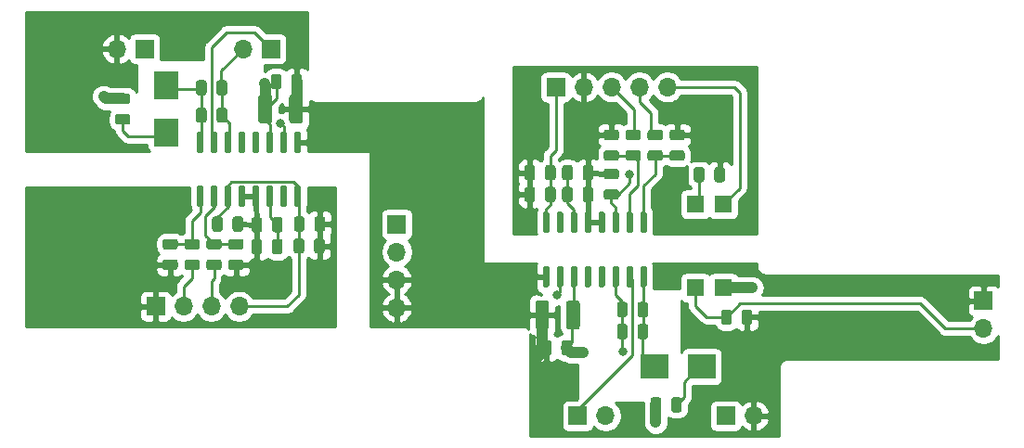
<source format=gtl>
%TF.GenerationSoftware,KiCad,Pcbnew,5.1.6-c6e7f7d~86~ubuntu20.04.1*%
%TF.CreationDate,2020-09-07T12:10:57+02:00*%
%TF.ProjectId,Driver,44726976-6572-42e6-9b69-6361645f7063,rev?*%
%TF.SameCoordinates,Original*%
%TF.FileFunction,Copper,L1,Top*%
%TF.FilePolarity,Positive*%
%FSLAX46Y46*%
G04 Gerber Fmt 4.6, Leading zero omitted, Abs format (unit mm)*
G04 Created by KiCad (PCBNEW 5.1.6-c6e7f7d~86~ubuntu20.04.1) date 2020-09-07 12:10:57*
%MOMM*%
%LPD*%
G01*
G04 APERTURE LIST*
%TA.AperFunction,SMDPad,CuDef*%
%ADD10R,2.500000X2.300000*%
%TD*%
%TA.AperFunction,SMDPad,CuDef*%
%ADD11R,2.300000X2.500000*%
%TD*%
%TA.AperFunction,ComponentPad*%
%ADD12O,1.700000X1.700000*%
%TD*%
%TA.AperFunction,ComponentPad*%
%ADD13R,1.700000X1.700000*%
%TD*%
%TA.AperFunction,SMDPad,CuDef*%
%ADD14R,1.600000X1.600000*%
%TD*%
%TA.AperFunction,ViaPad*%
%ADD15C,0.800000*%
%TD*%
%TA.AperFunction,Conductor*%
%ADD16C,0.250000*%
%TD*%
%TA.AperFunction,Conductor*%
%ADD17C,1.000000*%
%TD*%
%TA.AperFunction,Conductor*%
%ADD18C,0.254000*%
%TD*%
G04 APERTURE END LIST*
D10*
%TO.P,D_boot2,2*%
%TO.N,Net-(D_boot2-Pad2)*%
X91300000Y-144000000D03*
%TO.P,D_boot2,1*%
%TO.N,Net-(CBoot3-Pad1)*%
X87000000Y-144000000D03*
%TD*%
D11*
%TO.P,D_boot1,2*%
%TO.N,Net-(D_boot1-Pad2)*%
X42500000Y-122650000D03*
%TO.P,D_boot1,1*%
%TO.N,Net-(CBoot1-Pad1)*%
X42500000Y-118350000D03*
%TD*%
D12*
%TO.P,J2,8*%
%TO.N,+5VD*%
X49120000Y-138500000D03*
D13*
%TO.P,J2,9*%
%TO.N,GNDD*%
X41500000Y-138500000D03*
D12*
%TO.P,J2,3*%
%TO.N,/PWM_H1_D*%
X44040000Y-138500000D03*
%TO.P,J2,4*%
%TO.N,/PWM_L1_D*%
X46580000Y-138500000D03*
%TO.P,J2,5*%
%TO.N,/PWM_H2_D*%
X85620000Y-118500000D03*
%TO.P,J2,6*%
%TO.N,/PWM_L2_D*%
X83080000Y-118500000D03*
%TO.P,J2,9*%
%TO.N,GNDD*%
X80540000Y-118500000D03*
D13*
%TO.P,J2,8*%
%TO.N,+5VD*%
X78000000Y-118500000D03*
D12*
%TO.P,J2,7*%
%TO.N,/N_GND_cmd*%
X88160000Y-118500000D03*
%TO.P,J2,2*%
%TO.N,GNDREF*%
X63500000Y-138620000D03*
D13*
%TO.P,J2,1*%
%TO.N,+15V*%
X63500000Y-131000000D03*
D12*
%TO.P,J2,2*%
%TO.N,GNDREF*%
X63500000Y-136080000D03*
%TO.P,J2,1*%
%TO.N,+15V*%
X63500000Y-133540000D03*
%TD*%
D13*
%TO.P,J1,20*%
%TO.N,/PWM_L2*%
X93500000Y-148500000D03*
D12*
%TO.P,J1,19*%
%TO.N,GNDREF*%
X96040000Y-148500000D03*
D13*
%TO.P,J1,22*%
%TO.N,/PWM_H2*%
X80000000Y-148500000D03*
D12*
%TO.P,J1,21*%
%TO.N,/SW_Node2*%
X82540000Y-148500000D03*
D13*
%TO.P,J1,24*%
%TO.N,/PWM_L1*%
X40500000Y-115000000D03*
D12*
%TO.P,J1,23*%
%TO.N,GNDREF*%
X37960000Y-115000000D03*
D13*
%TO.P,J1,26*%
%TO.N,/PWM_H1*%
X52000000Y-115000000D03*
D12*
%TO.P,J1,25*%
%TO.N,/SW_Node1*%
X49460000Y-115000000D03*
D13*
%TO.P,J1,28*%
%TO.N,GNDREF*%
X117000000Y-138000000D03*
D12*
%TO.P,J1,27*%
%TO.N,/Neutral_GND_cmd*%
X117000000Y-140540000D03*
%TD*%
D14*
%TO.P,U12,4*%
%TO.N,+15V*%
X93270000Y-136810000D03*
%TO.P,U12,2*%
%TO.N,Net-(R4-Pad1)*%
X90730000Y-129190000D03*
%TO.P,U12,3*%
%TO.N,/Neutral_GND_cmd*%
X90730000Y-136810000D03*
%TO.P,U12,1*%
%TO.N,/N_GND_cmd*%
X93270000Y-129190000D03*
%TD*%
%TO.P,U4,16*%
%TO.N,Net-(CBoot3-Pad1)*%
%TA.AperFunction,SMDPad,CuDef*%
G36*
G01*
X85855000Y-134805000D02*
X86155000Y-134805000D01*
G75*
G02*
X86305000Y-134955000I0J-150000D01*
G01*
X86305000Y-136605000D01*
G75*
G02*
X86155000Y-136755000I-150000J0D01*
G01*
X85855000Y-136755000D01*
G75*
G02*
X85705000Y-136605000I0J150000D01*
G01*
X85705000Y-134955000D01*
G75*
G02*
X85855000Y-134805000I150000J0D01*
G01*
G37*
%TD.AperFunction*%
%TO.P,U4,15*%
%TO.N,/PWM_H2*%
%TA.AperFunction,SMDPad,CuDef*%
G36*
G01*
X84585000Y-134805000D02*
X84885000Y-134805000D01*
G75*
G02*
X85035000Y-134955000I0J-150000D01*
G01*
X85035000Y-136605000D01*
G75*
G02*
X84885000Y-136755000I-150000J0D01*
G01*
X84585000Y-136755000D01*
G75*
G02*
X84435000Y-136605000I0J150000D01*
G01*
X84435000Y-134955000D01*
G75*
G02*
X84585000Y-134805000I150000J0D01*
G01*
G37*
%TD.AperFunction*%
%TO.P,U4,14*%
%TO.N,/SW_Node2*%
%TA.AperFunction,SMDPad,CuDef*%
G36*
G01*
X83315000Y-134805000D02*
X83615000Y-134805000D01*
G75*
G02*
X83765000Y-134955000I0J-150000D01*
G01*
X83765000Y-136605000D01*
G75*
G02*
X83615000Y-136755000I-150000J0D01*
G01*
X83315000Y-136755000D01*
G75*
G02*
X83165000Y-136605000I0J150000D01*
G01*
X83165000Y-134955000D01*
G75*
G02*
X83315000Y-134805000I150000J0D01*
G01*
G37*
%TD.AperFunction*%
%TO.P,U4,13*%
%TO.N,Net-(U4-Pad13)*%
%TA.AperFunction,SMDPad,CuDef*%
G36*
G01*
X82045000Y-134805000D02*
X82345000Y-134805000D01*
G75*
G02*
X82495000Y-134955000I0J-150000D01*
G01*
X82495000Y-136605000D01*
G75*
G02*
X82345000Y-136755000I-150000J0D01*
G01*
X82045000Y-136755000D01*
G75*
G02*
X81895000Y-136605000I0J150000D01*
G01*
X81895000Y-134955000D01*
G75*
G02*
X82045000Y-134805000I150000J0D01*
G01*
G37*
%TD.AperFunction*%
%TO.P,U4,12*%
%TO.N,Net-(U4-Pad12)*%
%TA.AperFunction,SMDPad,CuDef*%
G36*
G01*
X80775000Y-134805000D02*
X81075000Y-134805000D01*
G75*
G02*
X81225000Y-134955000I0J-150000D01*
G01*
X81225000Y-136605000D01*
G75*
G02*
X81075000Y-136755000I-150000J0D01*
G01*
X80775000Y-136755000D01*
G75*
G02*
X80625000Y-136605000I0J150000D01*
G01*
X80625000Y-134955000D01*
G75*
G02*
X80775000Y-134805000I150000J0D01*
G01*
G37*
%TD.AperFunction*%
%TO.P,U4,11*%
%TO.N,+15V*%
%TA.AperFunction,SMDPad,CuDef*%
G36*
G01*
X79505000Y-134805000D02*
X79805000Y-134805000D01*
G75*
G02*
X79955000Y-134955000I0J-150000D01*
G01*
X79955000Y-136605000D01*
G75*
G02*
X79805000Y-136755000I-150000J0D01*
G01*
X79505000Y-136755000D01*
G75*
G02*
X79355000Y-136605000I0J150000D01*
G01*
X79355000Y-134955000D01*
G75*
G02*
X79505000Y-134805000I150000J0D01*
G01*
G37*
%TD.AperFunction*%
%TO.P,U4,10*%
%TO.N,/PWM_L2*%
%TA.AperFunction,SMDPad,CuDef*%
G36*
G01*
X78235000Y-134805000D02*
X78535000Y-134805000D01*
G75*
G02*
X78685000Y-134955000I0J-150000D01*
G01*
X78685000Y-136605000D01*
G75*
G02*
X78535000Y-136755000I-150000J0D01*
G01*
X78235000Y-136755000D01*
G75*
G02*
X78085000Y-136605000I0J150000D01*
G01*
X78085000Y-134955000D01*
G75*
G02*
X78235000Y-134805000I150000J0D01*
G01*
G37*
%TD.AperFunction*%
%TO.P,U4,9*%
%TO.N,GNDREF*%
%TA.AperFunction,SMDPad,CuDef*%
G36*
G01*
X76965000Y-134805000D02*
X77265000Y-134805000D01*
G75*
G02*
X77415000Y-134955000I0J-150000D01*
G01*
X77415000Y-136605000D01*
G75*
G02*
X77265000Y-136755000I-150000J0D01*
G01*
X76965000Y-136755000D01*
G75*
G02*
X76815000Y-136605000I0J150000D01*
G01*
X76815000Y-134955000D01*
G75*
G02*
X76965000Y-134805000I150000J0D01*
G01*
G37*
%TD.AperFunction*%
%TO.P,U4,8*%
%TO.N,+5VD*%
%TA.AperFunction,SMDPad,CuDef*%
G36*
G01*
X76965000Y-129855000D02*
X77265000Y-129855000D01*
G75*
G02*
X77415000Y-130005000I0J-150000D01*
G01*
X77415000Y-131655000D01*
G75*
G02*
X77265000Y-131805000I-150000J0D01*
G01*
X76965000Y-131805000D01*
G75*
G02*
X76815000Y-131655000I0J150000D01*
G01*
X76815000Y-130005000D01*
G75*
G02*
X76965000Y-129855000I150000J0D01*
G01*
G37*
%TD.AperFunction*%
%TO.P,U4,7*%
%TO.N,Net-(U4-Pad7)*%
%TA.AperFunction,SMDPad,CuDef*%
G36*
G01*
X78235000Y-129855000D02*
X78535000Y-129855000D01*
G75*
G02*
X78685000Y-130005000I0J-150000D01*
G01*
X78685000Y-131655000D01*
G75*
G02*
X78535000Y-131805000I-150000J0D01*
G01*
X78235000Y-131805000D01*
G75*
G02*
X78085000Y-131655000I0J150000D01*
G01*
X78085000Y-130005000D01*
G75*
G02*
X78235000Y-129855000I150000J0D01*
G01*
G37*
%TD.AperFunction*%
%TO.P,U4,6*%
%TO.N,Net-(C11-Pad1)*%
%TA.AperFunction,SMDPad,CuDef*%
G36*
G01*
X79505000Y-129855000D02*
X79805000Y-129855000D01*
G75*
G02*
X79955000Y-130005000I0J-150000D01*
G01*
X79955000Y-131655000D01*
G75*
G02*
X79805000Y-131805000I-150000J0D01*
G01*
X79505000Y-131805000D01*
G75*
G02*
X79355000Y-131655000I0J150000D01*
G01*
X79355000Y-130005000D01*
G75*
G02*
X79505000Y-129855000I150000J0D01*
G01*
G37*
%TD.AperFunction*%
%TO.P,U4,5*%
%TO.N,GNDD*%
%TA.AperFunction,SMDPad,CuDef*%
G36*
G01*
X80775000Y-129855000D02*
X81075000Y-129855000D01*
G75*
G02*
X81225000Y-130005000I0J-150000D01*
G01*
X81225000Y-131655000D01*
G75*
G02*
X81075000Y-131805000I-150000J0D01*
G01*
X80775000Y-131805000D01*
G75*
G02*
X80625000Y-131655000I0J150000D01*
G01*
X80625000Y-130005000D01*
G75*
G02*
X80775000Y-129855000I150000J0D01*
G01*
G37*
%TD.AperFunction*%
%TO.P,U4,4*%
%TA.AperFunction,SMDPad,CuDef*%
G36*
G01*
X82045000Y-129855000D02*
X82345000Y-129855000D01*
G75*
G02*
X82495000Y-130005000I0J-150000D01*
G01*
X82495000Y-131655000D01*
G75*
G02*
X82345000Y-131805000I-150000J0D01*
G01*
X82045000Y-131805000D01*
G75*
G02*
X81895000Y-131655000I0J150000D01*
G01*
X81895000Y-130005000D01*
G75*
G02*
X82045000Y-129855000I150000J0D01*
G01*
G37*
%TD.AperFunction*%
%TO.P,U4,3*%
%TO.N,+5VD*%
%TA.AperFunction,SMDPad,CuDef*%
G36*
G01*
X83315000Y-129855000D02*
X83615000Y-129855000D01*
G75*
G02*
X83765000Y-130005000I0J-150000D01*
G01*
X83765000Y-131655000D01*
G75*
G02*
X83615000Y-131805000I-150000J0D01*
G01*
X83315000Y-131805000D01*
G75*
G02*
X83165000Y-131655000I0J150000D01*
G01*
X83165000Y-130005000D01*
G75*
G02*
X83315000Y-129855000I150000J0D01*
G01*
G37*
%TD.AperFunction*%
%TO.P,U4,2*%
%TO.N,Net-(C8-Pad1)*%
%TA.AperFunction,SMDPad,CuDef*%
G36*
G01*
X84585000Y-129855000D02*
X84885000Y-129855000D01*
G75*
G02*
X85035000Y-130005000I0J-150000D01*
G01*
X85035000Y-131655000D01*
G75*
G02*
X84885000Y-131805000I-150000J0D01*
G01*
X84585000Y-131805000D01*
G75*
G02*
X84435000Y-131655000I0J150000D01*
G01*
X84435000Y-130005000D01*
G75*
G02*
X84585000Y-129855000I150000J0D01*
G01*
G37*
%TD.AperFunction*%
%TO.P,U4,1*%
%TO.N,Net-(C7-Pad2)*%
%TA.AperFunction,SMDPad,CuDef*%
G36*
G01*
X85855000Y-129855000D02*
X86155000Y-129855000D01*
G75*
G02*
X86305000Y-130005000I0J-150000D01*
G01*
X86305000Y-131655000D01*
G75*
G02*
X86155000Y-131805000I-150000J0D01*
G01*
X85855000Y-131805000D01*
G75*
G02*
X85705000Y-131655000I0J150000D01*
G01*
X85705000Y-130005000D01*
G75*
G02*
X85855000Y-129855000I150000J0D01*
G01*
G37*
%TD.AperFunction*%
%TD*%
%TO.P,U3,16*%
%TO.N,Net-(CBoot1-Pad1)*%
%TA.AperFunction,SMDPad,CuDef*%
G36*
G01*
X45705000Y-124500000D02*
X45405000Y-124500000D01*
G75*
G02*
X45255000Y-124350000I0J150000D01*
G01*
X45255000Y-122700000D01*
G75*
G02*
X45405000Y-122550000I150000J0D01*
G01*
X45705000Y-122550000D01*
G75*
G02*
X45855000Y-122700000I0J-150000D01*
G01*
X45855000Y-124350000D01*
G75*
G02*
X45705000Y-124500000I-150000J0D01*
G01*
G37*
%TD.AperFunction*%
%TO.P,U3,15*%
%TO.N,/PWM_H1*%
%TA.AperFunction,SMDPad,CuDef*%
G36*
G01*
X46975000Y-124500000D02*
X46675000Y-124500000D01*
G75*
G02*
X46525000Y-124350000I0J150000D01*
G01*
X46525000Y-122700000D01*
G75*
G02*
X46675000Y-122550000I150000J0D01*
G01*
X46975000Y-122550000D01*
G75*
G02*
X47125000Y-122700000I0J-150000D01*
G01*
X47125000Y-124350000D01*
G75*
G02*
X46975000Y-124500000I-150000J0D01*
G01*
G37*
%TD.AperFunction*%
%TO.P,U3,14*%
%TO.N,/SW_Node1*%
%TA.AperFunction,SMDPad,CuDef*%
G36*
G01*
X48245000Y-124500000D02*
X47945000Y-124500000D01*
G75*
G02*
X47795000Y-124350000I0J150000D01*
G01*
X47795000Y-122700000D01*
G75*
G02*
X47945000Y-122550000I150000J0D01*
G01*
X48245000Y-122550000D01*
G75*
G02*
X48395000Y-122700000I0J-150000D01*
G01*
X48395000Y-124350000D01*
G75*
G02*
X48245000Y-124500000I-150000J0D01*
G01*
G37*
%TD.AperFunction*%
%TO.P,U3,13*%
%TO.N,Net-(U3-Pad13)*%
%TA.AperFunction,SMDPad,CuDef*%
G36*
G01*
X49515000Y-124500000D02*
X49215000Y-124500000D01*
G75*
G02*
X49065000Y-124350000I0J150000D01*
G01*
X49065000Y-122700000D01*
G75*
G02*
X49215000Y-122550000I150000J0D01*
G01*
X49515000Y-122550000D01*
G75*
G02*
X49665000Y-122700000I0J-150000D01*
G01*
X49665000Y-124350000D01*
G75*
G02*
X49515000Y-124500000I-150000J0D01*
G01*
G37*
%TD.AperFunction*%
%TO.P,U3,12*%
%TO.N,Net-(U3-Pad12)*%
%TA.AperFunction,SMDPad,CuDef*%
G36*
G01*
X50785000Y-124500000D02*
X50485000Y-124500000D01*
G75*
G02*
X50335000Y-124350000I0J150000D01*
G01*
X50335000Y-122700000D01*
G75*
G02*
X50485000Y-122550000I150000J0D01*
G01*
X50785000Y-122550000D01*
G75*
G02*
X50935000Y-122700000I0J-150000D01*
G01*
X50935000Y-124350000D01*
G75*
G02*
X50785000Y-124500000I-150000J0D01*
G01*
G37*
%TD.AperFunction*%
%TO.P,U3,11*%
%TO.N,+15V*%
%TA.AperFunction,SMDPad,CuDef*%
G36*
G01*
X52055000Y-124500000D02*
X51755000Y-124500000D01*
G75*
G02*
X51605000Y-124350000I0J150000D01*
G01*
X51605000Y-122700000D01*
G75*
G02*
X51755000Y-122550000I150000J0D01*
G01*
X52055000Y-122550000D01*
G75*
G02*
X52205000Y-122700000I0J-150000D01*
G01*
X52205000Y-124350000D01*
G75*
G02*
X52055000Y-124500000I-150000J0D01*
G01*
G37*
%TD.AperFunction*%
%TO.P,U3,10*%
%TO.N,/PWM_L1*%
%TA.AperFunction,SMDPad,CuDef*%
G36*
G01*
X53325000Y-124500000D02*
X53025000Y-124500000D01*
G75*
G02*
X52875000Y-124350000I0J150000D01*
G01*
X52875000Y-122700000D01*
G75*
G02*
X53025000Y-122550000I150000J0D01*
G01*
X53325000Y-122550000D01*
G75*
G02*
X53475000Y-122700000I0J-150000D01*
G01*
X53475000Y-124350000D01*
G75*
G02*
X53325000Y-124500000I-150000J0D01*
G01*
G37*
%TD.AperFunction*%
%TO.P,U3,9*%
%TO.N,GNDREF*%
%TA.AperFunction,SMDPad,CuDef*%
G36*
G01*
X54595000Y-124500000D02*
X54295000Y-124500000D01*
G75*
G02*
X54145000Y-124350000I0J150000D01*
G01*
X54145000Y-122700000D01*
G75*
G02*
X54295000Y-122550000I150000J0D01*
G01*
X54595000Y-122550000D01*
G75*
G02*
X54745000Y-122700000I0J-150000D01*
G01*
X54745000Y-124350000D01*
G75*
G02*
X54595000Y-124500000I-150000J0D01*
G01*
G37*
%TD.AperFunction*%
%TO.P,U3,8*%
%TO.N,+5VD*%
%TA.AperFunction,SMDPad,CuDef*%
G36*
G01*
X54595000Y-129450000D02*
X54295000Y-129450000D01*
G75*
G02*
X54145000Y-129300000I0J150000D01*
G01*
X54145000Y-127650000D01*
G75*
G02*
X54295000Y-127500000I150000J0D01*
G01*
X54595000Y-127500000D01*
G75*
G02*
X54745000Y-127650000I0J-150000D01*
G01*
X54745000Y-129300000D01*
G75*
G02*
X54595000Y-129450000I-150000J0D01*
G01*
G37*
%TD.AperFunction*%
%TO.P,U3,7*%
%TO.N,Net-(U3-Pad7)*%
%TA.AperFunction,SMDPad,CuDef*%
G36*
G01*
X53325000Y-129450000D02*
X53025000Y-129450000D01*
G75*
G02*
X52875000Y-129300000I0J150000D01*
G01*
X52875000Y-127650000D01*
G75*
G02*
X53025000Y-127500000I150000J0D01*
G01*
X53325000Y-127500000D01*
G75*
G02*
X53475000Y-127650000I0J-150000D01*
G01*
X53475000Y-129300000D01*
G75*
G02*
X53325000Y-129450000I-150000J0D01*
G01*
G37*
%TD.AperFunction*%
%TO.P,U3,6*%
%TO.N,Net-(C5-Pad1)*%
%TA.AperFunction,SMDPad,CuDef*%
G36*
G01*
X52055000Y-129450000D02*
X51755000Y-129450000D01*
G75*
G02*
X51605000Y-129300000I0J150000D01*
G01*
X51605000Y-127650000D01*
G75*
G02*
X51755000Y-127500000I150000J0D01*
G01*
X52055000Y-127500000D01*
G75*
G02*
X52205000Y-127650000I0J-150000D01*
G01*
X52205000Y-129300000D01*
G75*
G02*
X52055000Y-129450000I-150000J0D01*
G01*
G37*
%TD.AperFunction*%
%TO.P,U3,5*%
%TO.N,GNDD*%
%TA.AperFunction,SMDPad,CuDef*%
G36*
G01*
X50785000Y-129450000D02*
X50485000Y-129450000D01*
G75*
G02*
X50335000Y-129300000I0J150000D01*
G01*
X50335000Y-127650000D01*
G75*
G02*
X50485000Y-127500000I150000J0D01*
G01*
X50785000Y-127500000D01*
G75*
G02*
X50935000Y-127650000I0J-150000D01*
G01*
X50935000Y-129300000D01*
G75*
G02*
X50785000Y-129450000I-150000J0D01*
G01*
G37*
%TD.AperFunction*%
%TO.P,U3,4*%
%TA.AperFunction,SMDPad,CuDef*%
G36*
G01*
X49515000Y-129450000D02*
X49215000Y-129450000D01*
G75*
G02*
X49065000Y-129300000I0J150000D01*
G01*
X49065000Y-127650000D01*
G75*
G02*
X49215000Y-127500000I150000J0D01*
G01*
X49515000Y-127500000D01*
G75*
G02*
X49665000Y-127650000I0J-150000D01*
G01*
X49665000Y-129300000D01*
G75*
G02*
X49515000Y-129450000I-150000J0D01*
G01*
G37*
%TD.AperFunction*%
%TO.P,U3,3*%
%TO.N,+5VD*%
%TA.AperFunction,SMDPad,CuDef*%
G36*
G01*
X48245000Y-129450000D02*
X47945000Y-129450000D01*
G75*
G02*
X47795000Y-129300000I0J150000D01*
G01*
X47795000Y-127650000D01*
G75*
G02*
X47945000Y-127500000I150000J0D01*
G01*
X48245000Y-127500000D01*
G75*
G02*
X48395000Y-127650000I0J-150000D01*
G01*
X48395000Y-129300000D01*
G75*
G02*
X48245000Y-129450000I-150000J0D01*
G01*
G37*
%TD.AperFunction*%
%TO.P,U3,2*%
%TO.N,Net-(C2-Pad1)*%
%TA.AperFunction,SMDPad,CuDef*%
G36*
G01*
X46975000Y-129450000D02*
X46675000Y-129450000D01*
G75*
G02*
X46525000Y-129300000I0J150000D01*
G01*
X46525000Y-127650000D01*
G75*
G02*
X46675000Y-127500000I150000J0D01*
G01*
X46975000Y-127500000D01*
G75*
G02*
X47125000Y-127650000I0J-150000D01*
G01*
X47125000Y-129300000D01*
G75*
G02*
X46975000Y-129450000I-150000J0D01*
G01*
G37*
%TD.AperFunction*%
%TO.P,U3,1*%
%TO.N,Net-(C1-Pad2)*%
%TA.AperFunction,SMDPad,CuDef*%
G36*
G01*
X45705000Y-129450000D02*
X45405000Y-129450000D01*
G75*
G02*
X45255000Y-129300000I0J150000D01*
G01*
X45255000Y-127650000D01*
G75*
G02*
X45405000Y-127500000I150000J0D01*
G01*
X45705000Y-127500000D01*
G75*
G02*
X45855000Y-127650000I0J-150000D01*
G01*
X45855000Y-129300000D01*
G75*
G02*
X45705000Y-129450000I-150000J0D01*
G01*
G37*
%TD.AperFunction*%
%TD*%
%TO.P,RBoot2,2*%
%TO.N,+15V*%
%TA.AperFunction,SMDPad,CuDef*%
G36*
G01*
X87612500Y-147043750D02*
X87612500Y-147956250D01*
G75*
G02*
X87368750Y-148200000I-243750J0D01*
G01*
X86881250Y-148200000D01*
G75*
G02*
X86637500Y-147956250I0J243750D01*
G01*
X86637500Y-147043750D01*
G75*
G02*
X86881250Y-146800000I243750J0D01*
G01*
X87368750Y-146800000D01*
G75*
G02*
X87612500Y-147043750I0J-243750D01*
G01*
G37*
%TD.AperFunction*%
%TO.P,RBoot2,1*%
%TO.N,Net-(D_boot2-Pad2)*%
%TA.AperFunction,SMDPad,CuDef*%
G36*
G01*
X89487500Y-147043750D02*
X89487500Y-147956250D01*
G75*
G02*
X89243750Y-148200000I-243750J0D01*
G01*
X88756250Y-148200000D01*
G75*
G02*
X88512500Y-147956250I0J243750D01*
G01*
X88512500Y-147043750D01*
G75*
G02*
X88756250Y-146800000I243750J0D01*
G01*
X89243750Y-146800000D01*
G75*
G02*
X89487500Y-147043750I0J-243750D01*
G01*
G37*
%TD.AperFunction*%
%TD*%
%TO.P,RBoot1,2*%
%TO.N,+15V*%
%TA.AperFunction,SMDPad,CuDef*%
G36*
G01*
X38956250Y-120050000D02*
X38043750Y-120050000D01*
G75*
G02*
X37800000Y-119806250I0J243750D01*
G01*
X37800000Y-119318750D01*
G75*
G02*
X38043750Y-119075000I243750J0D01*
G01*
X38956250Y-119075000D01*
G75*
G02*
X39200000Y-119318750I0J-243750D01*
G01*
X39200000Y-119806250D01*
G75*
G02*
X38956250Y-120050000I-243750J0D01*
G01*
G37*
%TD.AperFunction*%
%TO.P,RBoot1,1*%
%TO.N,Net-(D_boot1-Pad2)*%
%TA.AperFunction,SMDPad,CuDef*%
G36*
G01*
X38956250Y-121925000D02*
X38043750Y-121925000D01*
G75*
G02*
X37800000Y-121681250I0J243750D01*
G01*
X37800000Y-121193750D01*
G75*
G02*
X38043750Y-120950000I243750J0D01*
G01*
X38956250Y-120950000D01*
G75*
G02*
X39200000Y-121193750I0J-243750D01*
G01*
X39200000Y-121681250D01*
G75*
G02*
X38956250Y-121925000I-243750J0D01*
G01*
G37*
%TD.AperFunction*%
%TD*%
%TO.P,R8,2*%
%TO.N,Net-(C11-Pad1)*%
%TA.AperFunction,SMDPad,CuDef*%
G36*
G01*
X79547500Y-127848750D02*
X79547500Y-128761250D01*
G75*
G02*
X79303750Y-129005000I-243750J0D01*
G01*
X78816250Y-129005000D01*
G75*
G02*
X78572500Y-128761250I0J243750D01*
G01*
X78572500Y-127848750D01*
G75*
G02*
X78816250Y-127605000I243750J0D01*
G01*
X79303750Y-127605000D01*
G75*
G02*
X79547500Y-127848750I0J-243750D01*
G01*
G37*
%TD.AperFunction*%
%TO.P,R8,1*%
%TO.N,GNDD*%
%TA.AperFunction,SMDPad,CuDef*%
G36*
G01*
X81422500Y-127848750D02*
X81422500Y-128761250D01*
G75*
G02*
X81178750Y-129005000I-243750J0D01*
G01*
X80691250Y-129005000D01*
G75*
G02*
X80447500Y-128761250I0J243750D01*
G01*
X80447500Y-127848750D01*
G75*
G02*
X80691250Y-127605000I243750J0D01*
G01*
X81178750Y-127605000D01*
G75*
G02*
X81422500Y-127848750I0J-243750D01*
G01*
G37*
%TD.AperFunction*%
%TD*%
%TO.P,R7,2*%
%TO.N,Net-(C8-Pad1)*%
%TA.AperFunction,SMDPad,CuDef*%
G36*
G01*
X84603750Y-124255000D02*
X85516250Y-124255000D01*
G75*
G02*
X85760000Y-124498750I0J-243750D01*
G01*
X85760000Y-124986250D01*
G75*
G02*
X85516250Y-125230000I-243750J0D01*
G01*
X84603750Y-125230000D01*
G75*
G02*
X84360000Y-124986250I0J243750D01*
G01*
X84360000Y-124498750D01*
G75*
G02*
X84603750Y-124255000I243750J0D01*
G01*
G37*
%TD.AperFunction*%
%TO.P,R7,1*%
%TO.N,/PWM_L2_D*%
%TA.AperFunction,SMDPad,CuDef*%
G36*
G01*
X84603750Y-122380000D02*
X85516250Y-122380000D01*
G75*
G02*
X85760000Y-122623750I0J-243750D01*
G01*
X85760000Y-123111250D01*
G75*
G02*
X85516250Y-123355000I-243750J0D01*
G01*
X84603750Y-123355000D01*
G75*
G02*
X84360000Y-123111250I0J243750D01*
G01*
X84360000Y-122623750D01*
G75*
G02*
X84603750Y-122380000I243750J0D01*
G01*
G37*
%TD.AperFunction*%
%TD*%
%TO.P,R6,2*%
%TO.N,Net-(C7-Pad2)*%
%TA.AperFunction,SMDPad,CuDef*%
G36*
G01*
X86603750Y-124255000D02*
X87516250Y-124255000D01*
G75*
G02*
X87760000Y-124498750I0J-243750D01*
G01*
X87760000Y-124986250D01*
G75*
G02*
X87516250Y-125230000I-243750J0D01*
G01*
X86603750Y-125230000D01*
G75*
G02*
X86360000Y-124986250I0J243750D01*
G01*
X86360000Y-124498750D01*
G75*
G02*
X86603750Y-124255000I243750J0D01*
G01*
G37*
%TD.AperFunction*%
%TO.P,R6,1*%
%TO.N,/PWM_H2_D*%
%TA.AperFunction,SMDPad,CuDef*%
G36*
G01*
X86603750Y-122380000D02*
X87516250Y-122380000D01*
G75*
G02*
X87760000Y-122623750I0J-243750D01*
G01*
X87760000Y-123111250D01*
G75*
G02*
X87516250Y-123355000I-243750J0D01*
G01*
X86603750Y-123355000D01*
G75*
G02*
X86360000Y-123111250I0J243750D01*
G01*
X86360000Y-122623750D01*
G75*
G02*
X86603750Y-122380000I243750J0D01*
G01*
G37*
%TD.AperFunction*%
%TD*%
%TO.P,R5,2*%
%TO.N,GNDREF*%
%TA.AperFunction,SMDPad,CuDef*%
G36*
G01*
X94950000Y-139956250D02*
X94950000Y-139043750D01*
G75*
G02*
X95193750Y-138800000I243750J0D01*
G01*
X95681250Y-138800000D01*
G75*
G02*
X95925000Y-139043750I0J-243750D01*
G01*
X95925000Y-139956250D01*
G75*
G02*
X95681250Y-140200000I-243750J0D01*
G01*
X95193750Y-140200000D01*
G75*
G02*
X94950000Y-139956250I0J243750D01*
G01*
G37*
%TD.AperFunction*%
%TO.P,R5,1*%
%TO.N,/Neutral_GND_cmd*%
%TA.AperFunction,SMDPad,CuDef*%
G36*
G01*
X93075000Y-139956250D02*
X93075000Y-139043750D01*
G75*
G02*
X93318750Y-138800000I243750J0D01*
G01*
X93806250Y-138800000D01*
G75*
G02*
X94050000Y-139043750I0J-243750D01*
G01*
X94050000Y-139956250D01*
G75*
G02*
X93806250Y-140200000I-243750J0D01*
G01*
X93318750Y-140200000D01*
G75*
G02*
X93075000Y-139956250I0J243750D01*
G01*
G37*
%TD.AperFunction*%
%TD*%
%TO.P,R4,2*%
%TO.N,GNDD*%
%TA.AperFunction,SMDPad,CuDef*%
G36*
G01*
X92450000Y-126956250D02*
X92450000Y-126043750D01*
G75*
G02*
X92693750Y-125800000I243750J0D01*
G01*
X93181250Y-125800000D01*
G75*
G02*
X93425000Y-126043750I0J-243750D01*
G01*
X93425000Y-126956250D01*
G75*
G02*
X93181250Y-127200000I-243750J0D01*
G01*
X92693750Y-127200000D01*
G75*
G02*
X92450000Y-126956250I0J243750D01*
G01*
G37*
%TD.AperFunction*%
%TO.P,R4,1*%
%TO.N,Net-(R4-Pad1)*%
%TA.AperFunction,SMDPad,CuDef*%
G36*
G01*
X90575000Y-126956250D02*
X90575000Y-126043750D01*
G75*
G02*
X90818750Y-125800000I243750J0D01*
G01*
X91306250Y-125800000D01*
G75*
G02*
X91550000Y-126043750I0J-243750D01*
G01*
X91550000Y-126956250D01*
G75*
G02*
X91306250Y-127200000I-243750J0D01*
G01*
X90818750Y-127200000D01*
G75*
G02*
X90575000Y-126956250I0J243750D01*
G01*
G37*
%TD.AperFunction*%
%TD*%
%TO.P,R3,2*%
%TO.N,Net-(C5-Pad1)*%
%TA.AperFunction,SMDPad,CuDef*%
G36*
G01*
X52112500Y-131521250D02*
X52112500Y-130608750D01*
G75*
G02*
X52356250Y-130365000I243750J0D01*
G01*
X52843750Y-130365000D01*
G75*
G02*
X53087500Y-130608750I0J-243750D01*
G01*
X53087500Y-131521250D01*
G75*
G02*
X52843750Y-131765000I-243750J0D01*
G01*
X52356250Y-131765000D01*
G75*
G02*
X52112500Y-131521250I0J243750D01*
G01*
G37*
%TD.AperFunction*%
%TO.P,R3,1*%
%TO.N,GNDD*%
%TA.AperFunction,SMDPad,CuDef*%
G36*
G01*
X50237500Y-131521250D02*
X50237500Y-130608750D01*
G75*
G02*
X50481250Y-130365000I243750J0D01*
G01*
X50968750Y-130365000D01*
G75*
G02*
X51212500Y-130608750I0J-243750D01*
G01*
X51212500Y-131521250D01*
G75*
G02*
X50968750Y-131765000I-243750J0D01*
G01*
X50481250Y-131765000D01*
G75*
G02*
X50237500Y-131521250I0J243750D01*
G01*
G37*
%TD.AperFunction*%
%TD*%
%TO.P,R2,2*%
%TO.N,Net-(C2-Pad1)*%
%TA.AperFunction,SMDPad,CuDef*%
G36*
G01*
X47281250Y-133330000D02*
X46368750Y-133330000D01*
G75*
G02*
X46125000Y-133086250I0J243750D01*
G01*
X46125000Y-132598750D01*
G75*
G02*
X46368750Y-132355000I243750J0D01*
G01*
X47281250Y-132355000D01*
G75*
G02*
X47525000Y-132598750I0J-243750D01*
G01*
X47525000Y-133086250D01*
G75*
G02*
X47281250Y-133330000I-243750J0D01*
G01*
G37*
%TD.AperFunction*%
%TO.P,R2,1*%
%TO.N,/PWM_L1_D*%
%TA.AperFunction,SMDPad,CuDef*%
G36*
G01*
X47281250Y-135205000D02*
X46368750Y-135205000D01*
G75*
G02*
X46125000Y-134961250I0J243750D01*
G01*
X46125000Y-134473750D01*
G75*
G02*
X46368750Y-134230000I243750J0D01*
G01*
X47281250Y-134230000D01*
G75*
G02*
X47525000Y-134473750I0J-243750D01*
G01*
X47525000Y-134961250D01*
G75*
G02*
X47281250Y-135205000I-243750J0D01*
G01*
G37*
%TD.AperFunction*%
%TD*%
%TO.P,R1,2*%
%TO.N,Net-(C1-Pad2)*%
%TA.AperFunction,SMDPad,CuDef*%
G36*
G01*
X45281250Y-133330000D02*
X44368750Y-133330000D01*
G75*
G02*
X44125000Y-133086250I0J243750D01*
G01*
X44125000Y-132598750D01*
G75*
G02*
X44368750Y-132355000I243750J0D01*
G01*
X45281250Y-132355000D01*
G75*
G02*
X45525000Y-132598750I0J-243750D01*
G01*
X45525000Y-133086250D01*
G75*
G02*
X45281250Y-133330000I-243750J0D01*
G01*
G37*
%TD.AperFunction*%
%TO.P,R1,1*%
%TO.N,/PWM_H1_D*%
%TA.AperFunction,SMDPad,CuDef*%
G36*
G01*
X45281250Y-135205000D02*
X44368750Y-135205000D01*
G75*
G02*
X44125000Y-134961250I0J243750D01*
G01*
X44125000Y-134473750D01*
G75*
G02*
X44368750Y-134230000I243750J0D01*
G01*
X45281250Y-134230000D01*
G75*
G02*
X45525000Y-134473750I0J-243750D01*
G01*
X45525000Y-134961250D01*
G75*
G02*
X45281250Y-135205000I-243750J0D01*
G01*
G37*
%TD.AperFunction*%
%TD*%
%TO.P,CBoot4,2*%
%TO.N,/SW_Node2*%
%TA.AperFunction,SMDPad,CuDef*%
G36*
G01*
X84547500Y-140348750D02*
X84547500Y-141261250D01*
G75*
G02*
X84303750Y-141505000I-243750J0D01*
G01*
X83816250Y-141505000D01*
G75*
G02*
X83572500Y-141261250I0J243750D01*
G01*
X83572500Y-140348750D01*
G75*
G02*
X83816250Y-140105000I243750J0D01*
G01*
X84303750Y-140105000D01*
G75*
G02*
X84547500Y-140348750I0J-243750D01*
G01*
G37*
%TD.AperFunction*%
%TO.P,CBoot4,1*%
%TO.N,Net-(CBoot3-Pad1)*%
%TA.AperFunction,SMDPad,CuDef*%
G36*
G01*
X86422500Y-140348750D02*
X86422500Y-141261250D01*
G75*
G02*
X86178750Y-141505000I-243750J0D01*
G01*
X85691250Y-141505000D01*
G75*
G02*
X85447500Y-141261250I0J243750D01*
G01*
X85447500Y-140348750D01*
G75*
G02*
X85691250Y-140105000I243750J0D01*
G01*
X86178750Y-140105000D01*
G75*
G02*
X86422500Y-140348750I0J-243750D01*
G01*
G37*
%TD.AperFunction*%
%TD*%
%TO.P,CBoot3,2*%
%TO.N,/SW_Node2*%
%TA.AperFunction,SMDPad,CuDef*%
G36*
G01*
X84547500Y-138348750D02*
X84547500Y-139261250D01*
G75*
G02*
X84303750Y-139505000I-243750J0D01*
G01*
X83816250Y-139505000D01*
G75*
G02*
X83572500Y-139261250I0J243750D01*
G01*
X83572500Y-138348750D01*
G75*
G02*
X83816250Y-138105000I243750J0D01*
G01*
X84303750Y-138105000D01*
G75*
G02*
X84547500Y-138348750I0J-243750D01*
G01*
G37*
%TD.AperFunction*%
%TO.P,CBoot3,1*%
%TO.N,Net-(CBoot3-Pad1)*%
%TA.AperFunction,SMDPad,CuDef*%
G36*
G01*
X86422500Y-138348750D02*
X86422500Y-139261250D01*
G75*
G02*
X86178750Y-139505000I-243750J0D01*
G01*
X85691250Y-139505000D01*
G75*
G02*
X85447500Y-139261250I0J243750D01*
G01*
X85447500Y-138348750D01*
G75*
G02*
X85691250Y-138105000I243750J0D01*
G01*
X86178750Y-138105000D01*
G75*
G02*
X86422500Y-138348750I0J-243750D01*
G01*
G37*
%TD.AperFunction*%
%TD*%
%TO.P,CBoot2,2*%
%TO.N,/SW_Node1*%
%TA.AperFunction,SMDPad,CuDef*%
G36*
G01*
X47050000Y-119021250D02*
X47050000Y-118108750D01*
G75*
G02*
X47293750Y-117865000I243750J0D01*
G01*
X47781250Y-117865000D01*
G75*
G02*
X48025000Y-118108750I0J-243750D01*
G01*
X48025000Y-119021250D01*
G75*
G02*
X47781250Y-119265000I-243750J0D01*
G01*
X47293750Y-119265000D01*
G75*
G02*
X47050000Y-119021250I0J243750D01*
G01*
G37*
%TD.AperFunction*%
%TO.P,CBoot2,1*%
%TO.N,Net-(CBoot1-Pad1)*%
%TA.AperFunction,SMDPad,CuDef*%
G36*
G01*
X45175000Y-119021250D02*
X45175000Y-118108750D01*
G75*
G02*
X45418750Y-117865000I243750J0D01*
G01*
X45906250Y-117865000D01*
G75*
G02*
X46150000Y-118108750I0J-243750D01*
G01*
X46150000Y-119021250D01*
G75*
G02*
X45906250Y-119265000I-243750J0D01*
G01*
X45418750Y-119265000D01*
G75*
G02*
X45175000Y-119021250I0J243750D01*
G01*
G37*
%TD.AperFunction*%
%TD*%
%TO.P,CBoot1,2*%
%TO.N,/SW_Node1*%
%TA.AperFunction,SMDPad,CuDef*%
G36*
G01*
X47050000Y-121521250D02*
X47050000Y-120608750D01*
G75*
G02*
X47293750Y-120365000I243750J0D01*
G01*
X47781250Y-120365000D01*
G75*
G02*
X48025000Y-120608750I0J-243750D01*
G01*
X48025000Y-121521250D01*
G75*
G02*
X47781250Y-121765000I-243750J0D01*
G01*
X47293750Y-121765000D01*
G75*
G02*
X47050000Y-121521250I0J243750D01*
G01*
G37*
%TD.AperFunction*%
%TO.P,CBoot1,1*%
%TO.N,Net-(CBoot1-Pad1)*%
%TA.AperFunction,SMDPad,CuDef*%
G36*
G01*
X45175000Y-121521250D02*
X45175000Y-120608750D01*
G75*
G02*
X45418750Y-120365000I243750J0D01*
G01*
X45906250Y-120365000D01*
G75*
G02*
X46150000Y-120608750I0J-243750D01*
G01*
X46150000Y-121521250D01*
G75*
G02*
X45906250Y-121765000I-243750J0D01*
G01*
X45418750Y-121765000D01*
G75*
G02*
X45175000Y-121521250I0J243750D01*
G01*
G37*
%TD.AperFunction*%
%TD*%
%TO.P,C_VDDB4,2*%
%TO.N,GNDREF*%
%TA.AperFunction,SMDPad,CuDef*%
G36*
G01*
X77385000Y-138230000D02*
X77385000Y-140380000D01*
G75*
G02*
X77135000Y-140630000I-250000J0D01*
G01*
X76385000Y-140630000D01*
G75*
G02*
X76135000Y-140380000I0J250000D01*
G01*
X76135000Y-138230000D01*
G75*
G02*
X76385000Y-137980000I250000J0D01*
G01*
X77135000Y-137980000D01*
G75*
G02*
X77385000Y-138230000I0J-250000D01*
G01*
G37*
%TD.AperFunction*%
%TO.P,C_VDDB4,1*%
%TO.N,+15V*%
%TA.AperFunction,SMDPad,CuDef*%
G36*
G01*
X80185000Y-138230000D02*
X80185000Y-140380000D01*
G75*
G02*
X79935000Y-140630000I-250000J0D01*
G01*
X79185000Y-140630000D01*
G75*
G02*
X78935000Y-140380000I0J250000D01*
G01*
X78935000Y-138230000D01*
G75*
G02*
X79185000Y-137980000I250000J0D01*
G01*
X79935000Y-137980000D01*
G75*
G02*
X80185000Y-138230000I0J-250000D01*
G01*
G37*
%TD.AperFunction*%
%TD*%
%TO.P,C_VDDB3,2*%
%TO.N,GNDREF*%
%TA.AperFunction,SMDPad,CuDef*%
G36*
G01*
X77610000Y-141848750D02*
X77610000Y-142761250D01*
G75*
G02*
X77366250Y-143005000I-243750J0D01*
G01*
X76878750Y-143005000D01*
G75*
G02*
X76635000Y-142761250I0J243750D01*
G01*
X76635000Y-141848750D01*
G75*
G02*
X76878750Y-141605000I243750J0D01*
G01*
X77366250Y-141605000D01*
G75*
G02*
X77610000Y-141848750I0J-243750D01*
G01*
G37*
%TD.AperFunction*%
%TO.P,C_VDDB3,1*%
%TO.N,+15V*%
%TA.AperFunction,SMDPad,CuDef*%
G36*
G01*
X79485000Y-141848750D02*
X79485000Y-142761250D01*
G75*
G02*
X79241250Y-143005000I-243750J0D01*
G01*
X78753750Y-143005000D01*
G75*
G02*
X78510000Y-142761250I0J243750D01*
G01*
X78510000Y-141848750D01*
G75*
G02*
X78753750Y-141605000I243750J0D01*
G01*
X79241250Y-141605000D01*
G75*
G02*
X79485000Y-141848750I0J-243750D01*
G01*
G37*
%TD.AperFunction*%
%TD*%
%TO.P,C_VDDB2,2*%
%TO.N,GNDREF*%
%TA.AperFunction,SMDPad,CuDef*%
G36*
G01*
X53675000Y-121575000D02*
X53675000Y-119425000D01*
G75*
G02*
X53925000Y-119175000I250000J0D01*
G01*
X54675000Y-119175000D01*
G75*
G02*
X54925000Y-119425000I0J-250000D01*
G01*
X54925000Y-121575000D01*
G75*
G02*
X54675000Y-121825000I-250000J0D01*
G01*
X53925000Y-121825000D01*
G75*
G02*
X53675000Y-121575000I0J250000D01*
G01*
G37*
%TD.AperFunction*%
%TO.P,C_VDDB2,1*%
%TO.N,+15V*%
%TA.AperFunction,SMDPad,CuDef*%
G36*
G01*
X50875000Y-121575000D02*
X50875000Y-119425000D01*
G75*
G02*
X51125000Y-119175000I250000J0D01*
G01*
X51875000Y-119175000D01*
G75*
G02*
X52125000Y-119425000I0J-250000D01*
G01*
X52125000Y-121575000D01*
G75*
G02*
X51875000Y-121825000I-250000J0D01*
G01*
X51125000Y-121825000D01*
G75*
G02*
X50875000Y-121575000I0J250000D01*
G01*
G37*
%TD.AperFunction*%
%TD*%
%TO.P,C_VDDB1,2*%
%TO.N,GNDREF*%
%TA.AperFunction,SMDPad,CuDef*%
G36*
G01*
X53887500Y-118456250D02*
X53887500Y-117543750D01*
G75*
G02*
X54131250Y-117300000I243750J0D01*
G01*
X54618750Y-117300000D01*
G75*
G02*
X54862500Y-117543750I0J-243750D01*
G01*
X54862500Y-118456250D01*
G75*
G02*
X54618750Y-118700000I-243750J0D01*
G01*
X54131250Y-118700000D01*
G75*
G02*
X53887500Y-118456250I0J243750D01*
G01*
G37*
%TD.AperFunction*%
%TO.P,C_VDDB1,1*%
%TO.N,+15V*%
%TA.AperFunction,SMDPad,CuDef*%
G36*
G01*
X52012500Y-118456250D02*
X52012500Y-117543750D01*
G75*
G02*
X52256250Y-117300000I243750J0D01*
G01*
X52743750Y-117300000D01*
G75*
G02*
X52987500Y-117543750I0J-243750D01*
G01*
X52987500Y-118456250D01*
G75*
G02*
X52743750Y-118700000I-243750J0D01*
G01*
X52256250Y-118700000D01*
G75*
G02*
X52012500Y-118456250I0J243750D01*
G01*
G37*
%TD.AperFunction*%
%TD*%
%TO.P,C12,2*%
%TO.N,+5VD*%
%TA.AperFunction,SMDPad,CuDef*%
G36*
G01*
X82603750Y-127817500D02*
X83516250Y-127817500D01*
G75*
G02*
X83760000Y-128061250I0J-243750D01*
G01*
X83760000Y-128548750D01*
G75*
G02*
X83516250Y-128792500I-243750J0D01*
G01*
X82603750Y-128792500D01*
G75*
G02*
X82360000Y-128548750I0J243750D01*
G01*
X82360000Y-128061250D01*
G75*
G02*
X82603750Y-127817500I243750J0D01*
G01*
G37*
%TD.AperFunction*%
%TO.P,C12,1*%
%TO.N,GNDD*%
%TA.AperFunction,SMDPad,CuDef*%
G36*
G01*
X82603750Y-125942500D02*
X83516250Y-125942500D01*
G75*
G02*
X83760000Y-126186250I0J-243750D01*
G01*
X83760000Y-126673750D01*
G75*
G02*
X83516250Y-126917500I-243750J0D01*
G01*
X82603750Y-126917500D01*
G75*
G02*
X82360000Y-126673750I0J243750D01*
G01*
X82360000Y-126186250D01*
G75*
G02*
X82603750Y-125942500I243750J0D01*
G01*
G37*
%TD.AperFunction*%
%TD*%
%TO.P,C11,2*%
%TO.N,GNDD*%
%TA.AperFunction,SMDPad,CuDef*%
G36*
G01*
X80447500Y-126761250D02*
X80447500Y-125848750D01*
G75*
G02*
X80691250Y-125605000I243750J0D01*
G01*
X81178750Y-125605000D01*
G75*
G02*
X81422500Y-125848750I0J-243750D01*
G01*
X81422500Y-126761250D01*
G75*
G02*
X81178750Y-127005000I-243750J0D01*
G01*
X80691250Y-127005000D01*
G75*
G02*
X80447500Y-126761250I0J243750D01*
G01*
G37*
%TD.AperFunction*%
%TO.P,C11,1*%
%TO.N,Net-(C11-Pad1)*%
%TA.AperFunction,SMDPad,CuDef*%
G36*
G01*
X78572500Y-126761250D02*
X78572500Y-125848750D01*
G75*
G02*
X78816250Y-125605000I243750J0D01*
G01*
X79303750Y-125605000D01*
G75*
G02*
X79547500Y-125848750I0J-243750D01*
G01*
X79547500Y-126761250D01*
G75*
G02*
X79303750Y-127005000I-243750J0D01*
G01*
X78816250Y-127005000D01*
G75*
G02*
X78572500Y-126761250I0J243750D01*
G01*
G37*
%TD.AperFunction*%
%TD*%
%TO.P,C10,2*%
%TO.N,+5VD*%
%TA.AperFunction,SMDPad,CuDef*%
G36*
G01*
X77010000Y-126761250D02*
X77010000Y-125848750D01*
G75*
G02*
X77253750Y-125605000I243750J0D01*
G01*
X77741250Y-125605000D01*
G75*
G02*
X77985000Y-125848750I0J-243750D01*
G01*
X77985000Y-126761250D01*
G75*
G02*
X77741250Y-127005000I-243750J0D01*
G01*
X77253750Y-127005000D01*
G75*
G02*
X77010000Y-126761250I0J243750D01*
G01*
G37*
%TD.AperFunction*%
%TO.P,C10,1*%
%TO.N,GNDD*%
%TA.AperFunction,SMDPad,CuDef*%
G36*
G01*
X75135000Y-126761250D02*
X75135000Y-125848750D01*
G75*
G02*
X75378750Y-125605000I243750J0D01*
G01*
X75866250Y-125605000D01*
G75*
G02*
X76110000Y-125848750I0J-243750D01*
G01*
X76110000Y-126761250D01*
G75*
G02*
X75866250Y-127005000I-243750J0D01*
G01*
X75378750Y-127005000D01*
G75*
G02*
X75135000Y-126761250I0J243750D01*
G01*
G37*
%TD.AperFunction*%
%TD*%
%TO.P,C9,2*%
%TO.N,+5VD*%
%TA.AperFunction,SMDPad,CuDef*%
G36*
G01*
X77010000Y-128761250D02*
X77010000Y-127848750D01*
G75*
G02*
X77253750Y-127605000I243750J0D01*
G01*
X77741250Y-127605000D01*
G75*
G02*
X77985000Y-127848750I0J-243750D01*
G01*
X77985000Y-128761250D01*
G75*
G02*
X77741250Y-129005000I-243750J0D01*
G01*
X77253750Y-129005000D01*
G75*
G02*
X77010000Y-128761250I0J243750D01*
G01*
G37*
%TD.AperFunction*%
%TO.P,C9,1*%
%TO.N,GNDD*%
%TA.AperFunction,SMDPad,CuDef*%
G36*
G01*
X75135000Y-128761250D02*
X75135000Y-127848750D01*
G75*
G02*
X75378750Y-127605000I243750J0D01*
G01*
X75866250Y-127605000D01*
G75*
G02*
X76110000Y-127848750I0J-243750D01*
G01*
X76110000Y-128761250D01*
G75*
G02*
X75866250Y-129005000I-243750J0D01*
G01*
X75378750Y-129005000D01*
G75*
G02*
X75135000Y-128761250I0J243750D01*
G01*
G37*
%TD.AperFunction*%
%TD*%
%TO.P,C8,2*%
%TO.N,GNDD*%
%TA.AperFunction,SMDPad,CuDef*%
G36*
G01*
X83516250Y-123355000D02*
X82603750Y-123355000D01*
G75*
G02*
X82360000Y-123111250I0J243750D01*
G01*
X82360000Y-122623750D01*
G75*
G02*
X82603750Y-122380000I243750J0D01*
G01*
X83516250Y-122380000D01*
G75*
G02*
X83760000Y-122623750I0J-243750D01*
G01*
X83760000Y-123111250D01*
G75*
G02*
X83516250Y-123355000I-243750J0D01*
G01*
G37*
%TD.AperFunction*%
%TO.P,C8,1*%
%TO.N,Net-(C8-Pad1)*%
%TA.AperFunction,SMDPad,CuDef*%
G36*
G01*
X83516250Y-125230000D02*
X82603750Y-125230000D01*
G75*
G02*
X82360000Y-124986250I0J243750D01*
G01*
X82360000Y-124498750D01*
G75*
G02*
X82603750Y-124255000I243750J0D01*
G01*
X83516250Y-124255000D01*
G75*
G02*
X83760000Y-124498750I0J-243750D01*
G01*
X83760000Y-124986250D01*
G75*
G02*
X83516250Y-125230000I-243750J0D01*
G01*
G37*
%TD.AperFunction*%
%TD*%
%TO.P,C7,2*%
%TO.N,Net-(C7-Pad2)*%
%TA.AperFunction,SMDPad,CuDef*%
G36*
G01*
X88603750Y-124255000D02*
X89516250Y-124255000D01*
G75*
G02*
X89760000Y-124498750I0J-243750D01*
G01*
X89760000Y-124986250D01*
G75*
G02*
X89516250Y-125230000I-243750J0D01*
G01*
X88603750Y-125230000D01*
G75*
G02*
X88360000Y-124986250I0J243750D01*
G01*
X88360000Y-124498750D01*
G75*
G02*
X88603750Y-124255000I243750J0D01*
G01*
G37*
%TD.AperFunction*%
%TO.P,C7,1*%
%TO.N,GNDD*%
%TA.AperFunction,SMDPad,CuDef*%
G36*
G01*
X88603750Y-122380000D02*
X89516250Y-122380000D01*
G75*
G02*
X89760000Y-122623750I0J-243750D01*
G01*
X89760000Y-123111250D01*
G75*
G02*
X89516250Y-123355000I-243750J0D01*
G01*
X88603750Y-123355000D01*
G75*
G02*
X88360000Y-123111250I0J243750D01*
G01*
X88360000Y-122623750D01*
G75*
G02*
X88603750Y-122380000I243750J0D01*
G01*
G37*
%TD.AperFunction*%
%TD*%
%TO.P,C6,2*%
%TO.N,+5VD*%
%TA.AperFunction,SMDPad,CuDef*%
G36*
G01*
X47612500Y-130543750D02*
X47612500Y-131456250D01*
G75*
G02*
X47368750Y-131700000I-243750J0D01*
G01*
X46881250Y-131700000D01*
G75*
G02*
X46637500Y-131456250I0J243750D01*
G01*
X46637500Y-130543750D01*
G75*
G02*
X46881250Y-130300000I243750J0D01*
G01*
X47368750Y-130300000D01*
G75*
G02*
X47612500Y-130543750I0J-243750D01*
G01*
G37*
%TD.AperFunction*%
%TO.P,C6,1*%
%TO.N,GNDD*%
%TA.AperFunction,SMDPad,CuDef*%
G36*
G01*
X49487500Y-130543750D02*
X49487500Y-131456250D01*
G75*
G02*
X49243750Y-131700000I-243750J0D01*
G01*
X48756250Y-131700000D01*
G75*
G02*
X48512500Y-131456250I0J243750D01*
G01*
X48512500Y-130543750D01*
G75*
G02*
X48756250Y-130300000I243750J0D01*
G01*
X49243750Y-130300000D01*
G75*
G02*
X49487500Y-130543750I0J-243750D01*
G01*
G37*
%TD.AperFunction*%
%TD*%
%TO.P,C5,2*%
%TO.N,GNDD*%
%TA.AperFunction,SMDPad,CuDef*%
G36*
G01*
X51212500Y-132608750D02*
X51212500Y-133521250D01*
G75*
G02*
X50968750Y-133765000I-243750J0D01*
G01*
X50481250Y-133765000D01*
G75*
G02*
X50237500Y-133521250I0J243750D01*
G01*
X50237500Y-132608750D01*
G75*
G02*
X50481250Y-132365000I243750J0D01*
G01*
X50968750Y-132365000D01*
G75*
G02*
X51212500Y-132608750I0J-243750D01*
G01*
G37*
%TD.AperFunction*%
%TO.P,C5,1*%
%TO.N,Net-(C5-Pad1)*%
%TA.AperFunction,SMDPad,CuDef*%
G36*
G01*
X53087500Y-132608750D02*
X53087500Y-133521250D01*
G75*
G02*
X52843750Y-133765000I-243750J0D01*
G01*
X52356250Y-133765000D01*
G75*
G02*
X52112500Y-133521250I0J243750D01*
G01*
X52112500Y-132608750D01*
G75*
G02*
X52356250Y-132365000I243750J0D01*
G01*
X52843750Y-132365000D01*
G75*
G02*
X53087500Y-132608750I0J-243750D01*
G01*
G37*
%TD.AperFunction*%
%TD*%
%TO.P,C4,2*%
%TO.N,+5VD*%
%TA.AperFunction,SMDPad,CuDef*%
G36*
G01*
X55050000Y-132543750D02*
X55050000Y-133456250D01*
G75*
G02*
X54806250Y-133700000I-243750J0D01*
G01*
X54318750Y-133700000D01*
G75*
G02*
X54075000Y-133456250I0J243750D01*
G01*
X54075000Y-132543750D01*
G75*
G02*
X54318750Y-132300000I243750J0D01*
G01*
X54806250Y-132300000D01*
G75*
G02*
X55050000Y-132543750I0J-243750D01*
G01*
G37*
%TD.AperFunction*%
%TO.P,C4,1*%
%TO.N,GNDD*%
%TA.AperFunction,SMDPad,CuDef*%
G36*
G01*
X56925000Y-132543750D02*
X56925000Y-133456250D01*
G75*
G02*
X56681250Y-133700000I-243750J0D01*
G01*
X56193750Y-133700000D01*
G75*
G02*
X55950000Y-133456250I0J243750D01*
G01*
X55950000Y-132543750D01*
G75*
G02*
X56193750Y-132300000I243750J0D01*
G01*
X56681250Y-132300000D01*
G75*
G02*
X56925000Y-132543750I0J-243750D01*
G01*
G37*
%TD.AperFunction*%
%TD*%
%TO.P,C3,2*%
%TO.N,+5VD*%
%TA.AperFunction,SMDPad,CuDef*%
G36*
G01*
X55087500Y-130543750D02*
X55087500Y-131456250D01*
G75*
G02*
X54843750Y-131700000I-243750J0D01*
G01*
X54356250Y-131700000D01*
G75*
G02*
X54112500Y-131456250I0J243750D01*
G01*
X54112500Y-130543750D01*
G75*
G02*
X54356250Y-130300000I243750J0D01*
G01*
X54843750Y-130300000D01*
G75*
G02*
X55087500Y-130543750I0J-243750D01*
G01*
G37*
%TD.AperFunction*%
%TO.P,C3,1*%
%TO.N,GNDD*%
%TA.AperFunction,SMDPad,CuDef*%
G36*
G01*
X56962500Y-130543750D02*
X56962500Y-131456250D01*
G75*
G02*
X56718750Y-131700000I-243750J0D01*
G01*
X56231250Y-131700000D01*
G75*
G02*
X55987500Y-131456250I0J243750D01*
G01*
X55987500Y-130543750D01*
G75*
G02*
X56231250Y-130300000I243750J0D01*
G01*
X56718750Y-130300000D01*
G75*
G02*
X56962500Y-130543750I0J-243750D01*
G01*
G37*
%TD.AperFunction*%
%TD*%
%TO.P,C2,2*%
%TO.N,GNDD*%
%TA.AperFunction,SMDPad,CuDef*%
G36*
G01*
X48368750Y-134230000D02*
X49281250Y-134230000D01*
G75*
G02*
X49525000Y-134473750I0J-243750D01*
G01*
X49525000Y-134961250D01*
G75*
G02*
X49281250Y-135205000I-243750J0D01*
G01*
X48368750Y-135205000D01*
G75*
G02*
X48125000Y-134961250I0J243750D01*
G01*
X48125000Y-134473750D01*
G75*
G02*
X48368750Y-134230000I243750J0D01*
G01*
G37*
%TD.AperFunction*%
%TO.P,C2,1*%
%TO.N,Net-(C2-Pad1)*%
%TA.AperFunction,SMDPad,CuDef*%
G36*
G01*
X48368750Y-132355000D02*
X49281250Y-132355000D01*
G75*
G02*
X49525000Y-132598750I0J-243750D01*
G01*
X49525000Y-133086250D01*
G75*
G02*
X49281250Y-133330000I-243750J0D01*
G01*
X48368750Y-133330000D01*
G75*
G02*
X48125000Y-133086250I0J243750D01*
G01*
X48125000Y-132598750D01*
G75*
G02*
X48368750Y-132355000I243750J0D01*
G01*
G37*
%TD.AperFunction*%
%TD*%
%TO.P,C1,2*%
%TO.N,Net-(C1-Pad2)*%
%TA.AperFunction,SMDPad,CuDef*%
G36*
G01*
X43281250Y-133330000D02*
X42368750Y-133330000D01*
G75*
G02*
X42125000Y-133086250I0J243750D01*
G01*
X42125000Y-132598750D01*
G75*
G02*
X42368750Y-132355000I243750J0D01*
G01*
X43281250Y-132355000D01*
G75*
G02*
X43525000Y-132598750I0J-243750D01*
G01*
X43525000Y-133086250D01*
G75*
G02*
X43281250Y-133330000I-243750J0D01*
G01*
G37*
%TD.AperFunction*%
%TO.P,C1,1*%
%TO.N,GNDD*%
%TA.AperFunction,SMDPad,CuDef*%
G36*
G01*
X43281250Y-135205000D02*
X42368750Y-135205000D01*
G75*
G02*
X42125000Y-134961250I0J243750D01*
G01*
X42125000Y-134473750D01*
G75*
G02*
X42368750Y-134230000I243750J0D01*
G01*
X43281250Y-134230000D01*
G75*
G02*
X43525000Y-134473750I0J-243750D01*
G01*
X43525000Y-134961250D01*
G75*
G02*
X43281250Y-135205000I-243750J0D01*
G01*
G37*
%TD.AperFunction*%
%TD*%
D15*
%TO.N,GNDD*%
X50500000Y-136000000D03*
X50500000Y-134500000D03*
X41000000Y-134500000D03*
X41000000Y-136000000D03*
X81000000Y-123000000D03*
X81000000Y-124500000D03*
X91000000Y-123000000D03*
X91000000Y-124500000D03*
X93000000Y-123000000D03*
X93000000Y-124500000D03*
X75500000Y-124500000D03*
X75500000Y-123000000D03*
X56500000Y-134500000D03*
X56500000Y-136000000D03*
%TO.N,GNDREF*%
X33000000Y-123500000D03*
X35000000Y-123500000D03*
X37000000Y-123500000D03*
X66000000Y-136000000D03*
X66000000Y-138500000D03*
X68000000Y-138500000D03*
X100500000Y-142000000D03*
X102500000Y-142000000D03*
X104500000Y-142000000D03*
X100500000Y-136500000D03*
X102500000Y-136500000D03*
X104500000Y-136500000D03*
X56500000Y-120500000D03*
X58500000Y-120500000D03*
X66000000Y-131500000D03*
X66000000Y-130000000D03*
%TO.N,+15V*%
X36749969Y-119349969D03*
X51400000Y-118200000D03*
X80500000Y-142700000D03*
X95900000Y-136800000D03*
X87100000Y-149100000D03*
%TO.N,/SW_Node2*%
X84099998Y-142600000D03*
%TO.N,/PWM_L1*%
X52900000Y-121800000D03*
%TO.N,/PWM_L2*%
X78100000Y-137500000D03*
%TO.N,+5VD*%
X84750000Y-126500000D03*
%TD*%
D16*
%TO.N,Net-(C1-Pad2)*%
X44825000Y-132842500D02*
X44825000Y-130675000D01*
X45555000Y-129945000D02*
X45555000Y-128475000D01*
X44825000Y-130675000D02*
X45555000Y-129945000D01*
X42825000Y-132842500D02*
X44825000Y-132842500D01*
%TO.N,Net-(C2-Pad1)*%
X46825000Y-132842500D02*
X46000000Y-132017500D01*
X46825000Y-129450000D02*
X46825000Y-128475000D01*
X46000000Y-130275000D02*
X46825000Y-129450000D01*
X46000000Y-132017500D02*
X46000000Y-130275000D01*
X46825000Y-132842500D02*
X48825000Y-132842500D01*
%TO.N,Net-(C5-Pad1)*%
X52600000Y-133065000D02*
X52600000Y-131065000D01*
X51905000Y-130370000D02*
X51905000Y-128475000D01*
X52600000Y-131065000D02*
X51905000Y-130370000D01*
%TO.N,Net-(C7-Pad2)*%
X89060000Y-124742500D02*
X87060000Y-124742500D01*
X87060000Y-124742500D02*
X87060000Y-126440000D01*
X86005000Y-127495000D02*
X86005000Y-130830000D01*
X87060000Y-126440000D02*
X86005000Y-127495000D01*
%TO.N,Net-(C8-Pad1)*%
X85060000Y-124742500D02*
X83060000Y-124742500D01*
X84750000Y-130815000D02*
X84735000Y-130830000D01*
X84750000Y-128250000D02*
X84750000Y-130815000D01*
X85500000Y-127500000D02*
X84750000Y-128250000D01*
X85500000Y-125182500D02*
X85500000Y-127500000D01*
X85060000Y-124742500D02*
X85500000Y-125182500D01*
%TO.N,Net-(C11-Pad1)*%
X79060000Y-126305000D02*
X79060000Y-128305000D01*
X79060000Y-128305000D02*
X79060000Y-129060000D01*
X79655000Y-129655000D02*
X79655000Y-130830000D01*
X79060000Y-129060000D02*
X79655000Y-129655000D01*
D17*
%TO.N,GNDREF*%
X54375000Y-120425000D02*
X54300000Y-120500000D01*
X54375000Y-118000000D02*
X54375000Y-120425000D01*
X76760000Y-141942500D02*
X77122500Y-142305000D01*
X76760000Y-139305000D02*
X76760000Y-141942500D01*
X77122500Y-142305000D02*
X76300000Y-143127500D01*
D16*
%TO.N,+15V*%
X78997500Y-142305000D02*
X79500000Y-141802500D01*
X79500000Y-139365000D02*
X79560000Y-139305000D01*
X79500000Y-141802500D02*
X79500000Y-139365000D01*
X79655000Y-139210000D02*
X79560000Y-139305000D01*
X79655000Y-135780000D02*
X79655000Y-139210000D01*
X52500000Y-119500000D02*
X51500000Y-120500000D01*
X52500000Y-118000000D02*
X52500000Y-119500000D01*
X51500000Y-120500000D02*
X51500000Y-121500000D01*
X51905000Y-121905000D02*
X51905000Y-123525000D01*
X51500000Y-121500000D02*
X51905000Y-121905000D01*
D17*
X38500000Y-119562500D02*
X36962500Y-119562500D01*
X36962500Y-119562500D02*
X36749969Y-119349969D01*
X51500000Y-118300000D02*
X51400000Y-118200000D01*
X51500000Y-120500000D02*
X51500000Y-118300000D01*
X79392500Y-142700000D02*
X78997500Y-142305000D01*
X80500000Y-142700000D02*
X79392500Y-142700000D01*
X93280000Y-136800000D02*
X93270000Y-136810000D01*
X95900000Y-136800000D02*
X93280000Y-136800000D01*
X87125000Y-149075000D02*
X87100000Y-149100000D01*
X87125000Y-147500000D02*
X87125000Y-149075000D01*
D16*
%TO.N,Net-(CBoot1-Pad1)*%
X45662500Y-118565000D02*
X45662500Y-121065000D01*
X45662500Y-123417500D02*
X45555000Y-123525000D01*
X45662500Y-121065000D02*
X45662500Y-123417500D01*
X45527500Y-118700000D02*
X45662500Y-118565000D01*
X42000000Y-118700000D02*
X45527500Y-118700000D01*
%TO.N,Net-(CBoot3-Pad1)*%
X86005000Y-140735000D02*
X85935000Y-140805000D01*
X86005000Y-135780000D02*
X86005000Y-140735000D01*
X85935000Y-140805000D02*
X85935000Y-144000000D01*
%TO.N,/N_GND_cmd*%
X88160000Y-118500000D02*
X94250000Y-118500000D01*
X94250000Y-118500000D02*
X94750000Y-119000000D01*
X94750000Y-127710000D02*
X93270000Y-129190000D01*
X94750000Y-119000000D02*
X94750000Y-127710000D01*
%TO.N,Net-(R4-Pad1)*%
X91062500Y-128857500D02*
X90730000Y-129190000D01*
X91062500Y-126500000D02*
X91062500Y-128857500D01*
%TO.N,/SW_Node1*%
X47537500Y-118565000D02*
X47537500Y-121065000D01*
X47537500Y-121065000D02*
X48250000Y-121777500D01*
X48250000Y-123370000D02*
X48095000Y-123525000D01*
X48250000Y-121777500D02*
X48250000Y-123370000D01*
X49460000Y-115000000D02*
X47500000Y-116960000D01*
X47500000Y-118527500D02*
X47537500Y-118565000D01*
X47500000Y-116960000D02*
X47500000Y-118527500D01*
%TO.N,/SW_Node2*%
X84060000Y-140805000D02*
X84060000Y-138805000D01*
X84060000Y-138805000D02*
X84060000Y-138060000D01*
X83465000Y-137465000D02*
X83465000Y-135780000D01*
X84060000Y-138060000D02*
X83465000Y-137465000D01*
X84060000Y-140805000D02*
X84060000Y-142560002D01*
X84060000Y-142560002D02*
X84099998Y-142600000D01*
%TO.N,/Neutral_GND_cmd*%
X90730000Y-136810000D02*
X90730000Y-138480000D01*
X91750000Y-139500000D02*
X93562500Y-139500000D01*
X90730000Y-138480000D02*
X91750000Y-139500000D01*
X93562500Y-139500000D02*
X94812500Y-138250000D01*
X94812500Y-138250000D02*
X111250000Y-138250000D01*
X113540000Y-140540000D02*
X117000000Y-140540000D01*
X111250000Y-138250000D02*
X113540000Y-140540000D01*
%TO.N,/PWM_H1*%
X50500000Y-113500000D02*
X52000000Y-115000000D01*
X48000000Y-113500000D02*
X50500000Y-113500000D01*
X46600000Y-114900000D02*
X48000000Y-113500000D01*
X46600000Y-123300000D02*
X46600000Y-114900000D01*
X46825000Y-123525000D02*
X46600000Y-123300000D01*
%TO.N,/PWM_L1*%
X53175000Y-123525000D02*
X53175000Y-122075000D01*
X53175000Y-122075000D02*
X52900000Y-121800000D01*
%TO.N,/PWM_H2*%
X80000000Y-148000000D02*
X80000000Y-148500000D01*
X85000000Y-143000000D02*
X80000000Y-148000000D01*
X85000000Y-136045000D02*
X85000000Y-143000000D01*
X84735000Y-135780000D02*
X85000000Y-136045000D01*
%TO.N,/PWM_L2*%
X78385000Y-135780000D02*
X78385000Y-137215000D01*
X78385000Y-137215000D02*
X78100000Y-137500000D01*
%TO.N,/PWM_H1_D*%
X44040000Y-138500000D02*
X44040000Y-136710000D01*
X44825000Y-135925000D02*
X44825000Y-134717500D01*
X44040000Y-136710000D02*
X44825000Y-135925000D01*
%TO.N,/PWM_L1_D*%
X46580000Y-138500000D02*
X46580000Y-136170000D01*
X46825000Y-135925000D02*
X46825000Y-134717500D01*
X46580000Y-136170000D02*
X46825000Y-135925000D01*
%TO.N,/PWM_L2_D*%
X85100000Y-122827500D02*
X85060000Y-122867500D01*
X85100000Y-120520000D02*
X85100000Y-122827500D01*
X83080000Y-118500000D02*
X85100000Y-120520000D01*
%TO.N,/PWM_H2_D*%
X86700000Y-122507500D02*
X87060000Y-122867500D01*
X86700000Y-120900000D02*
X86700000Y-122507500D01*
X85620000Y-119820000D02*
X86700000Y-120900000D01*
X85620000Y-118500000D02*
X85620000Y-119820000D01*
%TO.N,+5VD*%
X47125000Y-131000000D02*
X47125000Y-130375000D01*
X48095000Y-129405000D02*
X48095000Y-128475000D01*
X47125000Y-130375000D02*
X48095000Y-129405000D01*
X54562500Y-128592500D02*
X54445000Y-128475000D01*
X54562500Y-133000000D02*
X54562500Y-128592500D01*
X83060000Y-128305000D02*
X83060000Y-129060000D01*
X83465000Y-129465000D02*
X83465000Y-130830000D01*
X83060000Y-129060000D02*
X83465000Y-129465000D01*
X77497500Y-126305000D02*
X77497500Y-128305000D01*
X77497500Y-128305000D02*
X77497500Y-129252500D01*
X77115000Y-129635000D02*
X77115000Y-130830000D01*
X77497500Y-129252500D02*
X77115000Y-129635000D01*
X78000000Y-118500000D02*
X78000000Y-124250000D01*
X77497500Y-124752500D02*
X77497500Y-126305000D01*
X78000000Y-124250000D02*
X77497500Y-124752500D01*
X84750000Y-126500000D02*
X84750000Y-127250000D01*
X83695000Y-128305000D02*
X83060000Y-128305000D01*
X84750000Y-127250000D02*
X83695000Y-128305000D01*
X54445000Y-128475000D02*
X54445000Y-127545000D01*
X48095000Y-127500000D02*
X48095000Y-128475000D01*
X48420010Y-127174990D02*
X48095000Y-127500000D01*
X54074990Y-127174990D02*
X48420010Y-127174990D01*
X54445000Y-127545000D02*
X54074990Y-127174990D01*
X53500000Y-138500000D02*
X49120000Y-138500000D01*
X54562500Y-137437500D02*
X53500000Y-138500000D01*
X54562500Y-133000000D02*
X54562500Y-137437500D01*
%TO.N,Net-(D_boot1-Pad2)*%
X38500000Y-121437500D02*
X38500000Y-122500000D01*
X39000000Y-123000000D02*
X42000000Y-123000000D01*
X38500000Y-122500000D02*
X39000000Y-123000000D01*
%TO.N,Net-(D_boot2-Pad2)*%
X89700000Y-146800000D02*
X89000000Y-147500000D01*
X89700000Y-145400000D02*
X89700000Y-146800000D01*
X91000000Y-144100000D02*
X89700000Y-145400000D01*
%TD*%
D18*
%TO.N,GNDD*%
G36*
X44616928Y-127650000D02*
G01*
X44616928Y-129300000D01*
X44632071Y-129453745D01*
X44676916Y-129601582D01*
X44728016Y-129697183D01*
X44313998Y-130111201D01*
X44285000Y-130134999D01*
X44261202Y-130163997D01*
X44261201Y-130163998D01*
X44190026Y-130250724D01*
X44119454Y-130382754D01*
X44105115Y-130430026D01*
X44076614Y-130523985D01*
X44075998Y-130526015D01*
X44061324Y-130675000D01*
X44065001Y-130712332D01*
X44065000Y-131773827D01*
X44031291Y-131784053D01*
X43878836Y-131865542D01*
X43825000Y-131909724D01*
X43771164Y-131865542D01*
X43618709Y-131784053D01*
X43453285Y-131733872D01*
X43281250Y-131716928D01*
X42368750Y-131716928D01*
X42196715Y-131733872D01*
X42031291Y-131784053D01*
X41878836Y-131865542D01*
X41745208Y-131975208D01*
X41635542Y-132108836D01*
X41554053Y-132261291D01*
X41503872Y-132426715D01*
X41486928Y-132598750D01*
X41486928Y-133086250D01*
X41503872Y-133258285D01*
X41554053Y-133423709D01*
X41635542Y-133576164D01*
X41745208Y-133709792D01*
X41751564Y-133715008D01*
X41673815Y-133778815D01*
X41594463Y-133875506D01*
X41535498Y-133985820D01*
X41499188Y-134105518D01*
X41486928Y-134230000D01*
X41490000Y-134431750D01*
X41648750Y-134590500D01*
X42698000Y-134590500D01*
X42698000Y-134570500D01*
X42952000Y-134570500D01*
X42952000Y-134590500D01*
X42972000Y-134590500D01*
X42972000Y-134844500D01*
X42952000Y-134844500D01*
X42952000Y-135681250D01*
X43110750Y-135840000D01*
X43525000Y-135843072D01*
X43649482Y-135830812D01*
X43769180Y-135794502D01*
X43879494Y-135735537D01*
X43909547Y-135710873D01*
X43945244Y-135729954D01*
X43528998Y-136146201D01*
X43500000Y-136169999D01*
X43476202Y-136198997D01*
X43476201Y-136198998D01*
X43405026Y-136285724D01*
X43334454Y-136417754D01*
X43304180Y-136517558D01*
X43291314Y-136559974D01*
X43290998Y-136561015D01*
X43276324Y-136710000D01*
X43280001Y-136747332D01*
X43280001Y-137221821D01*
X43093368Y-137346525D01*
X42961513Y-137478380D01*
X42939502Y-137405820D01*
X42880537Y-137295506D01*
X42801185Y-137198815D01*
X42704494Y-137119463D01*
X42594180Y-137060498D01*
X42474482Y-137024188D01*
X42350000Y-137011928D01*
X41785750Y-137015000D01*
X41627000Y-137173750D01*
X41627000Y-138373000D01*
X41647000Y-138373000D01*
X41647000Y-138627000D01*
X41627000Y-138627000D01*
X41627000Y-139826250D01*
X41785750Y-139985000D01*
X42350000Y-139988072D01*
X42474482Y-139975812D01*
X42594180Y-139939502D01*
X42704494Y-139880537D01*
X42801185Y-139801185D01*
X42880537Y-139704494D01*
X42939502Y-139594180D01*
X42961513Y-139521620D01*
X43093368Y-139653475D01*
X43336589Y-139815990D01*
X43606842Y-139927932D01*
X43893740Y-139985000D01*
X44186260Y-139985000D01*
X44473158Y-139927932D01*
X44743411Y-139815990D01*
X44986632Y-139653475D01*
X45193475Y-139446632D01*
X45310000Y-139272240D01*
X45426525Y-139446632D01*
X45633368Y-139653475D01*
X45876589Y-139815990D01*
X46146842Y-139927932D01*
X46433740Y-139985000D01*
X46726260Y-139985000D01*
X47013158Y-139927932D01*
X47283411Y-139815990D01*
X47526632Y-139653475D01*
X47733475Y-139446632D01*
X47850000Y-139272240D01*
X47966525Y-139446632D01*
X48173368Y-139653475D01*
X48416589Y-139815990D01*
X48686842Y-139927932D01*
X48973740Y-139985000D01*
X49266260Y-139985000D01*
X49553158Y-139927932D01*
X49823411Y-139815990D01*
X50066632Y-139653475D01*
X50273475Y-139446632D01*
X50398178Y-139260000D01*
X53462678Y-139260000D01*
X53500000Y-139263676D01*
X53537322Y-139260000D01*
X53537333Y-139260000D01*
X53648986Y-139249003D01*
X53792247Y-139205546D01*
X53924276Y-139134974D01*
X54040001Y-139040001D01*
X54063804Y-139010998D01*
X55073503Y-138001299D01*
X55102501Y-137977501D01*
X55128832Y-137945417D01*
X55197474Y-137861777D01*
X55268046Y-137729747D01*
X55311503Y-137586486D01*
X55322500Y-137474833D01*
X55322500Y-137474823D01*
X55326176Y-137437500D01*
X55322500Y-137400177D01*
X55322500Y-134167845D01*
X55429792Y-134079792D01*
X55435008Y-134073436D01*
X55498815Y-134151185D01*
X55595506Y-134230537D01*
X55705820Y-134289502D01*
X55825518Y-134325812D01*
X55950000Y-134338072D01*
X56151750Y-134335000D01*
X56310500Y-134176250D01*
X56310500Y-133127000D01*
X56564500Y-133127000D01*
X56564500Y-134176250D01*
X56723250Y-134335000D01*
X56925000Y-134338072D01*
X57049482Y-134325812D01*
X57169180Y-134289502D01*
X57279494Y-134230537D01*
X57376185Y-134151185D01*
X57455537Y-134054494D01*
X57514502Y-133944180D01*
X57550812Y-133824482D01*
X57563072Y-133700000D01*
X57560000Y-133285750D01*
X57401250Y-133127000D01*
X56564500Y-133127000D01*
X56310500Y-133127000D01*
X56290500Y-133127000D01*
X56290500Y-132873000D01*
X56310500Y-132873000D01*
X56310500Y-132213750D01*
X56348000Y-132176250D01*
X56348000Y-131823750D01*
X56564500Y-131823750D01*
X56564500Y-132873000D01*
X57401250Y-132873000D01*
X57560000Y-132714250D01*
X57563072Y-132300000D01*
X57550812Y-132175518D01*
X57514502Y-132055820D01*
X57503415Y-132035078D01*
X57552002Y-131944180D01*
X57588312Y-131824482D01*
X57600572Y-131700000D01*
X57597500Y-131285750D01*
X57438750Y-131127000D01*
X56602000Y-131127000D01*
X56602000Y-131786250D01*
X56564500Y-131823750D01*
X56348000Y-131823750D01*
X56348000Y-131127000D01*
X56328000Y-131127000D01*
X56328000Y-130873000D01*
X56348000Y-130873000D01*
X56348000Y-129823750D01*
X56602000Y-129823750D01*
X56602000Y-130873000D01*
X57438750Y-130873000D01*
X57597500Y-130714250D01*
X57600572Y-130300000D01*
X57588312Y-130175518D01*
X57552002Y-130055820D01*
X57493037Y-129945506D01*
X57413685Y-129848815D01*
X57316994Y-129769463D01*
X57206680Y-129710498D01*
X57086982Y-129674188D01*
X56962500Y-129661928D01*
X56760750Y-129665000D01*
X56602000Y-129823750D01*
X56348000Y-129823750D01*
X56189250Y-129665000D01*
X55987500Y-129661928D01*
X55863018Y-129674188D01*
X55743320Y-129710498D01*
X55633006Y-129769463D01*
X55536315Y-129848815D01*
X55472508Y-129926564D01*
X55467292Y-129920208D01*
X55333664Y-129810542D01*
X55322500Y-129804575D01*
X55322500Y-129602675D01*
X55323084Y-129601582D01*
X55367929Y-129453745D01*
X55383072Y-129300000D01*
X55383072Y-127650000D01*
X55380807Y-127627000D01*
X57873000Y-127627000D01*
X57873000Y-140340000D01*
X29660000Y-140340000D01*
X29660000Y-139350000D01*
X40011928Y-139350000D01*
X40024188Y-139474482D01*
X40060498Y-139594180D01*
X40119463Y-139704494D01*
X40198815Y-139801185D01*
X40295506Y-139880537D01*
X40405820Y-139939502D01*
X40525518Y-139975812D01*
X40650000Y-139988072D01*
X41214250Y-139985000D01*
X41373000Y-139826250D01*
X41373000Y-138627000D01*
X40173750Y-138627000D01*
X40015000Y-138785750D01*
X40011928Y-139350000D01*
X29660000Y-139350000D01*
X29660000Y-137650000D01*
X40011928Y-137650000D01*
X40015000Y-138214250D01*
X40173750Y-138373000D01*
X41373000Y-138373000D01*
X41373000Y-137173750D01*
X41214250Y-137015000D01*
X40650000Y-137011928D01*
X40525518Y-137024188D01*
X40405820Y-137060498D01*
X40295506Y-137119463D01*
X40198815Y-137198815D01*
X40119463Y-137295506D01*
X40060498Y-137405820D01*
X40024188Y-137525518D01*
X40011928Y-137650000D01*
X29660000Y-137650000D01*
X29660000Y-135205000D01*
X41486928Y-135205000D01*
X41499188Y-135329482D01*
X41535498Y-135449180D01*
X41594463Y-135559494D01*
X41673815Y-135656185D01*
X41770506Y-135735537D01*
X41880820Y-135794502D01*
X42000518Y-135830812D01*
X42125000Y-135843072D01*
X42539250Y-135840000D01*
X42698000Y-135681250D01*
X42698000Y-134844500D01*
X41648750Y-134844500D01*
X41490000Y-135003250D01*
X41486928Y-135205000D01*
X29660000Y-135205000D01*
X29660000Y-127627000D01*
X44619193Y-127627000D01*
X44616928Y-127650000D01*
G37*
X44616928Y-127650000D02*
X44616928Y-129300000D01*
X44632071Y-129453745D01*
X44676916Y-129601582D01*
X44728016Y-129697183D01*
X44313998Y-130111201D01*
X44285000Y-130134999D01*
X44261202Y-130163997D01*
X44261201Y-130163998D01*
X44190026Y-130250724D01*
X44119454Y-130382754D01*
X44105115Y-130430026D01*
X44076614Y-130523985D01*
X44075998Y-130526015D01*
X44061324Y-130675000D01*
X44065001Y-130712332D01*
X44065000Y-131773827D01*
X44031291Y-131784053D01*
X43878836Y-131865542D01*
X43825000Y-131909724D01*
X43771164Y-131865542D01*
X43618709Y-131784053D01*
X43453285Y-131733872D01*
X43281250Y-131716928D01*
X42368750Y-131716928D01*
X42196715Y-131733872D01*
X42031291Y-131784053D01*
X41878836Y-131865542D01*
X41745208Y-131975208D01*
X41635542Y-132108836D01*
X41554053Y-132261291D01*
X41503872Y-132426715D01*
X41486928Y-132598750D01*
X41486928Y-133086250D01*
X41503872Y-133258285D01*
X41554053Y-133423709D01*
X41635542Y-133576164D01*
X41745208Y-133709792D01*
X41751564Y-133715008D01*
X41673815Y-133778815D01*
X41594463Y-133875506D01*
X41535498Y-133985820D01*
X41499188Y-134105518D01*
X41486928Y-134230000D01*
X41490000Y-134431750D01*
X41648750Y-134590500D01*
X42698000Y-134590500D01*
X42698000Y-134570500D01*
X42952000Y-134570500D01*
X42952000Y-134590500D01*
X42972000Y-134590500D01*
X42972000Y-134844500D01*
X42952000Y-134844500D01*
X42952000Y-135681250D01*
X43110750Y-135840000D01*
X43525000Y-135843072D01*
X43649482Y-135830812D01*
X43769180Y-135794502D01*
X43879494Y-135735537D01*
X43909547Y-135710873D01*
X43945244Y-135729954D01*
X43528998Y-136146201D01*
X43500000Y-136169999D01*
X43476202Y-136198997D01*
X43476201Y-136198998D01*
X43405026Y-136285724D01*
X43334454Y-136417754D01*
X43304180Y-136517558D01*
X43291314Y-136559974D01*
X43290998Y-136561015D01*
X43276324Y-136710000D01*
X43280001Y-136747332D01*
X43280001Y-137221821D01*
X43093368Y-137346525D01*
X42961513Y-137478380D01*
X42939502Y-137405820D01*
X42880537Y-137295506D01*
X42801185Y-137198815D01*
X42704494Y-137119463D01*
X42594180Y-137060498D01*
X42474482Y-137024188D01*
X42350000Y-137011928D01*
X41785750Y-137015000D01*
X41627000Y-137173750D01*
X41627000Y-138373000D01*
X41647000Y-138373000D01*
X41647000Y-138627000D01*
X41627000Y-138627000D01*
X41627000Y-139826250D01*
X41785750Y-139985000D01*
X42350000Y-139988072D01*
X42474482Y-139975812D01*
X42594180Y-139939502D01*
X42704494Y-139880537D01*
X42801185Y-139801185D01*
X42880537Y-139704494D01*
X42939502Y-139594180D01*
X42961513Y-139521620D01*
X43093368Y-139653475D01*
X43336589Y-139815990D01*
X43606842Y-139927932D01*
X43893740Y-139985000D01*
X44186260Y-139985000D01*
X44473158Y-139927932D01*
X44743411Y-139815990D01*
X44986632Y-139653475D01*
X45193475Y-139446632D01*
X45310000Y-139272240D01*
X45426525Y-139446632D01*
X45633368Y-139653475D01*
X45876589Y-139815990D01*
X46146842Y-139927932D01*
X46433740Y-139985000D01*
X46726260Y-139985000D01*
X47013158Y-139927932D01*
X47283411Y-139815990D01*
X47526632Y-139653475D01*
X47733475Y-139446632D01*
X47850000Y-139272240D01*
X47966525Y-139446632D01*
X48173368Y-139653475D01*
X48416589Y-139815990D01*
X48686842Y-139927932D01*
X48973740Y-139985000D01*
X49266260Y-139985000D01*
X49553158Y-139927932D01*
X49823411Y-139815990D01*
X50066632Y-139653475D01*
X50273475Y-139446632D01*
X50398178Y-139260000D01*
X53462678Y-139260000D01*
X53500000Y-139263676D01*
X53537322Y-139260000D01*
X53537333Y-139260000D01*
X53648986Y-139249003D01*
X53792247Y-139205546D01*
X53924276Y-139134974D01*
X54040001Y-139040001D01*
X54063804Y-139010998D01*
X55073503Y-138001299D01*
X55102501Y-137977501D01*
X55128832Y-137945417D01*
X55197474Y-137861777D01*
X55268046Y-137729747D01*
X55311503Y-137586486D01*
X55322500Y-137474833D01*
X55322500Y-137474823D01*
X55326176Y-137437500D01*
X55322500Y-137400177D01*
X55322500Y-134167845D01*
X55429792Y-134079792D01*
X55435008Y-134073436D01*
X55498815Y-134151185D01*
X55595506Y-134230537D01*
X55705820Y-134289502D01*
X55825518Y-134325812D01*
X55950000Y-134338072D01*
X56151750Y-134335000D01*
X56310500Y-134176250D01*
X56310500Y-133127000D01*
X56564500Y-133127000D01*
X56564500Y-134176250D01*
X56723250Y-134335000D01*
X56925000Y-134338072D01*
X57049482Y-134325812D01*
X57169180Y-134289502D01*
X57279494Y-134230537D01*
X57376185Y-134151185D01*
X57455537Y-134054494D01*
X57514502Y-133944180D01*
X57550812Y-133824482D01*
X57563072Y-133700000D01*
X57560000Y-133285750D01*
X57401250Y-133127000D01*
X56564500Y-133127000D01*
X56310500Y-133127000D01*
X56290500Y-133127000D01*
X56290500Y-132873000D01*
X56310500Y-132873000D01*
X56310500Y-132213750D01*
X56348000Y-132176250D01*
X56348000Y-131823750D01*
X56564500Y-131823750D01*
X56564500Y-132873000D01*
X57401250Y-132873000D01*
X57560000Y-132714250D01*
X57563072Y-132300000D01*
X57550812Y-132175518D01*
X57514502Y-132055820D01*
X57503415Y-132035078D01*
X57552002Y-131944180D01*
X57588312Y-131824482D01*
X57600572Y-131700000D01*
X57597500Y-131285750D01*
X57438750Y-131127000D01*
X56602000Y-131127000D01*
X56602000Y-131786250D01*
X56564500Y-131823750D01*
X56348000Y-131823750D01*
X56348000Y-131127000D01*
X56328000Y-131127000D01*
X56328000Y-130873000D01*
X56348000Y-130873000D01*
X56348000Y-129823750D01*
X56602000Y-129823750D01*
X56602000Y-130873000D01*
X57438750Y-130873000D01*
X57597500Y-130714250D01*
X57600572Y-130300000D01*
X57588312Y-130175518D01*
X57552002Y-130055820D01*
X57493037Y-129945506D01*
X57413685Y-129848815D01*
X57316994Y-129769463D01*
X57206680Y-129710498D01*
X57086982Y-129674188D01*
X56962500Y-129661928D01*
X56760750Y-129665000D01*
X56602000Y-129823750D01*
X56348000Y-129823750D01*
X56189250Y-129665000D01*
X55987500Y-129661928D01*
X55863018Y-129674188D01*
X55743320Y-129710498D01*
X55633006Y-129769463D01*
X55536315Y-129848815D01*
X55472508Y-129926564D01*
X55467292Y-129920208D01*
X55333664Y-129810542D01*
X55322500Y-129804575D01*
X55322500Y-129602675D01*
X55323084Y-129601582D01*
X55367929Y-129453745D01*
X55383072Y-129300000D01*
X55383072Y-127650000D01*
X55380807Y-127627000D01*
X57873000Y-127627000D01*
X57873000Y-140340000D01*
X29660000Y-140340000D01*
X29660000Y-139350000D01*
X40011928Y-139350000D01*
X40024188Y-139474482D01*
X40060498Y-139594180D01*
X40119463Y-139704494D01*
X40198815Y-139801185D01*
X40295506Y-139880537D01*
X40405820Y-139939502D01*
X40525518Y-139975812D01*
X40650000Y-139988072D01*
X41214250Y-139985000D01*
X41373000Y-139826250D01*
X41373000Y-138627000D01*
X40173750Y-138627000D01*
X40015000Y-138785750D01*
X40011928Y-139350000D01*
X29660000Y-139350000D01*
X29660000Y-137650000D01*
X40011928Y-137650000D01*
X40015000Y-138214250D01*
X40173750Y-138373000D01*
X41373000Y-138373000D01*
X41373000Y-137173750D01*
X41214250Y-137015000D01*
X40650000Y-137011928D01*
X40525518Y-137024188D01*
X40405820Y-137060498D01*
X40295506Y-137119463D01*
X40198815Y-137198815D01*
X40119463Y-137295506D01*
X40060498Y-137405820D01*
X40024188Y-137525518D01*
X40011928Y-137650000D01*
X29660000Y-137650000D01*
X29660000Y-135205000D01*
X41486928Y-135205000D01*
X41499188Y-135329482D01*
X41535498Y-135449180D01*
X41594463Y-135559494D01*
X41673815Y-135656185D01*
X41770506Y-135735537D01*
X41880820Y-135794502D01*
X42000518Y-135830812D01*
X42125000Y-135843072D01*
X42539250Y-135840000D01*
X42698000Y-135681250D01*
X42698000Y-134844500D01*
X41648750Y-134844500D01*
X41490000Y-135003250D01*
X41486928Y-135205000D01*
X29660000Y-135205000D01*
X29660000Y-127627000D01*
X44619193Y-127627000D01*
X44616928Y-127650000D01*
G36*
X49492000Y-128348000D02*
G01*
X50508000Y-128348000D01*
X50508000Y-128328000D01*
X50762000Y-128328000D01*
X50762000Y-128348000D01*
X50782000Y-128348000D01*
X50782000Y-128602000D01*
X50762000Y-128602000D01*
X50762000Y-129926250D01*
X50852000Y-130016250D01*
X50852000Y-130938000D01*
X50872000Y-130938000D01*
X50872000Y-131192000D01*
X50852000Y-131192000D01*
X50852000Y-132938000D01*
X50872000Y-132938000D01*
X50872000Y-133192000D01*
X50852000Y-133192000D01*
X50852000Y-134241250D01*
X51010750Y-134400000D01*
X51212500Y-134403072D01*
X51336982Y-134390812D01*
X51456680Y-134354502D01*
X51566994Y-134295537D01*
X51663685Y-134216185D01*
X51727492Y-134138436D01*
X51732708Y-134144792D01*
X51866336Y-134254458D01*
X52018791Y-134335947D01*
X52184215Y-134386128D01*
X52356250Y-134403072D01*
X52843750Y-134403072D01*
X53015785Y-134386128D01*
X53181209Y-134335947D01*
X53333664Y-134254458D01*
X53467292Y-134144792D01*
X53576958Y-134011164D01*
X53601384Y-133965467D01*
X53695208Y-134079792D01*
X53802500Y-134167845D01*
X53802501Y-137122697D01*
X53185199Y-137740000D01*
X50398178Y-137740000D01*
X50273475Y-137553368D01*
X50066632Y-137346525D01*
X49823411Y-137184010D01*
X49553158Y-137072068D01*
X49266260Y-137015000D01*
X48973740Y-137015000D01*
X48686842Y-137072068D01*
X48416589Y-137184010D01*
X48173368Y-137346525D01*
X47966525Y-137553368D01*
X47850000Y-137727760D01*
X47733475Y-137553368D01*
X47526632Y-137346525D01*
X47340000Y-137221822D01*
X47340000Y-136485519D01*
X47365001Y-136465001D01*
X47459974Y-136349276D01*
X47530546Y-136217247D01*
X47574003Y-136073986D01*
X47585000Y-135962333D01*
X47585000Y-135962324D01*
X47588676Y-135925001D01*
X47585000Y-135887678D01*
X47585000Y-135786173D01*
X47618709Y-135775947D01*
X47740453Y-135710873D01*
X47770506Y-135735537D01*
X47880820Y-135794502D01*
X48000518Y-135830812D01*
X48125000Y-135843072D01*
X48539250Y-135840000D01*
X48698000Y-135681250D01*
X48698000Y-134844500D01*
X48952000Y-134844500D01*
X48952000Y-135681250D01*
X49110750Y-135840000D01*
X49525000Y-135843072D01*
X49649482Y-135830812D01*
X49769180Y-135794502D01*
X49879494Y-135735537D01*
X49976185Y-135656185D01*
X50055537Y-135559494D01*
X50114502Y-135449180D01*
X50150812Y-135329482D01*
X50163072Y-135205000D01*
X50160000Y-135003250D01*
X50001250Y-134844500D01*
X48952000Y-134844500D01*
X48698000Y-134844500D01*
X48678000Y-134844500D01*
X48678000Y-134590500D01*
X48698000Y-134590500D01*
X48698000Y-134570500D01*
X48952000Y-134570500D01*
X48952000Y-134590500D01*
X50001250Y-134590500D01*
X50160000Y-134431750D01*
X50160552Y-134395494D01*
X50237500Y-134403072D01*
X50439250Y-134400000D01*
X50598000Y-134241250D01*
X50598000Y-133192000D01*
X50578000Y-133192000D01*
X50578000Y-132938000D01*
X50598000Y-132938000D01*
X50598000Y-131192000D01*
X50028750Y-131192000D01*
X49963750Y-131127000D01*
X49127000Y-131127000D01*
X49127000Y-131147000D01*
X48873000Y-131147000D01*
X48873000Y-131127000D01*
X48853000Y-131127000D01*
X48853000Y-130873000D01*
X48873000Y-130873000D01*
X48873000Y-130853000D01*
X49127000Y-130853000D01*
X49127000Y-130873000D01*
X49696250Y-130873000D01*
X49761250Y-130938000D01*
X50598000Y-130938000D01*
X50598000Y-129888750D01*
X50508000Y-129798750D01*
X50508000Y-128602000D01*
X49492000Y-128602000D01*
X49492000Y-128622000D01*
X49238000Y-128622000D01*
X49238000Y-128602000D01*
X49218000Y-128602000D01*
X49218000Y-128348000D01*
X49238000Y-128348000D01*
X49238000Y-128328000D01*
X49492000Y-128328000D01*
X49492000Y-128348000D01*
G37*
X49492000Y-128348000D02*
X50508000Y-128348000D01*
X50508000Y-128328000D01*
X50762000Y-128328000D01*
X50762000Y-128348000D01*
X50782000Y-128348000D01*
X50782000Y-128602000D01*
X50762000Y-128602000D01*
X50762000Y-129926250D01*
X50852000Y-130016250D01*
X50852000Y-130938000D01*
X50872000Y-130938000D01*
X50872000Y-131192000D01*
X50852000Y-131192000D01*
X50852000Y-132938000D01*
X50872000Y-132938000D01*
X50872000Y-133192000D01*
X50852000Y-133192000D01*
X50852000Y-134241250D01*
X51010750Y-134400000D01*
X51212500Y-134403072D01*
X51336982Y-134390812D01*
X51456680Y-134354502D01*
X51566994Y-134295537D01*
X51663685Y-134216185D01*
X51727492Y-134138436D01*
X51732708Y-134144792D01*
X51866336Y-134254458D01*
X52018791Y-134335947D01*
X52184215Y-134386128D01*
X52356250Y-134403072D01*
X52843750Y-134403072D01*
X53015785Y-134386128D01*
X53181209Y-134335947D01*
X53333664Y-134254458D01*
X53467292Y-134144792D01*
X53576958Y-134011164D01*
X53601384Y-133965467D01*
X53695208Y-134079792D01*
X53802500Y-134167845D01*
X53802501Y-137122697D01*
X53185199Y-137740000D01*
X50398178Y-137740000D01*
X50273475Y-137553368D01*
X50066632Y-137346525D01*
X49823411Y-137184010D01*
X49553158Y-137072068D01*
X49266260Y-137015000D01*
X48973740Y-137015000D01*
X48686842Y-137072068D01*
X48416589Y-137184010D01*
X48173368Y-137346525D01*
X47966525Y-137553368D01*
X47850000Y-137727760D01*
X47733475Y-137553368D01*
X47526632Y-137346525D01*
X47340000Y-137221822D01*
X47340000Y-136485519D01*
X47365001Y-136465001D01*
X47459974Y-136349276D01*
X47530546Y-136217247D01*
X47574003Y-136073986D01*
X47585000Y-135962333D01*
X47585000Y-135962324D01*
X47588676Y-135925001D01*
X47585000Y-135887678D01*
X47585000Y-135786173D01*
X47618709Y-135775947D01*
X47740453Y-135710873D01*
X47770506Y-135735537D01*
X47880820Y-135794502D01*
X48000518Y-135830812D01*
X48125000Y-135843072D01*
X48539250Y-135840000D01*
X48698000Y-135681250D01*
X48698000Y-134844500D01*
X48952000Y-134844500D01*
X48952000Y-135681250D01*
X49110750Y-135840000D01*
X49525000Y-135843072D01*
X49649482Y-135830812D01*
X49769180Y-135794502D01*
X49879494Y-135735537D01*
X49976185Y-135656185D01*
X50055537Y-135559494D01*
X50114502Y-135449180D01*
X50150812Y-135329482D01*
X50163072Y-135205000D01*
X50160000Y-135003250D01*
X50001250Y-134844500D01*
X48952000Y-134844500D01*
X48698000Y-134844500D01*
X48678000Y-134844500D01*
X48678000Y-134590500D01*
X48698000Y-134590500D01*
X48698000Y-134570500D01*
X48952000Y-134570500D01*
X48952000Y-134590500D01*
X50001250Y-134590500D01*
X50160000Y-134431750D01*
X50160552Y-134395494D01*
X50237500Y-134403072D01*
X50439250Y-134400000D01*
X50598000Y-134241250D01*
X50598000Y-133192000D01*
X50578000Y-133192000D01*
X50578000Y-132938000D01*
X50598000Y-132938000D01*
X50598000Y-131192000D01*
X50028750Y-131192000D01*
X49963750Y-131127000D01*
X49127000Y-131127000D01*
X49127000Y-131147000D01*
X48873000Y-131147000D01*
X48873000Y-131127000D01*
X48853000Y-131127000D01*
X48853000Y-130873000D01*
X48873000Y-130873000D01*
X48873000Y-130853000D01*
X49127000Y-130853000D01*
X49127000Y-130873000D01*
X49696250Y-130873000D01*
X49761250Y-130938000D01*
X50598000Y-130938000D01*
X50598000Y-129888750D01*
X50508000Y-129798750D01*
X50508000Y-128602000D01*
X49492000Y-128602000D01*
X49492000Y-128622000D01*
X49238000Y-128622000D01*
X49238000Y-128602000D01*
X49218000Y-128602000D01*
X49218000Y-128348000D01*
X49238000Y-128348000D01*
X49238000Y-128328000D01*
X49492000Y-128328000D01*
X49492000Y-128348000D01*
G36*
X96340001Y-131873000D02*
G01*
X86908438Y-131873000D01*
X86927929Y-131808745D01*
X86943072Y-131655000D01*
X86943072Y-130005000D01*
X86927929Y-129851255D01*
X86883084Y-129703418D01*
X86810258Y-129567171D01*
X86765000Y-129512024D01*
X86765000Y-127809801D01*
X87571003Y-127003799D01*
X87600001Y-126980001D01*
X87694974Y-126864276D01*
X87765546Y-126732247D01*
X87809003Y-126588986D01*
X87820000Y-126477333D01*
X87820000Y-126477324D01*
X87823676Y-126440001D01*
X87820000Y-126402678D01*
X87820000Y-125811173D01*
X87853709Y-125800947D01*
X88006164Y-125719458D01*
X88060000Y-125675276D01*
X88113836Y-125719458D01*
X88266291Y-125800947D01*
X88431715Y-125851128D01*
X88603750Y-125868072D01*
X89516250Y-125868072D01*
X89688285Y-125851128D01*
X89853709Y-125800947D01*
X89998877Y-125723353D01*
X89953872Y-125871715D01*
X89936928Y-126043750D01*
X89936928Y-126956250D01*
X89953872Y-127128285D01*
X90004053Y-127293709D01*
X90085542Y-127446164D01*
X90195208Y-127579792D01*
X90302500Y-127667845D01*
X90302501Y-127751928D01*
X89930000Y-127751928D01*
X89805518Y-127764188D01*
X89685820Y-127800498D01*
X89575506Y-127859463D01*
X89478815Y-127938815D01*
X89399463Y-128035506D01*
X89340498Y-128145820D01*
X89304188Y-128265518D01*
X89291928Y-128390000D01*
X89291928Y-129990000D01*
X89304188Y-130114482D01*
X89340498Y-130234180D01*
X89399463Y-130344494D01*
X89478815Y-130441185D01*
X89575506Y-130520537D01*
X89685820Y-130579502D01*
X89805518Y-130615812D01*
X89930000Y-130628072D01*
X91530000Y-130628072D01*
X91654482Y-130615812D01*
X91774180Y-130579502D01*
X91884494Y-130520537D01*
X91981185Y-130441185D01*
X92000000Y-130418259D01*
X92018815Y-130441185D01*
X92115506Y-130520537D01*
X92225820Y-130579502D01*
X92345518Y-130615812D01*
X92470000Y-130628072D01*
X94070000Y-130628072D01*
X94194482Y-130615812D01*
X94314180Y-130579502D01*
X94424494Y-130520537D01*
X94521185Y-130441185D01*
X94600537Y-130344494D01*
X94659502Y-130234180D01*
X94695812Y-130114482D01*
X94708072Y-129990000D01*
X94708072Y-128826730D01*
X95261003Y-128273799D01*
X95290001Y-128250001D01*
X95349091Y-128178000D01*
X95384974Y-128134277D01*
X95455546Y-128002247D01*
X95456530Y-127999003D01*
X95499003Y-127858986D01*
X95510000Y-127747333D01*
X95510000Y-127747324D01*
X95513676Y-127710001D01*
X95510000Y-127672678D01*
X95510000Y-119037325D01*
X95513676Y-119000000D01*
X95510000Y-118962675D01*
X95510000Y-118962667D01*
X95499003Y-118851014D01*
X95455546Y-118707753D01*
X95384974Y-118575724D01*
X95290001Y-118459999D01*
X95260998Y-118436197D01*
X94813804Y-117989003D01*
X94790001Y-117959999D01*
X94674276Y-117865026D01*
X94542247Y-117794454D01*
X94398986Y-117750997D01*
X94287333Y-117740000D01*
X94287322Y-117740000D01*
X94250000Y-117736324D01*
X94212678Y-117740000D01*
X89438178Y-117740000D01*
X89313475Y-117553368D01*
X89106632Y-117346525D01*
X88863411Y-117184010D01*
X88593158Y-117072068D01*
X88306260Y-117015000D01*
X88013740Y-117015000D01*
X87726842Y-117072068D01*
X87456589Y-117184010D01*
X87213368Y-117346525D01*
X87006525Y-117553368D01*
X86890000Y-117727760D01*
X86773475Y-117553368D01*
X86566632Y-117346525D01*
X86323411Y-117184010D01*
X86053158Y-117072068D01*
X85766260Y-117015000D01*
X85473740Y-117015000D01*
X85186842Y-117072068D01*
X84916589Y-117184010D01*
X84673368Y-117346525D01*
X84466525Y-117553368D01*
X84350000Y-117727760D01*
X84233475Y-117553368D01*
X84026632Y-117346525D01*
X83783411Y-117184010D01*
X83513158Y-117072068D01*
X83226260Y-117015000D01*
X82933740Y-117015000D01*
X82646842Y-117072068D01*
X82376589Y-117184010D01*
X82133368Y-117346525D01*
X81926525Y-117553368D01*
X81804805Y-117735534D01*
X81735178Y-117618645D01*
X81540269Y-117402412D01*
X81306920Y-117228359D01*
X81044099Y-117103175D01*
X80896890Y-117058524D01*
X80667000Y-117179845D01*
X80667000Y-118373000D01*
X80687000Y-118373000D01*
X80687000Y-118627000D01*
X80667000Y-118627000D01*
X80667000Y-119820155D01*
X80896890Y-119941476D01*
X81044099Y-119896825D01*
X81306920Y-119771641D01*
X81540269Y-119597588D01*
X81735178Y-119381355D01*
X81804805Y-119264466D01*
X81926525Y-119446632D01*
X82133368Y-119653475D01*
X82376589Y-119815990D01*
X82646842Y-119927932D01*
X82933740Y-119985000D01*
X83226260Y-119985000D01*
X83446408Y-119941210D01*
X84340000Y-120834803D01*
X84340001Y-121786693D01*
X84266291Y-121809053D01*
X84144547Y-121874127D01*
X84114494Y-121849463D01*
X84004180Y-121790498D01*
X83884482Y-121754188D01*
X83760000Y-121741928D01*
X83345750Y-121745000D01*
X83187000Y-121903750D01*
X83187000Y-122740500D01*
X83207000Y-122740500D01*
X83207000Y-122994500D01*
X83187000Y-122994500D01*
X83187000Y-123014500D01*
X82933000Y-123014500D01*
X82933000Y-122994500D01*
X81883750Y-122994500D01*
X81725000Y-123153250D01*
X81721928Y-123355000D01*
X81734188Y-123479482D01*
X81770498Y-123599180D01*
X81829463Y-123709494D01*
X81908815Y-123806185D01*
X81986564Y-123869992D01*
X81980208Y-123875208D01*
X81870542Y-124008836D01*
X81789053Y-124161291D01*
X81738872Y-124326715D01*
X81721928Y-124498750D01*
X81721928Y-124986250D01*
X81728039Y-125048296D01*
X81666680Y-125015498D01*
X81546982Y-124979188D01*
X81422500Y-124966928D01*
X81220750Y-124970000D01*
X81062000Y-125128750D01*
X81062000Y-126178000D01*
X81758750Y-126178000D01*
X81883750Y-126303000D01*
X82933000Y-126303000D01*
X82933000Y-126283000D01*
X83187000Y-126283000D01*
X83187000Y-126303000D01*
X83207000Y-126303000D01*
X83207000Y-126557000D01*
X83187000Y-126557000D01*
X83187000Y-126577000D01*
X82933000Y-126577000D01*
X82933000Y-126557000D01*
X82023750Y-126557000D01*
X81898750Y-126432000D01*
X81062000Y-126432000D01*
X81062000Y-128178000D01*
X81082000Y-128178000D01*
X81082000Y-128432000D01*
X81062000Y-128432000D01*
X81062000Y-129368750D01*
X81052000Y-129378750D01*
X81052000Y-130703000D01*
X82068000Y-130703000D01*
X82068000Y-130683000D01*
X82322000Y-130683000D01*
X82322000Y-130703000D01*
X82342000Y-130703000D01*
X82342000Y-130957000D01*
X82322000Y-130957000D01*
X82322000Y-130977000D01*
X82068000Y-130977000D01*
X82068000Y-130957000D01*
X81052000Y-130957000D01*
X81052000Y-130977000D01*
X80798000Y-130977000D01*
X80798000Y-130957000D01*
X80778000Y-130957000D01*
X80778000Y-130703000D01*
X80798000Y-130703000D01*
X80798000Y-129491250D01*
X80808000Y-129481250D01*
X80808000Y-128432000D01*
X80788000Y-128432000D01*
X80788000Y-128178000D01*
X80808000Y-128178000D01*
X80808000Y-126432000D01*
X80788000Y-126432000D01*
X80788000Y-126178000D01*
X80808000Y-126178000D01*
X80808000Y-125128750D01*
X80649250Y-124970000D01*
X80447500Y-124966928D01*
X80323018Y-124979188D01*
X80203320Y-125015498D01*
X80093006Y-125074463D01*
X79996315Y-125153815D01*
X79932508Y-125231564D01*
X79927292Y-125225208D01*
X79793664Y-125115542D01*
X79641209Y-125034053D01*
X79475785Y-124983872D01*
X79303750Y-124966928D01*
X78816250Y-124966928D01*
X78644215Y-124983872D01*
X78478791Y-125034053D01*
X78326336Y-125115542D01*
X78278750Y-125154595D01*
X78257500Y-125137155D01*
X78257500Y-125067301D01*
X78510997Y-124813804D01*
X78540001Y-124790001D01*
X78634974Y-124674276D01*
X78705546Y-124542247D01*
X78749003Y-124398986D01*
X78760000Y-124287333D01*
X78760000Y-124287324D01*
X78763676Y-124250001D01*
X78760000Y-124212678D01*
X78760000Y-122380000D01*
X81721928Y-122380000D01*
X81725000Y-122581750D01*
X81883750Y-122740500D01*
X82933000Y-122740500D01*
X82933000Y-121903750D01*
X82774250Y-121745000D01*
X82360000Y-121741928D01*
X82235518Y-121754188D01*
X82115820Y-121790498D01*
X82005506Y-121849463D01*
X81908815Y-121928815D01*
X81829463Y-122025506D01*
X81770498Y-122135820D01*
X81734188Y-122255518D01*
X81721928Y-122380000D01*
X78760000Y-122380000D01*
X78760000Y-119988072D01*
X78850000Y-119988072D01*
X78974482Y-119975812D01*
X79094180Y-119939502D01*
X79204494Y-119880537D01*
X79301185Y-119801185D01*
X79380537Y-119704494D01*
X79439502Y-119594180D01*
X79463966Y-119513534D01*
X79539731Y-119597588D01*
X79773080Y-119771641D01*
X80035901Y-119896825D01*
X80183110Y-119941476D01*
X80413000Y-119820155D01*
X80413000Y-118627000D01*
X80393000Y-118627000D01*
X80393000Y-118373000D01*
X80413000Y-118373000D01*
X80413000Y-117179845D01*
X80183110Y-117058524D01*
X80035901Y-117103175D01*
X79773080Y-117228359D01*
X79539731Y-117402412D01*
X79463966Y-117486466D01*
X79439502Y-117405820D01*
X79380537Y-117295506D01*
X79301185Y-117198815D01*
X79204494Y-117119463D01*
X79094180Y-117060498D01*
X78974482Y-117024188D01*
X78850000Y-117011928D01*
X77150000Y-117011928D01*
X77025518Y-117024188D01*
X76905820Y-117060498D01*
X76795506Y-117119463D01*
X76698815Y-117198815D01*
X76619463Y-117295506D01*
X76560498Y-117405820D01*
X76524188Y-117525518D01*
X76511928Y-117650000D01*
X76511928Y-119350000D01*
X76524188Y-119474482D01*
X76560498Y-119594180D01*
X76619463Y-119704494D01*
X76698815Y-119801185D01*
X76795506Y-119880537D01*
X76905820Y-119939502D01*
X77025518Y-119975812D01*
X77150000Y-119988072D01*
X77240000Y-119988072D01*
X77240001Y-123935198D01*
X76986503Y-124188696D01*
X76957499Y-124212499D01*
X76902371Y-124279674D01*
X76862526Y-124328224D01*
X76806256Y-124433497D01*
X76791954Y-124460254D01*
X76748497Y-124603515D01*
X76737500Y-124715168D01*
X76737500Y-124715178D01*
X76733824Y-124752500D01*
X76737500Y-124789823D01*
X76737500Y-125137155D01*
X76630208Y-125225208D01*
X76624992Y-125231564D01*
X76561185Y-125153815D01*
X76464494Y-125074463D01*
X76354180Y-125015498D01*
X76234482Y-124979188D01*
X76110000Y-124966928D01*
X75908250Y-124970000D01*
X75749500Y-125128750D01*
X75749500Y-126178000D01*
X75769500Y-126178000D01*
X75769500Y-126432000D01*
X75749500Y-126432000D01*
X75749500Y-128178000D01*
X75769500Y-128178000D01*
X75769500Y-128432000D01*
X75749500Y-128432000D01*
X75749500Y-129481250D01*
X75908250Y-129640000D01*
X76110000Y-129643072D01*
X76234482Y-129630812D01*
X76283706Y-129615880D01*
X76236916Y-129703418D01*
X76192071Y-129851255D01*
X76176928Y-130005000D01*
X76176928Y-131655000D01*
X76192071Y-131808745D01*
X76211562Y-131873000D01*
X74127000Y-131873000D01*
X74127000Y-129005000D01*
X74496928Y-129005000D01*
X74509188Y-129129482D01*
X74545498Y-129249180D01*
X74604463Y-129359494D01*
X74683815Y-129456185D01*
X74780506Y-129535537D01*
X74890820Y-129594502D01*
X75010518Y-129630812D01*
X75135000Y-129643072D01*
X75336750Y-129640000D01*
X75495500Y-129481250D01*
X75495500Y-128432000D01*
X74658750Y-128432000D01*
X74500000Y-128590750D01*
X74496928Y-129005000D01*
X74127000Y-129005000D01*
X74127000Y-127005000D01*
X74496928Y-127005000D01*
X74509188Y-127129482D01*
X74545498Y-127249180D01*
X74575335Y-127305000D01*
X74545498Y-127360820D01*
X74509188Y-127480518D01*
X74496928Y-127605000D01*
X74500000Y-128019250D01*
X74658750Y-128178000D01*
X75495500Y-128178000D01*
X75495500Y-126432000D01*
X74658750Y-126432000D01*
X74500000Y-126590750D01*
X74496928Y-127005000D01*
X74127000Y-127005000D01*
X74127000Y-125605000D01*
X74496928Y-125605000D01*
X74500000Y-126019250D01*
X74658750Y-126178000D01*
X75495500Y-126178000D01*
X75495500Y-125128750D01*
X75336750Y-124970000D01*
X75135000Y-124966928D01*
X75010518Y-124979188D01*
X74890820Y-125015498D01*
X74780506Y-125074463D01*
X74683815Y-125153815D01*
X74604463Y-125250506D01*
X74545498Y-125360820D01*
X74509188Y-125480518D01*
X74496928Y-125605000D01*
X74127000Y-125605000D01*
X74127000Y-116660000D01*
X96340000Y-116660000D01*
X96340001Y-131873000D01*
G37*
X96340001Y-131873000D02*
X86908438Y-131873000D01*
X86927929Y-131808745D01*
X86943072Y-131655000D01*
X86943072Y-130005000D01*
X86927929Y-129851255D01*
X86883084Y-129703418D01*
X86810258Y-129567171D01*
X86765000Y-129512024D01*
X86765000Y-127809801D01*
X87571003Y-127003799D01*
X87600001Y-126980001D01*
X87694974Y-126864276D01*
X87765546Y-126732247D01*
X87809003Y-126588986D01*
X87820000Y-126477333D01*
X87820000Y-126477324D01*
X87823676Y-126440001D01*
X87820000Y-126402678D01*
X87820000Y-125811173D01*
X87853709Y-125800947D01*
X88006164Y-125719458D01*
X88060000Y-125675276D01*
X88113836Y-125719458D01*
X88266291Y-125800947D01*
X88431715Y-125851128D01*
X88603750Y-125868072D01*
X89516250Y-125868072D01*
X89688285Y-125851128D01*
X89853709Y-125800947D01*
X89998877Y-125723353D01*
X89953872Y-125871715D01*
X89936928Y-126043750D01*
X89936928Y-126956250D01*
X89953872Y-127128285D01*
X90004053Y-127293709D01*
X90085542Y-127446164D01*
X90195208Y-127579792D01*
X90302500Y-127667845D01*
X90302501Y-127751928D01*
X89930000Y-127751928D01*
X89805518Y-127764188D01*
X89685820Y-127800498D01*
X89575506Y-127859463D01*
X89478815Y-127938815D01*
X89399463Y-128035506D01*
X89340498Y-128145820D01*
X89304188Y-128265518D01*
X89291928Y-128390000D01*
X89291928Y-129990000D01*
X89304188Y-130114482D01*
X89340498Y-130234180D01*
X89399463Y-130344494D01*
X89478815Y-130441185D01*
X89575506Y-130520537D01*
X89685820Y-130579502D01*
X89805518Y-130615812D01*
X89930000Y-130628072D01*
X91530000Y-130628072D01*
X91654482Y-130615812D01*
X91774180Y-130579502D01*
X91884494Y-130520537D01*
X91981185Y-130441185D01*
X92000000Y-130418259D01*
X92018815Y-130441185D01*
X92115506Y-130520537D01*
X92225820Y-130579502D01*
X92345518Y-130615812D01*
X92470000Y-130628072D01*
X94070000Y-130628072D01*
X94194482Y-130615812D01*
X94314180Y-130579502D01*
X94424494Y-130520537D01*
X94521185Y-130441185D01*
X94600537Y-130344494D01*
X94659502Y-130234180D01*
X94695812Y-130114482D01*
X94708072Y-129990000D01*
X94708072Y-128826730D01*
X95261003Y-128273799D01*
X95290001Y-128250001D01*
X95349091Y-128178000D01*
X95384974Y-128134277D01*
X95455546Y-128002247D01*
X95456530Y-127999003D01*
X95499003Y-127858986D01*
X95510000Y-127747333D01*
X95510000Y-127747324D01*
X95513676Y-127710001D01*
X95510000Y-127672678D01*
X95510000Y-119037325D01*
X95513676Y-119000000D01*
X95510000Y-118962675D01*
X95510000Y-118962667D01*
X95499003Y-118851014D01*
X95455546Y-118707753D01*
X95384974Y-118575724D01*
X95290001Y-118459999D01*
X95260998Y-118436197D01*
X94813804Y-117989003D01*
X94790001Y-117959999D01*
X94674276Y-117865026D01*
X94542247Y-117794454D01*
X94398986Y-117750997D01*
X94287333Y-117740000D01*
X94287322Y-117740000D01*
X94250000Y-117736324D01*
X94212678Y-117740000D01*
X89438178Y-117740000D01*
X89313475Y-117553368D01*
X89106632Y-117346525D01*
X88863411Y-117184010D01*
X88593158Y-117072068D01*
X88306260Y-117015000D01*
X88013740Y-117015000D01*
X87726842Y-117072068D01*
X87456589Y-117184010D01*
X87213368Y-117346525D01*
X87006525Y-117553368D01*
X86890000Y-117727760D01*
X86773475Y-117553368D01*
X86566632Y-117346525D01*
X86323411Y-117184010D01*
X86053158Y-117072068D01*
X85766260Y-117015000D01*
X85473740Y-117015000D01*
X85186842Y-117072068D01*
X84916589Y-117184010D01*
X84673368Y-117346525D01*
X84466525Y-117553368D01*
X84350000Y-117727760D01*
X84233475Y-117553368D01*
X84026632Y-117346525D01*
X83783411Y-117184010D01*
X83513158Y-117072068D01*
X83226260Y-117015000D01*
X82933740Y-117015000D01*
X82646842Y-117072068D01*
X82376589Y-117184010D01*
X82133368Y-117346525D01*
X81926525Y-117553368D01*
X81804805Y-117735534D01*
X81735178Y-117618645D01*
X81540269Y-117402412D01*
X81306920Y-117228359D01*
X81044099Y-117103175D01*
X80896890Y-117058524D01*
X80667000Y-117179845D01*
X80667000Y-118373000D01*
X80687000Y-118373000D01*
X80687000Y-118627000D01*
X80667000Y-118627000D01*
X80667000Y-119820155D01*
X80896890Y-119941476D01*
X81044099Y-119896825D01*
X81306920Y-119771641D01*
X81540269Y-119597588D01*
X81735178Y-119381355D01*
X81804805Y-119264466D01*
X81926525Y-119446632D01*
X82133368Y-119653475D01*
X82376589Y-119815990D01*
X82646842Y-119927932D01*
X82933740Y-119985000D01*
X83226260Y-119985000D01*
X83446408Y-119941210D01*
X84340000Y-120834803D01*
X84340001Y-121786693D01*
X84266291Y-121809053D01*
X84144547Y-121874127D01*
X84114494Y-121849463D01*
X84004180Y-121790498D01*
X83884482Y-121754188D01*
X83760000Y-121741928D01*
X83345750Y-121745000D01*
X83187000Y-121903750D01*
X83187000Y-122740500D01*
X83207000Y-122740500D01*
X83207000Y-122994500D01*
X83187000Y-122994500D01*
X83187000Y-123014500D01*
X82933000Y-123014500D01*
X82933000Y-122994500D01*
X81883750Y-122994500D01*
X81725000Y-123153250D01*
X81721928Y-123355000D01*
X81734188Y-123479482D01*
X81770498Y-123599180D01*
X81829463Y-123709494D01*
X81908815Y-123806185D01*
X81986564Y-123869992D01*
X81980208Y-123875208D01*
X81870542Y-124008836D01*
X81789053Y-124161291D01*
X81738872Y-124326715D01*
X81721928Y-124498750D01*
X81721928Y-124986250D01*
X81728039Y-125048296D01*
X81666680Y-125015498D01*
X81546982Y-124979188D01*
X81422500Y-124966928D01*
X81220750Y-124970000D01*
X81062000Y-125128750D01*
X81062000Y-126178000D01*
X81758750Y-126178000D01*
X81883750Y-126303000D01*
X82933000Y-126303000D01*
X82933000Y-126283000D01*
X83187000Y-126283000D01*
X83187000Y-126303000D01*
X83207000Y-126303000D01*
X83207000Y-126557000D01*
X83187000Y-126557000D01*
X83187000Y-126577000D01*
X82933000Y-126577000D01*
X82933000Y-126557000D01*
X82023750Y-126557000D01*
X81898750Y-126432000D01*
X81062000Y-126432000D01*
X81062000Y-128178000D01*
X81082000Y-128178000D01*
X81082000Y-128432000D01*
X81062000Y-128432000D01*
X81062000Y-129368750D01*
X81052000Y-129378750D01*
X81052000Y-130703000D01*
X82068000Y-130703000D01*
X82068000Y-130683000D01*
X82322000Y-130683000D01*
X82322000Y-130703000D01*
X82342000Y-130703000D01*
X82342000Y-130957000D01*
X82322000Y-130957000D01*
X82322000Y-130977000D01*
X82068000Y-130977000D01*
X82068000Y-130957000D01*
X81052000Y-130957000D01*
X81052000Y-130977000D01*
X80798000Y-130977000D01*
X80798000Y-130957000D01*
X80778000Y-130957000D01*
X80778000Y-130703000D01*
X80798000Y-130703000D01*
X80798000Y-129491250D01*
X80808000Y-129481250D01*
X80808000Y-128432000D01*
X80788000Y-128432000D01*
X80788000Y-128178000D01*
X80808000Y-128178000D01*
X80808000Y-126432000D01*
X80788000Y-126432000D01*
X80788000Y-126178000D01*
X80808000Y-126178000D01*
X80808000Y-125128750D01*
X80649250Y-124970000D01*
X80447500Y-124966928D01*
X80323018Y-124979188D01*
X80203320Y-125015498D01*
X80093006Y-125074463D01*
X79996315Y-125153815D01*
X79932508Y-125231564D01*
X79927292Y-125225208D01*
X79793664Y-125115542D01*
X79641209Y-125034053D01*
X79475785Y-124983872D01*
X79303750Y-124966928D01*
X78816250Y-124966928D01*
X78644215Y-124983872D01*
X78478791Y-125034053D01*
X78326336Y-125115542D01*
X78278750Y-125154595D01*
X78257500Y-125137155D01*
X78257500Y-125067301D01*
X78510997Y-124813804D01*
X78540001Y-124790001D01*
X78634974Y-124674276D01*
X78705546Y-124542247D01*
X78749003Y-124398986D01*
X78760000Y-124287333D01*
X78760000Y-124287324D01*
X78763676Y-124250001D01*
X78760000Y-124212678D01*
X78760000Y-122380000D01*
X81721928Y-122380000D01*
X81725000Y-122581750D01*
X81883750Y-122740500D01*
X82933000Y-122740500D01*
X82933000Y-121903750D01*
X82774250Y-121745000D01*
X82360000Y-121741928D01*
X82235518Y-121754188D01*
X82115820Y-121790498D01*
X82005506Y-121849463D01*
X81908815Y-121928815D01*
X81829463Y-122025506D01*
X81770498Y-122135820D01*
X81734188Y-122255518D01*
X81721928Y-122380000D01*
X78760000Y-122380000D01*
X78760000Y-119988072D01*
X78850000Y-119988072D01*
X78974482Y-119975812D01*
X79094180Y-119939502D01*
X79204494Y-119880537D01*
X79301185Y-119801185D01*
X79380537Y-119704494D01*
X79439502Y-119594180D01*
X79463966Y-119513534D01*
X79539731Y-119597588D01*
X79773080Y-119771641D01*
X80035901Y-119896825D01*
X80183110Y-119941476D01*
X80413000Y-119820155D01*
X80413000Y-118627000D01*
X80393000Y-118627000D01*
X80393000Y-118373000D01*
X80413000Y-118373000D01*
X80413000Y-117179845D01*
X80183110Y-117058524D01*
X80035901Y-117103175D01*
X79773080Y-117228359D01*
X79539731Y-117402412D01*
X79463966Y-117486466D01*
X79439502Y-117405820D01*
X79380537Y-117295506D01*
X79301185Y-117198815D01*
X79204494Y-117119463D01*
X79094180Y-117060498D01*
X78974482Y-117024188D01*
X78850000Y-117011928D01*
X77150000Y-117011928D01*
X77025518Y-117024188D01*
X76905820Y-117060498D01*
X76795506Y-117119463D01*
X76698815Y-117198815D01*
X76619463Y-117295506D01*
X76560498Y-117405820D01*
X76524188Y-117525518D01*
X76511928Y-117650000D01*
X76511928Y-119350000D01*
X76524188Y-119474482D01*
X76560498Y-119594180D01*
X76619463Y-119704494D01*
X76698815Y-119801185D01*
X76795506Y-119880537D01*
X76905820Y-119939502D01*
X77025518Y-119975812D01*
X77150000Y-119988072D01*
X77240000Y-119988072D01*
X77240001Y-123935198D01*
X76986503Y-124188696D01*
X76957499Y-124212499D01*
X76902371Y-124279674D01*
X76862526Y-124328224D01*
X76806256Y-124433497D01*
X76791954Y-124460254D01*
X76748497Y-124603515D01*
X76737500Y-124715168D01*
X76737500Y-124715178D01*
X76733824Y-124752500D01*
X76737500Y-124789823D01*
X76737500Y-125137155D01*
X76630208Y-125225208D01*
X76624992Y-125231564D01*
X76561185Y-125153815D01*
X76464494Y-125074463D01*
X76354180Y-125015498D01*
X76234482Y-124979188D01*
X76110000Y-124966928D01*
X75908250Y-124970000D01*
X75749500Y-125128750D01*
X75749500Y-126178000D01*
X75769500Y-126178000D01*
X75769500Y-126432000D01*
X75749500Y-126432000D01*
X75749500Y-128178000D01*
X75769500Y-128178000D01*
X75769500Y-128432000D01*
X75749500Y-128432000D01*
X75749500Y-129481250D01*
X75908250Y-129640000D01*
X76110000Y-129643072D01*
X76234482Y-129630812D01*
X76283706Y-129615880D01*
X76236916Y-129703418D01*
X76192071Y-129851255D01*
X76176928Y-130005000D01*
X76176928Y-131655000D01*
X76192071Y-131808745D01*
X76211562Y-131873000D01*
X74127000Y-131873000D01*
X74127000Y-129005000D01*
X74496928Y-129005000D01*
X74509188Y-129129482D01*
X74545498Y-129249180D01*
X74604463Y-129359494D01*
X74683815Y-129456185D01*
X74780506Y-129535537D01*
X74890820Y-129594502D01*
X75010518Y-129630812D01*
X75135000Y-129643072D01*
X75336750Y-129640000D01*
X75495500Y-129481250D01*
X75495500Y-128432000D01*
X74658750Y-128432000D01*
X74500000Y-128590750D01*
X74496928Y-129005000D01*
X74127000Y-129005000D01*
X74127000Y-127005000D01*
X74496928Y-127005000D01*
X74509188Y-127129482D01*
X74545498Y-127249180D01*
X74575335Y-127305000D01*
X74545498Y-127360820D01*
X74509188Y-127480518D01*
X74496928Y-127605000D01*
X74500000Y-128019250D01*
X74658750Y-128178000D01*
X75495500Y-128178000D01*
X75495500Y-126432000D01*
X74658750Y-126432000D01*
X74500000Y-126590750D01*
X74496928Y-127005000D01*
X74127000Y-127005000D01*
X74127000Y-125605000D01*
X74496928Y-125605000D01*
X74500000Y-126019250D01*
X74658750Y-126178000D01*
X75495500Y-126178000D01*
X75495500Y-125128750D01*
X75336750Y-124970000D01*
X75135000Y-124966928D01*
X75010518Y-124979188D01*
X74890820Y-125015498D01*
X74780506Y-125074463D01*
X74683815Y-125153815D01*
X74604463Y-125250506D01*
X74545498Y-125360820D01*
X74509188Y-125480518D01*
X74496928Y-125605000D01*
X74127000Y-125605000D01*
X74127000Y-116660000D01*
X96340000Y-116660000D01*
X96340001Y-131873000D01*
G36*
X93990000Y-119314801D02*
G01*
X93990001Y-125509982D01*
X93955537Y-125445506D01*
X93876185Y-125348815D01*
X93779494Y-125269463D01*
X93669180Y-125210498D01*
X93549482Y-125174188D01*
X93425000Y-125161928D01*
X93223250Y-125165000D01*
X93064500Y-125323750D01*
X93064500Y-126373000D01*
X93084500Y-126373000D01*
X93084500Y-126627000D01*
X93064500Y-126627000D01*
X93064500Y-126647000D01*
X92810500Y-126647000D01*
X92810500Y-126627000D01*
X92790500Y-126627000D01*
X92790500Y-126373000D01*
X92810500Y-126373000D01*
X92810500Y-125323750D01*
X92651750Y-125165000D01*
X92450000Y-125161928D01*
X92325518Y-125174188D01*
X92205820Y-125210498D01*
X92095506Y-125269463D01*
X91998815Y-125348815D01*
X91935008Y-125426564D01*
X91929792Y-125420208D01*
X91796164Y-125310542D01*
X91643709Y-125229053D01*
X91478285Y-125178872D01*
X91306250Y-125161928D01*
X90818750Y-125161928D01*
X90646715Y-125178872D01*
X90481291Y-125229053D01*
X90336123Y-125306647D01*
X90381128Y-125158285D01*
X90398072Y-124986250D01*
X90398072Y-124498750D01*
X90381128Y-124326715D01*
X90330947Y-124161291D01*
X90249458Y-124008836D01*
X90139792Y-123875208D01*
X90133436Y-123869992D01*
X90211185Y-123806185D01*
X90290537Y-123709494D01*
X90349502Y-123599180D01*
X90385812Y-123479482D01*
X90398072Y-123355000D01*
X90395000Y-123153250D01*
X90236250Y-122994500D01*
X89187000Y-122994500D01*
X89187000Y-123014500D01*
X88933000Y-123014500D01*
X88933000Y-122994500D01*
X88913000Y-122994500D01*
X88913000Y-122740500D01*
X88933000Y-122740500D01*
X88933000Y-121903750D01*
X89187000Y-121903750D01*
X89187000Y-122740500D01*
X90236250Y-122740500D01*
X90395000Y-122581750D01*
X90398072Y-122380000D01*
X90385812Y-122255518D01*
X90349502Y-122135820D01*
X90290537Y-122025506D01*
X90211185Y-121928815D01*
X90114494Y-121849463D01*
X90004180Y-121790498D01*
X89884482Y-121754188D01*
X89760000Y-121741928D01*
X89345750Y-121745000D01*
X89187000Y-121903750D01*
X88933000Y-121903750D01*
X88774250Y-121745000D01*
X88360000Y-121741928D01*
X88235518Y-121754188D01*
X88115820Y-121790498D01*
X88005506Y-121849463D01*
X87975453Y-121874127D01*
X87853709Y-121809053D01*
X87688285Y-121758872D01*
X87516250Y-121741928D01*
X87460000Y-121741928D01*
X87460000Y-120937325D01*
X87463676Y-120900000D01*
X87460000Y-120862675D01*
X87460000Y-120862667D01*
X87449003Y-120751014D01*
X87405546Y-120607753D01*
X87334974Y-120475724D01*
X87240001Y-120359999D01*
X87211004Y-120336202D01*
X86543639Y-119668838D01*
X86566632Y-119653475D01*
X86773475Y-119446632D01*
X86890000Y-119272240D01*
X87006525Y-119446632D01*
X87213368Y-119653475D01*
X87456589Y-119815990D01*
X87726842Y-119927932D01*
X88013740Y-119985000D01*
X88306260Y-119985000D01*
X88593158Y-119927932D01*
X88863411Y-119815990D01*
X89106632Y-119653475D01*
X89313475Y-119446632D01*
X89438178Y-119260000D01*
X93935199Y-119260000D01*
X93990000Y-119314801D01*
G37*
X93990000Y-119314801D02*
X93990001Y-125509982D01*
X93955537Y-125445506D01*
X93876185Y-125348815D01*
X93779494Y-125269463D01*
X93669180Y-125210498D01*
X93549482Y-125174188D01*
X93425000Y-125161928D01*
X93223250Y-125165000D01*
X93064500Y-125323750D01*
X93064500Y-126373000D01*
X93084500Y-126373000D01*
X93084500Y-126627000D01*
X93064500Y-126627000D01*
X93064500Y-126647000D01*
X92810500Y-126647000D01*
X92810500Y-126627000D01*
X92790500Y-126627000D01*
X92790500Y-126373000D01*
X92810500Y-126373000D01*
X92810500Y-125323750D01*
X92651750Y-125165000D01*
X92450000Y-125161928D01*
X92325518Y-125174188D01*
X92205820Y-125210498D01*
X92095506Y-125269463D01*
X91998815Y-125348815D01*
X91935008Y-125426564D01*
X91929792Y-125420208D01*
X91796164Y-125310542D01*
X91643709Y-125229053D01*
X91478285Y-125178872D01*
X91306250Y-125161928D01*
X90818750Y-125161928D01*
X90646715Y-125178872D01*
X90481291Y-125229053D01*
X90336123Y-125306647D01*
X90381128Y-125158285D01*
X90398072Y-124986250D01*
X90398072Y-124498750D01*
X90381128Y-124326715D01*
X90330947Y-124161291D01*
X90249458Y-124008836D01*
X90139792Y-123875208D01*
X90133436Y-123869992D01*
X90211185Y-123806185D01*
X90290537Y-123709494D01*
X90349502Y-123599180D01*
X90385812Y-123479482D01*
X90398072Y-123355000D01*
X90395000Y-123153250D01*
X90236250Y-122994500D01*
X89187000Y-122994500D01*
X89187000Y-123014500D01*
X88933000Y-123014500D01*
X88933000Y-122994500D01*
X88913000Y-122994500D01*
X88913000Y-122740500D01*
X88933000Y-122740500D01*
X88933000Y-121903750D01*
X89187000Y-121903750D01*
X89187000Y-122740500D01*
X90236250Y-122740500D01*
X90395000Y-122581750D01*
X90398072Y-122380000D01*
X90385812Y-122255518D01*
X90349502Y-122135820D01*
X90290537Y-122025506D01*
X90211185Y-121928815D01*
X90114494Y-121849463D01*
X90004180Y-121790498D01*
X89884482Y-121754188D01*
X89760000Y-121741928D01*
X89345750Y-121745000D01*
X89187000Y-121903750D01*
X88933000Y-121903750D01*
X88774250Y-121745000D01*
X88360000Y-121741928D01*
X88235518Y-121754188D01*
X88115820Y-121790498D01*
X88005506Y-121849463D01*
X87975453Y-121874127D01*
X87853709Y-121809053D01*
X87688285Y-121758872D01*
X87516250Y-121741928D01*
X87460000Y-121741928D01*
X87460000Y-120937325D01*
X87463676Y-120900000D01*
X87460000Y-120862675D01*
X87460000Y-120862667D01*
X87449003Y-120751014D01*
X87405546Y-120607753D01*
X87334974Y-120475724D01*
X87240001Y-120359999D01*
X87211004Y-120336202D01*
X86543639Y-119668838D01*
X86566632Y-119653475D01*
X86773475Y-119446632D01*
X86890000Y-119272240D01*
X87006525Y-119446632D01*
X87213368Y-119653475D01*
X87456589Y-119815990D01*
X87726842Y-119927932D01*
X88013740Y-119985000D01*
X88306260Y-119985000D01*
X88593158Y-119927932D01*
X88863411Y-119815990D01*
X89106632Y-119653475D01*
X89313475Y-119446632D01*
X89438178Y-119260000D01*
X93935199Y-119260000D01*
X93990000Y-119314801D01*
%TO.N,GNDREF*%
G36*
X89478815Y-138061185D02*
G01*
X89575506Y-138140537D01*
X89685820Y-138199502D01*
X89805518Y-138235812D01*
X89930000Y-138248072D01*
X89970001Y-138248072D01*
X89970001Y-138442668D01*
X89966324Y-138480000D01*
X89970001Y-138517333D01*
X89975684Y-138575027D01*
X89980998Y-138628985D01*
X90024454Y-138772246D01*
X90095026Y-138904276D01*
X90166201Y-138991002D01*
X90190000Y-139020001D01*
X90218998Y-139043799D01*
X91186201Y-140011003D01*
X91209999Y-140040001D01*
X91325724Y-140134974D01*
X91457753Y-140205546D01*
X91601014Y-140249003D01*
X91712667Y-140260000D01*
X91712677Y-140260000D01*
X91750000Y-140263676D01*
X91787323Y-140260000D01*
X92493827Y-140260000D01*
X92504053Y-140293709D01*
X92585542Y-140446164D01*
X92695208Y-140579792D01*
X92828836Y-140689458D01*
X92981291Y-140770947D01*
X93146715Y-140821128D01*
X93318750Y-140838072D01*
X93806250Y-140838072D01*
X93978285Y-140821128D01*
X94143709Y-140770947D01*
X94296164Y-140689458D01*
X94429792Y-140579792D01*
X94435008Y-140573436D01*
X94498815Y-140651185D01*
X94595506Y-140730537D01*
X94705820Y-140789502D01*
X94825518Y-140825812D01*
X94950000Y-140838072D01*
X95151750Y-140835000D01*
X95310500Y-140676250D01*
X95310500Y-139627000D01*
X95564500Y-139627000D01*
X95564500Y-140676250D01*
X95723250Y-140835000D01*
X95925000Y-140838072D01*
X96049482Y-140825812D01*
X96169180Y-140789502D01*
X96279494Y-140730537D01*
X96376185Y-140651185D01*
X96455537Y-140554494D01*
X96514502Y-140444180D01*
X96550812Y-140324482D01*
X96563072Y-140200000D01*
X96560000Y-139785750D01*
X96401250Y-139627000D01*
X95564500Y-139627000D01*
X95310500Y-139627000D01*
X95290500Y-139627000D01*
X95290500Y-139373000D01*
X95310500Y-139373000D01*
X95310500Y-139353000D01*
X95564500Y-139353000D01*
X95564500Y-139373000D01*
X96401250Y-139373000D01*
X96560000Y-139214250D01*
X96561515Y-139010000D01*
X110935199Y-139010000D01*
X112976201Y-141051003D01*
X112999999Y-141080001D01*
X113028997Y-141103799D01*
X113115723Y-141174974D01*
X113217314Y-141229276D01*
X113247753Y-141245546D01*
X113391014Y-141289003D01*
X113502667Y-141300000D01*
X113502676Y-141300000D01*
X113539999Y-141303676D01*
X113577322Y-141300000D01*
X115721822Y-141300000D01*
X115846525Y-141486632D01*
X116053368Y-141693475D01*
X116296589Y-141855990D01*
X116566842Y-141967932D01*
X116853740Y-142025000D01*
X117146260Y-142025000D01*
X117433158Y-141967932D01*
X117703411Y-141855990D01*
X117946632Y-141693475D01*
X118153475Y-141486632D01*
X118315990Y-141243411D01*
X118340001Y-141185444D01*
X118340001Y-143340000D01*
X99032419Y-143340000D01*
X99000000Y-143336807D01*
X98967581Y-143340000D01*
X98870617Y-143349550D01*
X98746207Y-143387290D01*
X98631550Y-143448575D01*
X98531052Y-143531052D01*
X98448575Y-143631550D01*
X98387290Y-143746207D01*
X98349550Y-143870617D01*
X98336807Y-144000000D01*
X98340000Y-144032419D01*
X98340001Y-150340000D01*
X75660000Y-150340000D01*
X75660000Y-143005000D01*
X75996928Y-143005000D01*
X76009188Y-143129482D01*
X76045498Y-143249180D01*
X76104463Y-143359494D01*
X76183815Y-143456185D01*
X76280506Y-143535537D01*
X76390820Y-143594502D01*
X76510518Y-143630812D01*
X76635000Y-143643072D01*
X76836750Y-143640000D01*
X76995500Y-143481250D01*
X76995500Y-142432000D01*
X76158750Y-142432000D01*
X76000000Y-142590750D01*
X75996928Y-143005000D01*
X75660000Y-143005000D01*
X75660000Y-141052166D01*
X75683815Y-141081185D01*
X75780506Y-141160537D01*
X75890820Y-141219502D01*
X76010518Y-141255812D01*
X76097070Y-141264336D01*
X76045498Y-141360820D01*
X76009188Y-141480518D01*
X75996928Y-141605000D01*
X76000000Y-142019250D01*
X76158750Y-142178000D01*
X76995500Y-142178000D01*
X76995500Y-142158000D01*
X77249500Y-142158000D01*
X77249500Y-142178000D01*
X77269500Y-142178000D01*
X77269500Y-142432000D01*
X77249500Y-142432000D01*
X77249500Y-143481250D01*
X77408250Y-143640000D01*
X77610000Y-143643072D01*
X77734482Y-143630812D01*
X77854180Y-143594502D01*
X77964494Y-143535537D01*
X78061185Y-143456185D01*
X78124992Y-143378436D01*
X78130208Y-143384792D01*
X78263836Y-143494458D01*
X78416291Y-143575947D01*
X78581715Y-143626128D01*
X78752359Y-143642935D01*
X78758877Y-143648284D01*
X78956053Y-143753676D01*
X79170001Y-143818577D01*
X79336748Y-143835000D01*
X79336757Y-143835000D01*
X79392499Y-143840490D01*
X79448241Y-143835000D01*
X79973000Y-143835000D01*
X79973000Y-146952199D01*
X79913271Y-147011928D01*
X79150000Y-147011928D01*
X79025518Y-147024188D01*
X78905820Y-147060498D01*
X78795506Y-147119463D01*
X78698815Y-147198815D01*
X78619463Y-147295506D01*
X78560498Y-147405820D01*
X78524188Y-147525518D01*
X78511928Y-147650000D01*
X78511928Y-149350000D01*
X78524188Y-149474482D01*
X78560498Y-149594180D01*
X78619463Y-149704494D01*
X78698815Y-149801185D01*
X78795506Y-149880537D01*
X78905820Y-149939502D01*
X79025518Y-149975812D01*
X79150000Y-149988072D01*
X80850000Y-149988072D01*
X80974482Y-149975812D01*
X81094180Y-149939502D01*
X81204494Y-149880537D01*
X81301185Y-149801185D01*
X81380537Y-149704494D01*
X81439502Y-149594180D01*
X81461513Y-149521620D01*
X81593368Y-149653475D01*
X81836589Y-149815990D01*
X82106842Y-149927932D01*
X82393740Y-149985000D01*
X82686260Y-149985000D01*
X82973158Y-149927932D01*
X83243411Y-149815990D01*
X83486632Y-149653475D01*
X83693475Y-149446632D01*
X83855990Y-149203411D01*
X83967932Y-148933158D01*
X84025000Y-148646260D01*
X84025000Y-148353740D01*
X83967932Y-148066842D01*
X83855990Y-147796589D01*
X83693475Y-147553368D01*
X83486632Y-147346525D01*
X83443813Y-147317914D01*
X85999428Y-147310970D01*
X85999428Y-147348524D01*
X85990000Y-147444249D01*
X85990000Y-148849228D01*
X85981423Y-148877502D01*
X85959509Y-149100000D01*
X85981423Y-149322498D01*
X86046324Y-149536446D01*
X86151717Y-149733622D01*
X86293552Y-149906448D01*
X86466378Y-150048283D01*
X86663554Y-150153676D01*
X86877502Y-150218577D01*
X87100000Y-150240491D01*
X87322498Y-150218577D01*
X87536446Y-150153676D01*
X87733622Y-150048283D01*
X87863143Y-149941988D01*
X87888135Y-149916996D01*
X87931449Y-149881449D01*
X88073284Y-149708623D01*
X88178676Y-149511447D01*
X88243577Y-149297499D01*
X88260000Y-149130752D01*
X88260000Y-149130742D01*
X88265490Y-149075001D01*
X88260000Y-149019259D01*
X88260000Y-148684258D01*
X88266336Y-148689458D01*
X88418791Y-148770947D01*
X88584215Y-148821128D01*
X88756250Y-148838072D01*
X89243750Y-148838072D01*
X89415785Y-148821128D01*
X89581209Y-148770947D01*
X89733664Y-148689458D01*
X89867292Y-148579792D01*
X89976958Y-148446164D01*
X90058447Y-148293709D01*
X90108628Y-148128285D01*
X90125572Y-147956250D01*
X90125572Y-147650000D01*
X92011928Y-147650000D01*
X92011928Y-149350000D01*
X92024188Y-149474482D01*
X92060498Y-149594180D01*
X92119463Y-149704494D01*
X92198815Y-149801185D01*
X92295506Y-149880537D01*
X92405820Y-149939502D01*
X92525518Y-149975812D01*
X92650000Y-149988072D01*
X94350000Y-149988072D01*
X94474482Y-149975812D01*
X94594180Y-149939502D01*
X94704494Y-149880537D01*
X94801185Y-149801185D01*
X94880537Y-149704494D01*
X94939502Y-149594180D01*
X94963966Y-149513534D01*
X95039731Y-149597588D01*
X95273080Y-149771641D01*
X95535901Y-149896825D01*
X95683110Y-149941476D01*
X95913000Y-149820155D01*
X95913000Y-148627000D01*
X96167000Y-148627000D01*
X96167000Y-149820155D01*
X96396890Y-149941476D01*
X96544099Y-149896825D01*
X96806920Y-149771641D01*
X97040269Y-149597588D01*
X97235178Y-149381355D01*
X97384157Y-149131252D01*
X97481481Y-148856891D01*
X97360814Y-148627000D01*
X96167000Y-148627000D01*
X95913000Y-148627000D01*
X95893000Y-148627000D01*
X95893000Y-148373000D01*
X95913000Y-148373000D01*
X95913000Y-147179845D01*
X96167000Y-147179845D01*
X96167000Y-148373000D01*
X97360814Y-148373000D01*
X97481481Y-148143109D01*
X97384157Y-147868748D01*
X97235178Y-147618645D01*
X97040269Y-147402412D01*
X96806920Y-147228359D01*
X96544099Y-147103175D01*
X96396890Y-147058524D01*
X96167000Y-147179845D01*
X95913000Y-147179845D01*
X95683110Y-147058524D01*
X95535901Y-147103175D01*
X95273080Y-147228359D01*
X95039731Y-147402412D01*
X94963966Y-147486466D01*
X94939502Y-147405820D01*
X94880537Y-147295506D01*
X94801185Y-147198815D01*
X94704494Y-147119463D01*
X94594180Y-147060498D01*
X94474482Y-147024188D01*
X94350000Y-147011928D01*
X92650000Y-147011928D01*
X92525518Y-147024188D01*
X92405820Y-147060498D01*
X92295506Y-147119463D01*
X92198815Y-147198815D01*
X92119463Y-147295506D01*
X92060498Y-147405820D01*
X92024188Y-147525518D01*
X92011928Y-147650000D01*
X90125572Y-147650000D01*
X90125572Y-147449231D01*
X90211008Y-147363795D01*
X90240001Y-147340001D01*
X90263795Y-147311008D01*
X90263799Y-147311004D01*
X90334973Y-147224277D01*
X90334974Y-147224276D01*
X90405546Y-147092247D01*
X90449003Y-146948986D01*
X90460000Y-146837333D01*
X90460000Y-146837324D01*
X90463676Y-146800001D01*
X90460000Y-146762678D01*
X90460000Y-145788072D01*
X92550000Y-145788072D01*
X92674482Y-145775812D01*
X92794180Y-145739502D01*
X92904494Y-145680537D01*
X93001185Y-145601185D01*
X93080537Y-145504494D01*
X93139502Y-145394180D01*
X93175812Y-145274482D01*
X93188072Y-145150000D01*
X93188072Y-142850000D01*
X93175812Y-142725518D01*
X93139502Y-142605820D01*
X93080537Y-142495506D01*
X93001185Y-142398815D01*
X92904494Y-142319463D01*
X92794180Y-142260498D01*
X92674482Y-142224188D01*
X92550000Y-142211928D01*
X90050000Y-142211928D01*
X89925518Y-142224188D01*
X89805820Y-142260498D01*
X89695506Y-142319463D01*
X89598815Y-142398815D01*
X89519463Y-142495506D01*
X89460498Y-142605820D01*
X89427000Y-142716248D01*
X89427000Y-137998048D01*
X89478815Y-138061185D01*
G37*
X89478815Y-138061185D02*
X89575506Y-138140537D01*
X89685820Y-138199502D01*
X89805518Y-138235812D01*
X89930000Y-138248072D01*
X89970001Y-138248072D01*
X89970001Y-138442668D01*
X89966324Y-138480000D01*
X89970001Y-138517333D01*
X89975684Y-138575027D01*
X89980998Y-138628985D01*
X90024454Y-138772246D01*
X90095026Y-138904276D01*
X90166201Y-138991002D01*
X90190000Y-139020001D01*
X90218998Y-139043799D01*
X91186201Y-140011003D01*
X91209999Y-140040001D01*
X91325724Y-140134974D01*
X91457753Y-140205546D01*
X91601014Y-140249003D01*
X91712667Y-140260000D01*
X91712677Y-140260000D01*
X91750000Y-140263676D01*
X91787323Y-140260000D01*
X92493827Y-140260000D01*
X92504053Y-140293709D01*
X92585542Y-140446164D01*
X92695208Y-140579792D01*
X92828836Y-140689458D01*
X92981291Y-140770947D01*
X93146715Y-140821128D01*
X93318750Y-140838072D01*
X93806250Y-140838072D01*
X93978285Y-140821128D01*
X94143709Y-140770947D01*
X94296164Y-140689458D01*
X94429792Y-140579792D01*
X94435008Y-140573436D01*
X94498815Y-140651185D01*
X94595506Y-140730537D01*
X94705820Y-140789502D01*
X94825518Y-140825812D01*
X94950000Y-140838072D01*
X95151750Y-140835000D01*
X95310500Y-140676250D01*
X95310500Y-139627000D01*
X95564500Y-139627000D01*
X95564500Y-140676250D01*
X95723250Y-140835000D01*
X95925000Y-140838072D01*
X96049482Y-140825812D01*
X96169180Y-140789502D01*
X96279494Y-140730537D01*
X96376185Y-140651185D01*
X96455537Y-140554494D01*
X96514502Y-140444180D01*
X96550812Y-140324482D01*
X96563072Y-140200000D01*
X96560000Y-139785750D01*
X96401250Y-139627000D01*
X95564500Y-139627000D01*
X95310500Y-139627000D01*
X95290500Y-139627000D01*
X95290500Y-139373000D01*
X95310500Y-139373000D01*
X95310500Y-139353000D01*
X95564500Y-139353000D01*
X95564500Y-139373000D01*
X96401250Y-139373000D01*
X96560000Y-139214250D01*
X96561515Y-139010000D01*
X110935199Y-139010000D01*
X112976201Y-141051003D01*
X112999999Y-141080001D01*
X113028997Y-141103799D01*
X113115723Y-141174974D01*
X113217314Y-141229276D01*
X113247753Y-141245546D01*
X113391014Y-141289003D01*
X113502667Y-141300000D01*
X113502676Y-141300000D01*
X113539999Y-141303676D01*
X113577322Y-141300000D01*
X115721822Y-141300000D01*
X115846525Y-141486632D01*
X116053368Y-141693475D01*
X116296589Y-141855990D01*
X116566842Y-141967932D01*
X116853740Y-142025000D01*
X117146260Y-142025000D01*
X117433158Y-141967932D01*
X117703411Y-141855990D01*
X117946632Y-141693475D01*
X118153475Y-141486632D01*
X118315990Y-141243411D01*
X118340001Y-141185444D01*
X118340001Y-143340000D01*
X99032419Y-143340000D01*
X99000000Y-143336807D01*
X98967581Y-143340000D01*
X98870617Y-143349550D01*
X98746207Y-143387290D01*
X98631550Y-143448575D01*
X98531052Y-143531052D01*
X98448575Y-143631550D01*
X98387290Y-143746207D01*
X98349550Y-143870617D01*
X98336807Y-144000000D01*
X98340000Y-144032419D01*
X98340001Y-150340000D01*
X75660000Y-150340000D01*
X75660000Y-143005000D01*
X75996928Y-143005000D01*
X76009188Y-143129482D01*
X76045498Y-143249180D01*
X76104463Y-143359494D01*
X76183815Y-143456185D01*
X76280506Y-143535537D01*
X76390820Y-143594502D01*
X76510518Y-143630812D01*
X76635000Y-143643072D01*
X76836750Y-143640000D01*
X76995500Y-143481250D01*
X76995500Y-142432000D01*
X76158750Y-142432000D01*
X76000000Y-142590750D01*
X75996928Y-143005000D01*
X75660000Y-143005000D01*
X75660000Y-141052166D01*
X75683815Y-141081185D01*
X75780506Y-141160537D01*
X75890820Y-141219502D01*
X76010518Y-141255812D01*
X76097070Y-141264336D01*
X76045498Y-141360820D01*
X76009188Y-141480518D01*
X75996928Y-141605000D01*
X76000000Y-142019250D01*
X76158750Y-142178000D01*
X76995500Y-142178000D01*
X76995500Y-142158000D01*
X77249500Y-142158000D01*
X77249500Y-142178000D01*
X77269500Y-142178000D01*
X77269500Y-142432000D01*
X77249500Y-142432000D01*
X77249500Y-143481250D01*
X77408250Y-143640000D01*
X77610000Y-143643072D01*
X77734482Y-143630812D01*
X77854180Y-143594502D01*
X77964494Y-143535537D01*
X78061185Y-143456185D01*
X78124992Y-143378436D01*
X78130208Y-143384792D01*
X78263836Y-143494458D01*
X78416291Y-143575947D01*
X78581715Y-143626128D01*
X78752359Y-143642935D01*
X78758877Y-143648284D01*
X78956053Y-143753676D01*
X79170001Y-143818577D01*
X79336748Y-143835000D01*
X79336757Y-143835000D01*
X79392499Y-143840490D01*
X79448241Y-143835000D01*
X79973000Y-143835000D01*
X79973000Y-146952199D01*
X79913271Y-147011928D01*
X79150000Y-147011928D01*
X79025518Y-147024188D01*
X78905820Y-147060498D01*
X78795506Y-147119463D01*
X78698815Y-147198815D01*
X78619463Y-147295506D01*
X78560498Y-147405820D01*
X78524188Y-147525518D01*
X78511928Y-147650000D01*
X78511928Y-149350000D01*
X78524188Y-149474482D01*
X78560498Y-149594180D01*
X78619463Y-149704494D01*
X78698815Y-149801185D01*
X78795506Y-149880537D01*
X78905820Y-149939502D01*
X79025518Y-149975812D01*
X79150000Y-149988072D01*
X80850000Y-149988072D01*
X80974482Y-149975812D01*
X81094180Y-149939502D01*
X81204494Y-149880537D01*
X81301185Y-149801185D01*
X81380537Y-149704494D01*
X81439502Y-149594180D01*
X81461513Y-149521620D01*
X81593368Y-149653475D01*
X81836589Y-149815990D01*
X82106842Y-149927932D01*
X82393740Y-149985000D01*
X82686260Y-149985000D01*
X82973158Y-149927932D01*
X83243411Y-149815990D01*
X83486632Y-149653475D01*
X83693475Y-149446632D01*
X83855990Y-149203411D01*
X83967932Y-148933158D01*
X84025000Y-148646260D01*
X84025000Y-148353740D01*
X83967932Y-148066842D01*
X83855990Y-147796589D01*
X83693475Y-147553368D01*
X83486632Y-147346525D01*
X83443813Y-147317914D01*
X85999428Y-147310970D01*
X85999428Y-147348524D01*
X85990000Y-147444249D01*
X85990000Y-148849228D01*
X85981423Y-148877502D01*
X85959509Y-149100000D01*
X85981423Y-149322498D01*
X86046324Y-149536446D01*
X86151717Y-149733622D01*
X86293552Y-149906448D01*
X86466378Y-150048283D01*
X86663554Y-150153676D01*
X86877502Y-150218577D01*
X87100000Y-150240491D01*
X87322498Y-150218577D01*
X87536446Y-150153676D01*
X87733622Y-150048283D01*
X87863143Y-149941988D01*
X87888135Y-149916996D01*
X87931449Y-149881449D01*
X88073284Y-149708623D01*
X88178676Y-149511447D01*
X88243577Y-149297499D01*
X88260000Y-149130752D01*
X88260000Y-149130742D01*
X88265490Y-149075001D01*
X88260000Y-149019259D01*
X88260000Y-148684258D01*
X88266336Y-148689458D01*
X88418791Y-148770947D01*
X88584215Y-148821128D01*
X88756250Y-148838072D01*
X89243750Y-148838072D01*
X89415785Y-148821128D01*
X89581209Y-148770947D01*
X89733664Y-148689458D01*
X89867292Y-148579792D01*
X89976958Y-148446164D01*
X90058447Y-148293709D01*
X90108628Y-148128285D01*
X90125572Y-147956250D01*
X90125572Y-147650000D01*
X92011928Y-147650000D01*
X92011928Y-149350000D01*
X92024188Y-149474482D01*
X92060498Y-149594180D01*
X92119463Y-149704494D01*
X92198815Y-149801185D01*
X92295506Y-149880537D01*
X92405820Y-149939502D01*
X92525518Y-149975812D01*
X92650000Y-149988072D01*
X94350000Y-149988072D01*
X94474482Y-149975812D01*
X94594180Y-149939502D01*
X94704494Y-149880537D01*
X94801185Y-149801185D01*
X94880537Y-149704494D01*
X94939502Y-149594180D01*
X94963966Y-149513534D01*
X95039731Y-149597588D01*
X95273080Y-149771641D01*
X95535901Y-149896825D01*
X95683110Y-149941476D01*
X95913000Y-149820155D01*
X95913000Y-148627000D01*
X96167000Y-148627000D01*
X96167000Y-149820155D01*
X96396890Y-149941476D01*
X96544099Y-149896825D01*
X96806920Y-149771641D01*
X97040269Y-149597588D01*
X97235178Y-149381355D01*
X97384157Y-149131252D01*
X97481481Y-148856891D01*
X97360814Y-148627000D01*
X96167000Y-148627000D01*
X95913000Y-148627000D01*
X95893000Y-148627000D01*
X95893000Y-148373000D01*
X95913000Y-148373000D01*
X95913000Y-147179845D01*
X96167000Y-147179845D01*
X96167000Y-148373000D01*
X97360814Y-148373000D01*
X97481481Y-148143109D01*
X97384157Y-147868748D01*
X97235178Y-147618645D01*
X97040269Y-147402412D01*
X96806920Y-147228359D01*
X96544099Y-147103175D01*
X96396890Y-147058524D01*
X96167000Y-147179845D01*
X95913000Y-147179845D01*
X95683110Y-147058524D01*
X95535901Y-147103175D01*
X95273080Y-147228359D01*
X95039731Y-147402412D01*
X94963966Y-147486466D01*
X94939502Y-147405820D01*
X94880537Y-147295506D01*
X94801185Y-147198815D01*
X94704494Y-147119463D01*
X94594180Y-147060498D01*
X94474482Y-147024188D01*
X94350000Y-147011928D01*
X92650000Y-147011928D01*
X92525518Y-147024188D01*
X92405820Y-147060498D01*
X92295506Y-147119463D01*
X92198815Y-147198815D01*
X92119463Y-147295506D01*
X92060498Y-147405820D01*
X92024188Y-147525518D01*
X92011928Y-147650000D01*
X90125572Y-147650000D01*
X90125572Y-147449231D01*
X90211008Y-147363795D01*
X90240001Y-147340001D01*
X90263795Y-147311008D01*
X90263799Y-147311004D01*
X90334973Y-147224277D01*
X90334974Y-147224276D01*
X90405546Y-147092247D01*
X90449003Y-146948986D01*
X90460000Y-146837333D01*
X90460000Y-146837324D01*
X90463676Y-146800001D01*
X90460000Y-146762678D01*
X90460000Y-145788072D01*
X92550000Y-145788072D01*
X92674482Y-145775812D01*
X92794180Y-145739502D01*
X92904494Y-145680537D01*
X93001185Y-145601185D01*
X93080537Y-145504494D01*
X93139502Y-145394180D01*
X93175812Y-145274482D01*
X93188072Y-145150000D01*
X93188072Y-142850000D01*
X93175812Y-142725518D01*
X93139502Y-142605820D01*
X93080537Y-142495506D01*
X93001185Y-142398815D01*
X92904494Y-142319463D01*
X92794180Y-142260498D01*
X92674482Y-142224188D01*
X92550000Y-142211928D01*
X90050000Y-142211928D01*
X89925518Y-142224188D01*
X89805820Y-142260498D01*
X89695506Y-142319463D01*
X89598815Y-142398815D01*
X89519463Y-142495506D01*
X89460498Y-142605820D01*
X89427000Y-142716248D01*
X89427000Y-137998048D01*
X89478815Y-138061185D01*
G36*
X55340001Y-115967581D02*
G01*
X55340001Y-116880881D01*
X55313685Y-116848815D01*
X55216994Y-116769463D01*
X55106680Y-116710498D01*
X54986982Y-116674188D01*
X54862500Y-116661928D01*
X54660750Y-116665000D01*
X54502000Y-116823750D01*
X54502000Y-117873000D01*
X54522000Y-117873000D01*
X54522000Y-118127000D01*
X54502000Y-118127000D01*
X54502000Y-118623750D01*
X54427000Y-118698750D01*
X54427000Y-120373000D01*
X55401250Y-120373000D01*
X55560000Y-120214250D01*
X55561391Y-119743846D01*
X55631550Y-119801425D01*
X55746207Y-119862710D01*
X55870617Y-119900450D01*
X56000000Y-119913193D01*
X56032419Y-119910000D01*
X70717581Y-119910000D01*
X70750000Y-119913193D01*
X70782419Y-119910000D01*
X70879383Y-119900450D01*
X71003793Y-119862710D01*
X71118450Y-119801425D01*
X71218948Y-119718948D01*
X71301425Y-119618450D01*
X71362710Y-119503793D01*
X71373000Y-119469872D01*
X71373000Y-134500000D01*
X71375440Y-134524776D01*
X71382667Y-134548601D01*
X71394403Y-134570557D01*
X71410197Y-134589803D01*
X71429443Y-134605597D01*
X71451399Y-134617333D01*
X71475224Y-134624560D01*
X71500000Y-134627000D01*
X76205423Y-134627000D01*
X76189188Y-134680518D01*
X76176928Y-134805000D01*
X76180000Y-135494250D01*
X76338750Y-135653000D01*
X76988000Y-135653000D01*
X76988000Y-135633000D01*
X77242000Y-135633000D01*
X77242000Y-135653000D01*
X77262000Y-135653000D01*
X77262000Y-135907000D01*
X77242000Y-135907000D01*
X77242000Y-135927000D01*
X76988000Y-135927000D01*
X76988000Y-135907000D01*
X76338750Y-135907000D01*
X76180000Y-136065750D01*
X76176928Y-136755000D01*
X76189188Y-136879482D01*
X76225498Y-136999180D01*
X76284463Y-137109494D01*
X76363815Y-137206185D01*
X76460506Y-137285537D01*
X76570820Y-137344502D01*
X76632998Y-137363363D01*
X76632998Y-137503748D01*
X76474250Y-137345000D01*
X76135000Y-137341928D01*
X76010518Y-137354188D01*
X75890820Y-137390498D01*
X75780506Y-137449463D01*
X75683815Y-137528815D01*
X75604463Y-137625506D01*
X75545498Y-137735820D01*
X75509188Y-137855518D01*
X75496928Y-137980000D01*
X75500000Y-139019250D01*
X75658750Y-139178000D01*
X76633000Y-139178000D01*
X76633000Y-139158000D01*
X76887000Y-139158000D01*
X76887000Y-139178000D01*
X77861250Y-139178000D01*
X78020000Y-139019250D01*
X78021431Y-138535000D01*
X78201939Y-138535000D01*
X78296928Y-138516106D01*
X78296928Y-140380000D01*
X78313992Y-140553254D01*
X78364528Y-140719850D01*
X78446595Y-140873386D01*
X78546127Y-140994667D01*
X78416291Y-141034053D01*
X78263836Y-141115542D01*
X78130208Y-141225208D01*
X78124992Y-141231564D01*
X78061185Y-141153815D01*
X77964494Y-141074463D01*
X77879143Y-141028841D01*
X77915537Y-140984494D01*
X77974502Y-140874180D01*
X78010812Y-140754482D01*
X78023072Y-140630000D01*
X78020000Y-139590750D01*
X77861250Y-139432000D01*
X76887000Y-139432000D01*
X76887000Y-139452000D01*
X76633000Y-139452000D01*
X76633000Y-139432000D01*
X75658750Y-139432000D01*
X75500000Y-139590750D01*
X75497119Y-140565378D01*
X75468948Y-140531052D01*
X75368450Y-140448575D01*
X75253793Y-140387290D01*
X75129383Y-140349550D01*
X75032419Y-140340000D01*
X75000000Y-140336807D01*
X74967581Y-140340000D01*
X61127000Y-140340000D01*
X61127000Y-138976890D01*
X62058524Y-138976890D01*
X62103175Y-139124099D01*
X62228359Y-139386920D01*
X62402412Y-139620269D01*
X62618645Y-139815178D01*
X62868748Y-139964157D01*
X63143109Y-140061481D01*
X63373000Y-139940814D01*
X63373000Y-138747000D01*
X63627000Y-138747000D01*
X63627000Y-139940814D01*
X63856891Y-140061481D01*
X64131252Y-139964157D01*
X64381355Y-139815178D01*
X64597588Y-139620269D01*
X64771641Y-139386920D01*
X64896825Y-139124099D01*
X64941476Y-138976890D01*
X64820155Y-138747000D01*
X63627000Y-138747000D01*
X63373000Y-138747000D01*
X62179845Y-138747000D01*
X62058524Y-138976890D01*
X61127000Y-138976890D01*
X61127000Y-136436890D01*
X62058524Y-136436890D01*
X62103175Y-136584099D01*
X62228359Y-136846920D01*
X62402412Y-137080269D01*
X62618645Y-137275178D01*
X62744255Y-137350000D01*
X62618645Y-137424822D01*
X62402412Y-137619731D01*
X62228359Y-137853080D01*
X62103175Y-138115901D01*
X62058524Y-138263110D01*
X62179845Y-138493000D01*
X63373000Y-138493000D01*
X63373000Y-136207000D01*
X63627000Y-136207000D01*
X63627000Y-138493000D01*
X64820155Y-138493000D01*
X64941476Y-138263110D01*
X64896825Y-138115901D01*
X64771641Y-137853080D01*
X64597588Y-137619731D01*
X64381355Y-137424822D01*
X64255745Y-137350000D01*
X64381355Y-137275178D01*
X64597588Y-137080269D01*
X64771641Y-136846920D01*
X64896825Y-136584099D01*
X64941476Y-136436890D01*
X64820155Y-136207000D01*
X63627000Y-136207000D01*
X63373000Y-136207000D01*
X62179845Y-136207000D01*
X62058524Y-136436890D01*
X61127000Y-136436890D01*
X61127000Y-130150000D01*
X62011928Y-130150000D01*
X62011928Y-131850000D01*
X62024188Y-131974482D01*
X62060498Y-132094180D01*
X62119463Y-132204494D01*
X62198815Y-132301185D01*
X62295506Y-132380537D01*
X62405820Y-132439502D01*
X62478380Y-132461513D01*
X62346525Y-132593368D01*
X62184010Y-132836589D01*
X62072068Y-133106842D01*
X62015000Y-133393740D01*
X62015000Y-133686260D01*
X62072068Y-133973158D01*
X62184010Y-134243411D01*
X62346525Y-134486632D01*
X62553368Y-134693475D01*
X62735534Y-134815195D01*
X62618645Y-134884822D01*
X62402412Y-135079731D01*
X62228359Y-135313080D01*
X62103175Y-135575901D01*
X62058524Y-135723110D01*
X62179845Y-135953000D01*
X63373000Y-135953000D01*
X63373000Y-135933000D01*
X63627000Y-135933000D01*
X63627000Y-135953000D01*
X64820155Y-135953000D01*
X64941476Y-135723110D01*
X64896825Y-135575901D01*
X64771641Y-135313080D01*
X64597588Y-135079731D01*
X64381355Y-134884822D01*
X64264466Y-134815195D01*
X64446632Y-134693475D01*
X64653475Y-134486632D01*
X64815990Y-134243411D01*
X64927932Y-133973158D01*
X64985000Y-133686260D01*
X64985000Y-133393740D01*
X64927932Y-133106842D01*
X64815990Y-132836589D01*
X64653475Y-132593368D01*
X64521620Y-132461513D01*
X64594180Y-132439502D01*
X64704494Y-132380537D01*
X64801185Y-132301185D01*
X64880537Y-132204494D01*
X64939502Y-132094180D01*
X64975812Y-131974482D01*
X64988072Y-131850000D01*
X64988072Y-130150000D01*
X64975812Y-130025518D01*
X64939502Y-129905820D01*
X64880537Y-129795506D01*
X64801185Y-129698815D01*
X64704494Y-129619463D01*
X64594180Y-129560498D01*
X64474482Y-129524188D01*
X64350000Y-129511928D01*
X62650000Y-129511928D01*
X62525518Y-129524188D01*
X62405820Y-129560498D01*
X62295506Y-129619463D01*
X62198815Y-129698815D01*
X62119463Y-129795506D01*
X62060498Y-129905820D01*
X62024188Y-130025518D01*
X62011928Y-130150000D01*
X61127000Y-130150000D01*
X61127000Y-124500000D01*
X61124560Y-124475224D01*
X61117333Y-124451399D01*
X61105597Y-124429443D01*
X61089803Y-124410197D01*
X61070557Y-124394403D01*
X61048601Y-124382667D01*
X61024776Y-124375440D01*
X61000000Y-124373000D01*
X55382506Y-124373000D01*
X55380000Y-123810750D01*
X55221250Y-123652000D01*
X54572000Y-123652000D01*
X54572000Y-123672000D01*
X54318000Y-123672000D01*
X54318000Y-123652000D01*
X54298000Y-123652000D01*
X54298000Y-123398000D01*
X54318000Y-123398000D01*
X54318000Y-123378000D01*
X54572000Y-123378000D01*
X54572000Y-123398000D01*
X55221250Y-123398000D01*
X55380000Y-123239250D01*
X55383072Y-122550000D01*
X55370812Y-122425518D01*
X55335613Y-122309482D01*
X55376185Y-122276185D01*
X55455537Y-122179494D01*
X55514502Y-122069180D01*
X55550812Y-121949482D01*
X55563072Y-121825000D01*
X55560000Y-120785750D01*
X55401250Y-120627000D01*
X54427000Y-120627000D01*
X54427000Y-120647000D01*
X54173000Y-120647000D01*
X54173000Y-120627000D01*
X53198750Y-120627000D01*
X53050993Y-120774757D01*
X53001939Y-120765000D01*
X52798061Y-120765000D01*
X52763072Y-120771960D01*
X52763072Y-120311730D01*
X53011003Y-120063799D01*
X53039486Y-120040424D01*
X53040000Y-120214250D01*
X53198750Y-120373000D01*
X54173000Y-120373000D01*
X54173000Y-119251250D01*
X54248000Y-119176250D01*
X54248000Y-118127000D01*
X54228000Y-118127000D01*
X54228000Y-117873000D01*
X54248000Y-117873000D01*
X54248000Y-116823750D01*
X54089250Y-116665000D01*
X53887500Y-116661928D01*
X53763018Y-116674188D01*
X53643320Y-116710498D01*
X53533006Y-116769463D01*
X53436315Y-116848815D01*
X53372508Y-116926564D01*
X53367292Y-116920208D01*
X53233664Y-116810542D01*
X53081209Y-116729053D01*
X52915785Y-116678872D01*
X52743750Y-116661928D01*
X52256250Y-116661928D01*
X52084215Y-116678872D01*
X51918791Y-116729053D01*
X51766336Y-116810542D01*
X51632708Y-116920208D01*
X51523042Y-117053836D01*
X51514008Y-117070738D01*
X51427000Y-117062168D01*
X51427000Y-116488072D01*
X52850000Y-116488072D01*
X52974482Y-116475812D01*
X53094180Y-116439502D01*
X53204494Y-116380537D01*
X53301185Y-116301185D01*
X53380537Y-116204494D01*
X53439502Y-116094180D01*
X53475812Y-115974482D01*
X53488072Y-115850000D01*
X53488072Y-114150000D01*
X53475812Y-114025518D01*
X53439502Y-113905820D01*
X53380537Y-113795506D01*
X53301185Y-113698815D01*
X53204494Y-113619463D01*
X53094180Y-113560498D01*
X52974482Y-113524188D01*
X52850000Y-113511928D01*
X51586729Y-113511928D01*
X51063804Y-112989003D01*
X51040001Y-112959999D01*
X50924276Y-112865026D01*
X50792247Y-112794454D01*
X50648986Y-112750997D01*
X50537333Y-112740000D01*
X50537322Y-112740000D01*
X50500000Y-112736324D01*
X50462678Y-112740000D01*
X48037322Y-112740000D01*
X48000000Y-112736324D01*
X47962677Y-112740000D01*
X47962667Y-112740000D01*
X47851014Y-112750997D01*
X47707753Y-112794454D01*
X47575723Y-112865026D01*
X47492083Y-112933668D01*
X47459999Y-112959999D01*
X47436201Y-112988997D01*
X46088998Y-114336201D01*
X46060000Y-114359999D01*
X46036202Y-114388997D01*
X46036201Y-114388998D01*
X45965026Y-114475724D01*
X45894454Y-114607754D01*
X45850998Y-114751015D01*
X45836324Y-114900000D01*
X45840001Y-114937332D01*
X45840001Y-115966329D01*
X44999496Y-115973000D01*
X41975958Y-115973000D01*
X41988072Y-115850000D01*
X41988072Y-114150000D01*
X41975812Y-114025518D01*
X41939502Y-113905820D01*
X41880537Y-113795506D01*
X41801185Y-113698815D01*
X41704494Y-113619463D01*
X41594180Y-113560498D01*
X41474482Y-113524188D01*
X41350000Y-113511928D01*
X39650000Y-113511928D01*
X39525518Y-113524188D01*
X39405820Y-113560498D01*
X39295506Y-113619463D01*
X39198815Y-113698815D01*
X39119463Y-113795506D01*
X39060498Y-113905820D01*
X39036034Y-113986466D01*
X38960269Y-113902412D01*
X38726920Y-113728359D01*
X38464099Y-113603175D01*
X38316890Y-113558524D01*
X38087000Y-113679845D01*
X38087000Y-114873000D01*
X38107000Y-114873000D01*
X38107000Y-115127000D01*
X38087000Y-115127000D01*
X38087000Y-116320155D01*
X38316890Y-116441476D01*
X38464099Y-116396825D01*
X38726920Y-116271641D01*
X38960269Y-116097588D01*
X39036034Y-116013534D01*
X39060498Y-116094180D01*
X39119463Y-116204494D01*
X39198815Y-116301185D01*
X39295506Y-116380537D01*
X39405820Y-116439502D01*
X39525518Y-116475812D01*
X39650000Y-116488072D01*
X39769467Y-116488072D01*
X39747205Y-118936872D01*
X39689458Y-118828836D01*
X39579792Y-118695208D01*
X39446164Y-118585542D01*
X39293709Y-118504053D01*
X39128285Y-118453872D01*
X38956250Y-118436928D01*
X38651477Y-118436928D01*
X38555752Y-118427500D01*
X37415045Y-118427500D01*
X37383591Y-118401686D01*
X37186415Y-118296293D01*
X36972467Y-118231392D01*
X36749969Y-118209478D01*
X36527471Y-118231392D01*
X36313523Y-118296293D01*
X36116347Y-118401686D01*
X35943521Y-118543521D01*
X35801686Y-118716347D01*
X35696293Y-118913523D01*
X35631392Y-119127471D01*
X35609478Y-119349969D01*
X35631392Y-119572467D01*
X35696293Y-119786415D01*
X35801686Y-119983591D01*
X35907981Y-120113112D01*
X36120504Y-120325635D01*
X36156051Y-120368949D01*
X36328877Y-120510784D01*
X36526053Y-120616176D01*
X36740001Y-120681077D01*
X36906748Y-120697500D01*
X36906755Y-120697500D01*
X36962499Y-120702990D01*
X37018243Y-120697500D01*
X37315742Y-120697500D01*
X37310542Y-120703836D01*
X37229053Y-120856291D01*
X37178872Y-121021715D01*
X37161928Y-121193750D01*
X37161928Y-121681250D01*
X37178872Y-121853285D01*
X37229053Y-122018709D01*
X37310542Y-122171164D01*
X37420208Y-122304792D01*
X37553836Y-122414458D01*
X37706291Y-122495947D01*
X37736837Y-122505213D01*
X37740001Y-122537333D01*
X37748513Y-122623750D01*
X37750998Y-122648985D01*
X37794454Y-122792246D01*
X37865026Y-122924276D01*
X37936201Y-123011002D01*
X37960000Y-123040001D01*
X37988998Y-123063799D01*
X38436196Y-123510997D01*
X38459999Y-123540001D01*
X38575724Y-123634974D01*
X38707753Y-123705546D01*
X38851014Y-123749003D01*
X38962667Y-123760000D01*
X38962675Y-123760000D01*
X39000000Y-123763676D01*
X39037325Y-123760000D01*
X40711928Y-123760000D01*
X40711928Y-123900000D01*
X40724188Y-124024482D01*
X40760498Y-124144180D01*
X40819463Y-124254494D01*
X40898815Y-124351185D01*
X40925397Y-124373000D01*
X29660000Y-124373000D01*
X29660000Y-115356891D01*
X36518519Y-115356891D01*
X36615843Y-115631252D01*
X36764822Y-115881355D01*
X36959731Y-116097588D01*
X37193080Y-116271641D01*
X37455901Y-116396825D01*
X37603110Y-116441476D01*
X37833000Y-116320155D01*
X37833000Y-115127000D01*
X36639186Y-115127000D01*
X36518519Y-115356891D01*
X29660000Y-115356891D01*
X29660000Y-114643109D01*
X36518519Y-114643109D01*
X36639186Y-114873000D01*
X37833000Y-114873000D01*
X37833000Y-113679845D01*
X37603110Y-113558524D01*
X37455901Y-113603175D01*
X37193080Y-113728359D01*
X36959731Y-113902412D01*
X36764822Y-114118645D01*
X36615843Y-114368748D01*
X36518519Y-114643109D01*
X29660000Y-114643109D01*
X29660000Y-111660000D01*
X55340000Y-111660000D01*
X55340001Y-115967581D01*
G37*
X55340001Y-115967581D02*
X55340001Y-116880881D01*
X55313685Y-116848815D01*
X55216994Y-116769463D01*
X55106680Y-116710498D01*
X54986982Y-116674188D01*
X54862500Y-116661928D01*
X54660750Y-116665000D01*
X54502000Y-116823750D01*
X54502000Y-117873000D01*
X54522000Y-117873000D01*
X54522000Y-118127000D01*
X54502000Y-118127000D01*
X54502000Y-118623750D01*
X54427000Y-118698750D01*
X54427000Y-120373000D01*
X55401250Y-120373000D01*
X55560000Y-120214250D01*
X55561391Y-119743846D01*
X55631550Y-119801425D01*
X55746207Y-119862710D01*
X55870617Y-119900450D01*
X56000000Y-119913193D01*
X56032419Y-119910000D01*
X70717581Y-119910000D01*
X70750000Y-119913193D01*
X70782419Y-119910000D01*
X70879383Y-119900450D01*
X71003793Y-119862710D01*
X71118450Y-119801425D01*
X71218948Y-119718948D01*
X71301425Y-119618450D01*
X71362710Y-119503793D01*
X71373000Y-119469872D01*
X71373000Y-134500000D01*
X71375440Y-134524776D01*
X71382667Y-134548601D01*
X71394403Y-134570557D01*
X71410197Y-134589803D01*
X71429443Y-134605597D01*
X71451399Y-134617333D01*
X71475224Y-134624560D01*
X71500000Y-134627000D01*
X76205423Y-134627000D01*
X76189188Y-134680518D01*
X76176928Y-134805000D01*
X76180000Y-135494250D01*
X76338750Y-135653000D01*
X76988000Y-135653000D01*
X76988000Y-135633000D01*
X77242000Y-135633000D01*
X77242000Y-135653000D01*
X77262000Y-135653000D01*
X77262000Y-135907000D01*
X77242000Y-135907000D01*
X77242000Y-135927000D01*
X76988000Y-135927000D01*
X76988000Y-135907000D01*
X76338750Y-135907000D01*
X76180000Y-136065750D01*
X76176928Y-136755000D01*
X76189188Y-136879482D01*
X76225498Y-136999180D01*
X76284463Y-137109494D01*
X76363815Y-137206185D01*
X76460506Y-137285537D01*
X76570820Y-137344502D01*
X76632998Y-137363363D01*
X76632998Y-137503748D01*
X76474250Y-137345000D01*
X76135000Y-137341928D01*
X76010518Y-137354188D01*
X75890820Y-137390498D01*
X75780506Y-137449463D01*
X75683815Y-137528815D01*
X75604463Y-137625506D01*
X75545498Y-137735820D01*
X75509188Y-137855518D01*
X75496928Y-137980000D01*
X75500000Y-139019250D01*
X75658750Y-139178000D01*
X76633000Y-139178000D01*
X76633000Y-139158000D01*
X76887000Y-139158000D01*
X76887000Y-139178000D01*
X77861250Y-139178000D01*
X78020000Y-139019250D01*
X78021431Y-138535000D01*
X78201939Y-138535000D01*
X78296928Y-138516106D01*
X78296928Y-140380000D01*
X78313992Y-140553254D01*
X78364528Y-140719850D01*
X78446595Y-140873386D01*
X78546127Y-140994667D01*
X78416291Y-141034053D01*
X78263836Y-141115542D01*
X78130208Y-141225208D01*
X78124992Y-141231564D01*
X78061185Y-141153815D01*
X77964494Y-141074463D01*
X77879143Y-141028841D01*
X77915537Y-140984494D01*
X77974502Y-140874180D01*
X78010812Y-140754482D01*
X78023072Y-140630000D01*
X78020000Y-139590750D01*
X77861250Y-139432000D01*
X76887000Y-139432000D01*
X76887000Y-139452000D01*
X76633000Y-139452000D01*
X76633000Y-139432000D01*
X75658750Y-139432000D01*
X75500000Y-139590750D01*
X75497119Y-140565378D01*
X75468948Y-140531052D01*
X75368450Y-140448575D01*
X75253793Y-140387290D01*
X75129383Y-140349550D01*
X75032419Y-140340000D01*
X75000000Y-140336807D01*
X74967581Y-140340000D01*
X61127000Y-140340000D01*
X61127000Y-138976890D01*
X62058524Y-138976890D01*
X62103175Y-139124099D01*
X62228359Y-139386920D01*
X62402412Y-139620269D01*
X62618645Y-139815178D01*
X62868748Y-139964157D01*
X63143109Y-140061481D01*
X63373000Y-139940814D01*
X63373000Y-138747000D01*
X63627000Y-138747000D01*
X63627000Y-139940814D01*
X63856891Y-140061481D01*
X64131252Y-139964157D01*
X64381355Y-139815178D01*
X64597588Y-139620269D01*
X64771641Y-139386920D01*
X64896825Y-139124099D01*
X64941476Y-138976890D01*
X64820155Y-138747000D01*
X63627000Y-138747000D01*
X63373000Y-138747000D01*
X62179845Y-138747000D01*
X62058524Y-138976890D01*
X61127000Y-138976890D01*
X61127000Y-136436890D01*
X62058524Y-136436890D01*
X62103175Y-136584099D01*
X62228359Y-136846920D01*
X62402412Y-137080269D01*
X62618645Y-137275178D01*
X62744255Y-137350000D01*
X62618645Y-137424822D01*
X62402412Y-137619731D01*
X62228359Y-137853080D01*
X62103175Y-138115901D01*
X62058524Y-138263110D01*
X62179845Y-138493000D01*
X63373000Y-138493000D01*
X63373000Y-136207000D01*
X63627000Y-136207000D01*
X63627000Y-138493000D01*
X64820155Y-138493000D01*
X64941476Y-138263110D01*
X64896825Y-138115901D01*
X64771641Y-137853080D01*
X64597588Y-137619731D01*
X64381355Y-137424822D01*
X64255745Y-137350000D01*
X64381355Y-137275178D01*
X64597588Y-137080269D01*
X64771641Y-136846920D01*
X64896825Y-136584099D01*
X64941476Y-136436890D01*
X64820155Y-136207000D01*
X63627000Y-136207000D01*
X63373000Y-136207000D01*
X62179845Y-136207000D01*
X62058524Y-136436890D01*
X61127000Y-136436890D01*
X61127000Y-130150000D01*
X62011928Y-130150000D01*
X62011928Y-131850000D01*
X62024188Y-131974482D01*
X62060498Y-132094180D01*
X62119463Y-132204494D01*
X62198815Y-132301185D01*
X62295506Y-132380537D01*
X62405820Y-132439502D01*
X62478380Y-132461513D01*
X62346525Y-132593368D01*
X62184010Y-132836589D01*
X62072068Y-133106842D01*
X62015000Y-133393740D01*
X62015000Y-133686260D01*
X62072068Y-133973158D01*
X62184010Y-134243411D01*
X62346525Y-134486632D01*
X62553368Y-134693475D01*
X62735534Y-134815195D01*
X62618645Y-134884822D01*
X62402412Y-135079731D01*
X62228359Y-135313080D01*
X62103175Y-135575901D01*
X62058524Y-135723110D01*
X62179845Y-135953000D01*
X63373000Y-135953000D01*
X63373000Y-135933000D01*
X63627000Y-135933000D01*
X63627000Y-135953000D01*
X64820155Y-135953000D01*
X64941476Y-135723110D01*
X64896825Y-135575901D01*
X64771641Y-135313080D01*
X64597588Y-135079731D01*
X64381355Y-134884822D01*
X64264466Y-134815195D01*
X64446632Y-134693475D01*
X64653475Y-134486632D01*
X64815990Y-134243411D01*
X64927932Y-133973158D01*
X64985000Y-133686260D01*
X64985000Y-133393740D01*
X64927932Y-133106842D01*
X64815990Y-132836589D01*
X64653475Y-132593368D01*
X64521620Y-132461513D01*
X64594180Y-132439502D01*
X64704494Y-132380537D01*
X64801185Y-132301185D01*
X64880537Y-132204494D01*
X64939502Y-132094180D01*
X64975812Y-131974482D01*
X64988072Y-131850000D01*
X64988072Y-130150000D01*
X64975812Y-130025518D01*
X64939502Y-129905820D01*
X64880537Y-129795506D01*
X64801185Y-129698815D01*
X64704494Y-129619463D01*
X64594180Y-129560498D01*
X64474482Y-129524188D01*
X64350000Y-129511928D01*
X62650000Y-129511928D01*
X62525518Y-129524188D01*
X62405820Y-129560498D01*
X62295506Y-129619463D01*
X62198815Y-129698815D01*
X62119463Y-129795506D01*
X62060498Y-129905820D01*
X62024188Y-130025518D01*
X62011928Y-130150000D01*
X61127000Y-130150000D01*
X61127000Y-124500000D01*
X61124560Y-124475224D01*
X61117333Y-124451399D01*
X61105597Y-124429443D01*
X61089803Y-124410197D01*
X61070557Y-124394403D01*
X61048601Y-124382667D01*
X61024776Y-124375440D01*
X61000000Y-124373000D01*
X55382506Y-124373000D01*
X55380000Y-123810750D01*
X55221250Y-123652000D01*
X54572000Y-123652000D01*
X54572000Y-123672000D01*
X54318000Y-123672000D01*
X54318000Y-123652000D01*
X54298000Y-123652000D01*
X54298000Y-123398000D01*
X54318000Y-123398000D01*
X54318000Y-123378000D01*
X54572000Y-123378000D01*
X54572000Y-123398000D01*
X55221250Y-123398000D01*
X55380000Y-123239250D01*
X55383072Y-122550000D01*
X55370812Y-122425518D01*
X55335613Y-122309482D01*
X55376185Y-122276185D01*
X55455537Y-122179494D01*
X55514502Y-122069180D01*
X55550812Y-121949482D01*
X55563072Y-121825000D01*
X55560000Y-120785750D01*
X55401250Y-120627000D01*
X54427000Y-120627000D01*
X54427000Y-120647000D01*
X54173000Y-120647000D01*
X54173000Y-120627000D01*
X53198750Y-120627000D01*
X53050993Y-120774757D01*
X53001939Y-120765000D01*
X52798061Y-120765000D01*
X52763072Y-120771960D01*
X52763072Y-120311730D01*
X53011003Y-120063799D01*
X53039486Y-120040424D01*
X53040000Y-120214250D01*
X53198750Y-120373000D01*
X54173000Y-120373000D01*
X54173000Y-119251250D01*
X54248000Y-119176250D01*
X54248000Y-118127000D01*
X54228000Y-118127000D01*
X54228000Y-117873000D01*
X54248000Y-117873000D01*
X54248000Y-116823750D01*
X54089250Y-116665000D01*
X53887500Y-116661928D01*
X53763018Y-116674188D01*
X53643320Y-116710498D01*
X53533006Y-116769463D01*
X53436315Y-116848815D01*
X53372508Y-116926564D01*
X53367292Y-116920208D01*
X53233664Y-116810542D01*
X53081209Y-116729053D01*
X52915785Y-116678872D01*
X52743750Y-116661928D01*
X52256250Y-116661928D01*
X52084215Y-116678872D01*
X51918791Y-116729053D01*
X51766336Y-116810542D01*
X51632708Y-116920208D01*
X51523042Y-117053836D01*
X51514008Y-117070738D01*
X51427000Y-117062168D01*
X51427000Y-116488072D01*
X52850000Y-116488072D01*
X52974482Y-116475812D01*
X53094180Y-116439502D01*
X53204494Y-116380537D01*
X53301185Y-116301185D01*
X53380537Y-116204494D01*
X53439502Y-116094180D01*
X53475812Y-115974482D01*
X53488072Y-115850000D01*
X53488072Y-114150000D01*
X53475812Y-114025518D01*
X53439502Y-113905820D01*
X53380537Y-113795506D01*
X53301185Y-113698815D01*
X53204494Y-113619463D01*
X53094180Y-113560498D01*
X52974482Y-113524188D01*
X52850000Y-113511928D01*
X51586729Y-113511928D01*
X51063804Y-112989003D01*
X51040001Y-112959999D01*
X50924276Y-112865026D01*
X50792247Y-112794454D01*
X50648986Y-112750997D01*
X50537333Y-112740000D01*
X50537322Y-112740000D01*
X50500000Y-112736324D01*
X50462678Y-112740000D01*
X48037322Y-112740000D01*
X48000000Y-112736324D01*
X47962677Y-112740000D01*
X47962667Y-112740000D01*
X47851014Y-112750997D01*
X47707753Y-112794454D01*
X47575723Y-112865026D01*
X47492083Y-112933668D01*
X47459999Y-112959999D01*
X47436201Y-112988997D01*
X46088998Y-114336201D01*
X46060000Y-114359999D01*
X46036202Y-114388997D01*
X46036201Y-114388998D01*
X45965026Y-114475724D01*
X45894454Y-114607754D01*
X45850998Y-114751015D01*
X45836324Y-114900000D01*
X45840001Y-114937332D01*
X45840001Y-115966329D01*
X44999496Y-115973000D01*
X41975958Y-115973000D01*
X41988072Y-115850000D01*
X41988072Y-114150000D01*
X41975812Y-114025518D01*
X41939502Y-113905820D01*
X41880537Y-113795506D01*
X41801185Y-113698815D01*
X41704494Y-113619463D01*
X41594180Y-113560498D01*
X41474482Y-113524188D01*
X41350000Y-113511928D01*
X39650000Y-113511928D01*
X39525518Y-113524188D01*
X39405820Y-113560498D01*
X39295506Y-113619463D01*
X39198815Y-113698815D01*
X39119463Y-113795506D01*
X39060498Y-113905820D01*
X39036034Y-113986466D01*
X38960269Y-113902412D01*
X38726920Y-113728359D01*
X38464099Y-113603175D01*
X38316890Y-113558524D01*
X38087000Y-113679845D01*
X38087000Y-114873000D01*
X38107000Y-114873000D01*
X38107000Y-115127000D01*
X38087000Y-115127000D01*
X38087000Y-116320155D01*
X38316890Y-116441476D01*
X38464099Y-116396825D01*
X38726920Y-116271641D01*
X38960269Y-116097588D01*
X39036034Y-116013534D01*
X39060498Y-116094180D01*
X39119463Y-116204494D01*
X39198815Y-116301185D01*
X39295506Y-116380537D01*
X39405820Y-116439502D01*
X39525518Y-116475812D01*
X39650000Y-116488072D01*
X39769467Y-116488072D01*
X39747205Y-118936872D01*
X39689458Y-118828836D01*
X39579792Y-118695208D01*
X39446164Y-118585542D01*
X39293709Y-118504053D01*
X39128285Y-118453872D01*
X38956250Y-118436928D01*
X38651477Y-118436928D01*
X38555752Y-118427500D01*
X37415045Y-118427500D01*
X37383591Y-118401686D01*
X37186415Y-118296293D01*
X36972467Y-118231392D01*
X36749969Y-118209478D01*
X36527471Y-118231392D01*
X36313523Y-118296293D01*
X36116347Y-118401686D01*
X35943521Y-118543521D01*
X35801686Y-118716347D01*
X35696293Y-118913523D01*
X35631392Y-119127471D01*
X35609478Y-119349969D01*
X35631392Y-119572467D01*
X35696293Y-119786415D01*
X35801686Y-119983591D01*
X35907981Y-120113112D01*
X36120504Y-120325635D01*
X36156051Y-120368949D01*
X36328877Y-120510784D01*
X36526053Y-120616176D01*
X36740001Y-120681077D01*
X36906748Y-120697500D01*
X36906755Y-120697500D01*
X36962499Y-120702990D01*
X37018243Y-120697500D01*
X37315742Y-120697500D01*
X37310542Y-120703836D01*
X37229053Y-120856291D01*
X37178872Y-121021715D01*
X37161928Y-121193750D01*
X37161928Y-121681250D01*
X37178872Y-121853285D01*
X37229053Y-122018709D01*
X37310542Y-122171164D01*
X37420208Y-122304792D01*
X37553836Y-122414458D01*
X37706291Y-122495947D01*
X37736837Y-122505213D01*
X37740001Y-122537333D01*
X37748513Y-122623750D01*
X37750998Y-122648985D01*
X37794454Y-122792246D01*
X37865026Y-122924276D01*
X37936201Y-123011002D01*
X37960000Y-123040001D01*
X37988998Y-123063799D01*
X38436196Y-123510997D01*
X38459999Y-123540001D01*
X38575724Y-123634974D01*
X38707753Y-123705546D01*
X38851014Y-123749003D01*
X38962667Y-123760000D01*
X38962675Y-123760000D01*
X39000000Y-123763676D01*
X39037325Y-123760000D01*
X40711928Y-123760000D01*
X40711928Y-123900000D01*
X40724188Y-124024482D01*
X40760498Y-124144180D01*
X40819463Y-124254494D01*
X40898815Y-124351185D01*
X40925397Y-124373000D01*
X29660000Y-124373000D01*
X29660000Y-115356891D01*
X36518519Y-115356891D01*
X36615843Y-115631252D01*
X36764822Y-115881355D01*
X36959731Y-116097588D01*
X37193080Y-116271641D01*
X37455901Y-116396825D01*
X37603110Y-116441476D01*
X37833000Y-116320155D01*
X37833000Y-115127000D01*
X36639186Y-115127000D01*
X36518519Y-115356891D01*
X29660000Y-115356891D01*
X29660000Y-114643109D01*
X36518519Y-114643109D01*
X36639186Y-114873000D01*
X37833000Y-114873000D01*
X37833000Y-113679845D01*
X37603110Y-113558524D01*
X37455901Y-113603175D01*
X37193080Y-113728359D01*
X36959731Y-113902412D01*
X36764822Y-114118645D01*
X36615843Y-114368748D01*
X36518519Y-114643109D01*
X29660000Y-114643109D01*
X29660000Y-111660000D01*
X55340000Y-111660000D01*
X55340001Y-115967581D01*
G36*
X96340001Y-134967571D02*
G01*
X96336807Y-135000000D01*
X96349550Y-135129383D01*
X96387290Y-135253793D01*
X96448575Y-135368450D01*
X96531052Y-135468948D01*
X96631550Y-135551425D01*
X96746207Y-135612710D01*
X96870617Y-135650450D01*
X96967581Y-135660000D01*
X97000000Y-135663193D01*
X97032419Y-135660000D01*
X118340000Y-135660000D01*
X118340000Y-136746112D01*
X118301185Y-136698815D01*
X118204494Y-136619463D01*
X118094180Y-136560498D01*
X117974482Y-136524188D01*
X117850000Y-136511928D01*
X117285750Y-136515000D01*
X117127000Y-136673750D01*
X117127000Y-137873000D01*
X117147000Y-137873000D01*
X117147000Y-138127000D01*
X117127000Y-138127000D01*
X117127000Y-138147000D01*
X116873000Y-138147000D01*
X116873000Y-138127000D01*
X115673750Y-138127000D01*
X115515000Y-138285750D01*
X115511928Y-138850000D01*
X115524188Y-138974482D01*
X115560498Y-139094180D01*
X115619463Y-139204494D01*
X115698815Y-139301185D01*
X115795506Y-139380537D01*
X115905820Y-139439502D01*
X115978380Y-139461513D01*
X115846525Y-139593368D01*
X115721822Y-139780000D01*
X113854802Y-139780000D01*
X111813804Y-137739003D01*
X111790001Y-137709999D01*
X111674276Y-137615026D01*
X111542247Y-137544454D01*
X111398986Y-137500997D01*
X111287333Y-137490000D01*
X111287322Y-137490000D01*
X111250000Y-137486324D01*
X111212678Y-137490000D01*
X96802016Y-137490000D01*
X96848284Y-137433623D01*
X96953676Y-137236447D01*
X96979899Y-137150000D01*
X115511928Y-137150000D01*
X115515000Y-137714250D01*
X115673750Y-137873000D01*
X116873000Y-137873000D01*
X116873000Y-136673750D01*
X116714250Y-136515000D01*
X116150000Y-136511928D01*
X116025518Y-136524188D01*
X115905820Y-136560498D01*
X115795506Y-136619463D01*
X115698815Y-136698815D01*
X115619463Y-136795506D01*
X115560498Y-136905820D01*
X115524188Y-137025518D01*
X115511928Y-137150000D01*
X96979899Y-137150000D01*
X97018577Y-137022499D01*
X97040491Y-136800000D01*
X97018577Y-136577501D01*
X96953676Y-136363553D01*
X96848284Y-136166377D01*
X96706449Y-135993551D01*
X96533623Y-135851716D01*
X96336447Y-135746324D01*
X96122499Y-135681423D01*
X95955752Y-135665000D01*
X94605612Y-135665000D01*
X94600537Y-135655506D01*
X94521185Y-135558815D01*
X94424494Y-135479463D01*
X94314180Y-135420498D01*
X94194482Y-135384188D01*
X94070000Y-135371928D01*
X92470000Y-135371928D01*
X92345518Y-135384188D01*
X92225820Y-135420498D01*
X92115506Y-135479463D01*
X92018815Y-135558815D01*
X92000000Y-135581741D01*
X91981185Y-135558815D01*
X91884494Y-135479463D01*
X91774180Y-135420498D01*
X91654482Y-135384188D01*
X91530000Y-135371928D01*
X89930000Y-135371928D01*
X89805518Y-135384188D01*
X89685820Y-135420498D01*
X89575506Y-135479463D01*
X89478815Y-135558815D01*
X89399463Y-135655506D01*
X89340498Y-135765820D01*
X89304188Y-135885518D01*
X89291928Y-136010000D01*
X89291928Y-136898061D01*
X86877116Y-136917747D01*
X86883084Y-136906582D01*
X86927929Y-136758745D01*
X86943072Y-136605000D01*
X86943072Y-134955000D01*
X86927929Y-134801255D01*
X86883084Y-134653418D01*
X86868963Y-134627000D01*
X96340001Y-134627000D01*
X96340001Y-134967571D01*
G37*
X96340001Y-134967571D02*
X96336807Y-135000000D01*
X96349550Y-135129383D01*
X96387290Y-135253793D01*
X96448575Y-135368450D01*
X96531052Y-135468948D01*
X96631550Y-135551425D01*
X96746207Y-135612710D01*
X96870617Y-135650450D01*
X96967581Y-135660000D01*
X97000000Y-135663193D01*
X97032419Y-135660000D01*
X118340000Y-135660000D01*
X118340000Y-136746112D01*
X118301185Y-136698815D01*
X118204494Y-136619463D01*
X118094180Y-136560498D01*
X117974482Y-136524188D01*
X117850000Y-136511928D01*
X117285750Y-136515000D01*
X117127000Y-136673750D01*
X117127000Y-137873000D01*
X117147000Y-137873000D01*
X117147000Y-138127000D01*
X117127000Y-138127000D01*
X117127000Y-138147000D01*
X116873000Y-138147000D01*
X116873000Y-138127000D01*
X115673750Y-138127000D01*
X115515000Y-138285750D01*
X115511928Y-138850000D01*
X115524188Y-138974482D01*
X115560498Y-139094180D01*
X115619463Y-139204494D01*
X115698815Y-139301185D01*
X115795506Y-139380537D01*
X115905820Y-139439502D01*
X115978380Y-139461513D01*
X115846525Y-139593368D01*
X115721822Y-139780000D01*
X113854802Y-139780000D01*
X111813804Y-137739003D01*
X111790001Y-137709999D01*
X111674276Y-137615026D01*
X111542247Y-137544454D01*
X111398986Y-137500997D01*
X111287333Y-137490000D01*
X111287322Y-137490000D01*
X111250000Y-137486324D01*
X111212678Y-137490000D01*
X96802016Y-137490000D01*
X96848284Y-137433623D01*
X96953676Y-137236447D01*
X96979899Y-137150000D01*
X115511928Y-137150000D01*
X115515000Y-137714250D01*
X115673750Y-137873000D01*
X116873000Y-137873000D01*
X116873000Y-136673750D01*
X116714250Y-136515000D01*
X116150000Y-136511928D01*
X116025518Y-136524188D01*
X115905820Y-136560498D01*
X115795506Y-136619463D01*
X115698815Y-136698815D01*
X115619463Y-136795506D01*
X115560498Y-136905820D01*
X115524188Y-137025518D01*
X115511928Y-137150000D01*
X96979899Y-137150000D01*
X97018577Y-137022499D01*
X97040491Y-136800000D01*
X97018577Y-136577501D01*
X96953676Y-136363553D01*
X96848284Y-136166377D01*
X96706449Y-135993551D01*
X96533623Y-135851716D01*
X96336447Y-135746324D01*
X96122499Y-135681423D01*
X95955752Y-135665000D01*
X94605612Y-135665000D01*
X94600537Y-135655506D01*
X94521185Y-135558815D01*
X94424494Y-135479463D01*
X94314180Y-135420498D01*
X94194482Y-135384188D01*
X94070000Y-135371928D01*
X92470000Y-135371928D01*
X92345518Y-135384188D01*
X92225820Y-135420498D01*
X92115506Y-135479463D01*
X92018815Y-135558815D01*
X92000000Y-135581741D01*
X91981185Y-135558815D01*
X91884494Y-135479463D01*
X91774180Y-135420498D01*
X91654482Y-135384188D01*
X91530000Y-135371928D01*
X89930000Y-135371928D01*
X89805518Y-135384188D01*
X89685820Y-135420498D01*
X89575506Y-135479463D01*
X89478815Y-135558815D01*
X89399463Y-135655506D01*
X89340498Y-135765820D01*
X89304188Y-135885518D01*
X89291928Y-136010000D01*
X89291928Y-136898061D01*
X86877116Y-136917747D01*
X86883084Y-136906582D01*
X86927929Y-136758745D01*
X86943072Y-136605000D01*
X86943072Y-134955000D01*
X86927929Y-134801255D01*
X86883084Y-134653418D01*
X86868963Y-134627000D01*
X96340001Y-134627000D01*
X96340001Y-134967571D01*
%TD*%
M02*

</source>
